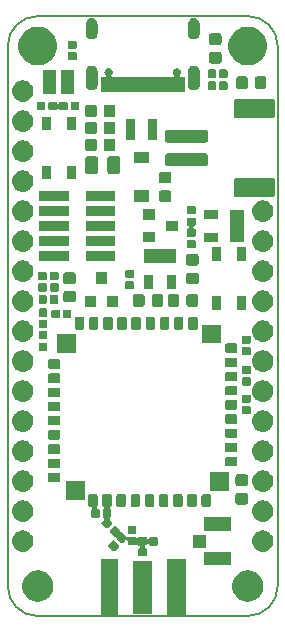
<source format=gts>
G04 #@! TF.GenerationSoftware,KiCad,Pcbnew,(5.1.4)-1*
G04 #@! TF.CreationDate,2019-11-09T19:33:29+01:00*
G04 #@! TF.ProjectId,TLM-4260-breakout-v1_0,544c4d2d-3432-4363-902d-627265616b6f,1.1*
G04 #@! TF.SameCoordinates,Original*
G04 #@! TF.FileFunction,Soldermask,Top*
G04 #@! TF.FilePolarity,Negative*
%FSLAX46Y46*%
G04 Gerber Fmt 4.6, Leading zero omitted, Abs format (unit mm)*
G04 Created by KiCad (PCBNEW (5.1.4)-1) date 2019-11-09 19:33:29*
%MOMM*%
%LPD*%
G04 APERTURE LIST*
%ADD10C,0.150000*%
%ADD11C,0.100000*%
G04 APERTURE END LIST*
D10*
X127000000Y-119380000D02*
G75*
G02X124460000Y-116840000I0J2540000D01*
G01*
X147320000Y-116840000D02*
G75*
G02X144780000Y-119380000I-2540000J0D01*
G01*
X144780000Y-68580000D02*
G75*
G02X147320000Y-71120000I0J-2540000D01*
G01*
X124460000Y-71120000D02*
G75*
G02X127000000Y-68580000I2540000J0D01*
G01*
X124460000Y-116840000D02*
X124460000Y-71120000D01*
X144780000Y-119380000D02*
X127000000Y-119380000D01*
X147320000Y-71120000D02*
X147320000Y-116840000D01*
X127000000Y-68580000D02*
X144780000Y-68580000D01*
D11*
G36*
X139516000Y-119391000D02*
G01*
X137914000Y-119391000D01*
X137914000Y-114589000D01*
X139516000Y-114589000D01*
X139516000Y-119391000D01*
X139516000Y-119391000D01*
G37*
G36*
X133791000Y-119391000D02*
G01*
X132339000Y-119391000D01*
X132339000Y-114589000D01*
X133791000Y-114589000D01*
X133791000Y-119391000D01*
X133791000Y-119391000D01*
G37*
G36*
X136691000Y-119218000D02*
G01*
X135089000Y-119218000D01*
X135089000Y-114716000D01*
X136691000Y-114716000D01*
X136691000Y-119218000D01*
X136691000Y-119218000D01*
G37*
G36*
X127257715Y-115544383D02*
G01*
X127385322Y-115569765D01*
X127526148Y-115628097D01*
X127625727Y-115669344D01*
X127625728Y-115669345D01*
X127842089Y-115813912D01*
X128026088Y-115997911D01*
X128122685Y-116142479D01*
X128170656Y-116214273D01*
X128211903Y-116313852D01*
X128270235Y-116454678D01*
X128321000Y-116709893D01*
X128321000Y-116970107D01*
X128270235Y-117225322D01*
X128211903Y-117366148D01*
X128170656Y-117465727D01*
X128170655Y-117465728D01*
X128026088Y-117682089D01*
X127842089Y-117866088D01*
X127697521Y-117962685D01*
X127625727Y-118010656D01*
X127526148Y-118051903D01*
X127385322Y-118110235D01*
X127257715Y-118135617D01*
X127130109Y-118161000D01*
X126869891Y-118161000D01*
X126742285Y-118135617D01*
X126614678Y-118110235D01*
X126473852Y-118051903D01*
X126374273Y-118010656D01*
X126302479Y-117962685D01*
X126157911Y-117866088D01*
X125973912Y-117682089D01*
X125829345Y-117465728D01*
X125829344Y-117465727D01*
X125788097Y-117366148D01*
X125729765Y-117225322D01*
X125679000Y-116970107D01*
X125679000Y-116709893D01*
X125729765Y-116454678D01*
X125788097Y-116313852D01*
X125829344Y-116214273D01*
X125877315Y-116142479D01*
X125973912Y-115997911D01*
X126157911Y-115813912D01*
X126374272Y-115669345D01*
X126374273Y-115669344D01*
X126473852Y-115628097D01*
X126614678Y-115569765D01*
X126742285Y-115544383D01*
X126869891Y-115519000D01*
X127130109Y-115519000D01*
X127257715Y-115544383D01*
X127257715Y-115544383D01*
G37*
G36*
X145037715Y-115544383D02*
G01*
X145165322Y-115569765D01*
X145306148Y-115628097D01*
X145405727Y-115669344D01*
X145405728Y-115669345D01*
X145622089Y-115813912D01*
X145806088Y-115997911D01*
X145902685Y-116142479D01*
X145950656Y-116214273D01*
X145991903Y-116313852D01*
X146050235Y-116454678D01*
X146101000Y-116709893D01*
X146101000Y-116970107D01*
X146050235Y-117225322D01*
X145991903Y-117366148D01*
X145950656Y-117465727D01*
X145950655Y-117465728D01*
X145806088Y-117682089D01*
X145622089Y-117866088D01*
X145477521Y-117962685D01*
X145405727Y-118010656D01*
X145306148Y-118051903D01*
X145165322Y-118110235D01*
X145037715Y-118135617D01*
X144910109Y-118161000D01*
X144649891Y-118161000D01*
X144522285Y-118135617D01*
X144394678Y-118110235D01*
X144253852Y-118051903D01*
X144154273Y-118010656D01*
X144082479Y-117962685D01*
X143937911Y-117866088D01*
X143753912Y-117682089D01*
X143609345Y-117465728D01*
X143609344Y-117465727D01*
X143568097Y-117366148D01*
X143509765Y-117225322D01*
X143459000Y-116970107D01*
X143459000Y-116709893D01*
X143509765Y-116454678D01*
X143568097Y-116313852D01*
X143609344Y-116214273D01*
X143657315Y-116142479D01*
X143753912Y-115997911D01*
X143937911Y-115813912D01*
X144154272Y-115669345D01*
X144154273Y-115669344D01*
X144253852Y-115628097D01*
X144394678Y-115569765D01*
X144522285Y-115544383D01*
X144649891Y-115519000D01*
X144910109Y-115519000D01*
X145037715Y-115544383D01*
X145037715Y-115544383D01*
G37*
G36*
X143386000Y-115091000D02*
G01*
X141084000Y-115091000D01*
X141084000Y-113939000D01*
X143386000Y-113939000D01*
X143386000Y-115091000D01*
X143386000Y-115091000D01*
G37*
G36*
X133582063Y-111729438D02*
G01*
X133602682Y-111735693D01*
X133621678Y-111745846D01*
X133643099Y-111763426D01*
X133967468Y-112087795D01*
X133985048Y-112109216D01*
X133995201Y-112128212D01*
X134001456Y-112148831D01*
X134004616Y-112180913D01*
X134009397Y-112204946D01*
X134018774Y-112227585D01*
X134032388Y-112247959D01*
X134049715Y-112265286D01*
X134070090Y-112278900D01*
X134092729Y-112288277D01*
X134116761Y-112293057D01*
X134121707Y-112293544D01*
X134142326Y-112299799D01*
X134161322Y-112309952D01*
X134182743Y-112327532D01*
X134534396Y-112679185D01*
X134553338Y-112694730D01*
X134574949Y-112706281D01*
X134598398Y-112713394D01*
X134622784Y-112715796D01*
X134647170Y-112713394D01*
X134670619Y-112706281D01*
X134681710Y-112701035D01*
X134687443Y-112697971D01*
X134708062Y-112691716D01*
X134735640Y-112689000D01*
X135244360Y-112689000D01*
X135271938Y-112691716D01*
X135292557Y-112697971D01*
X135311552Y-112708124D01*
X135336370Y-112728491D01*
X135356744Y-112742104D01*
X135379383Y-112751481D01*
X135403417Y-112756261D01*
X135427921Y-112756261D01*
X135451954Y-112751480D01*
X135474593Y-112742103D01*
X135494967Y-112728489D01*
X135512294Y-112711161D01*
X135520221Y-112701502D01*
X135541315Y-112684190D01*
X135560311Y-112674037D01*
X135580930Y-112667782D01*
X135608508Y-112665066D01*
X136117228Y-112665066D01*
X136144806Y-112667782D01*
X136165425Y-112674037D01*
X136184421Y-112684190D01*
X136201076Y-112697858D01*
X136214744Y-112714513D01*
X136224898Y-112733511D01*
X136225435Y-112735280D01*
X136234812Y-112757919D01*
X136248425Y-112778294D01*
X136265752Y-112795621D01*
X136286126Y-112809235D01*
X136308765Y-112818613D01*
X136332798Y-112823394D01*
X136357302Y-112823394D01*
X136381335Y-112818614D01*
X136403974Y-112809237D01*
X136424349Y-112795624D01*
X136441676Y-112778297D01*
X136455290Y-112757923D01*
X136459644Y-112747412D01*
X136472908Y-112722597D01*
X136486576Y-112705942D01*
X136503231Y-112692274D01*
X136522227Y-112682121D01*
X136542846Y-112675866D01*
X136570424Y-112673150D01*
X137029144Y-112673150D01*
X137056722Y-112675866D01*
X137077341Y-112682121D01*
X137096337Y-112692274D01*
X137112992Y-112705942D01*
X137126660Y-112722597D01*
X137136813Y-112741593D01*
X137143068Y-112762212D01*
X137145784Y-112789790D01*
X137145784Y-113298510D01*
X137143068Y-113326088D01*
X137136813Y-113346707D01*
X137126660Y-113365703D01*
X137112992Y-113382358D01*
X137096337Y-113396026D01*
X137077341Y-113406179D01*
X137056722Y-113412434D01*
X137029144Y-113415150D01*
X136570424Y-113415150D01*
X136542846Y-113412434D01*
X136522227Y-113406179D01*
X136503231Y-113396026D01*
X136486576Y-113382358D01*
X136472908Y-113365703D01*
X136462754Y-113346706D01*
X136452999Y-113314546D01*
X136443622Y-113291907D01*
X136430009Y-113271533D01*
X136412682Y-113254206D01*
X136392308Y-113240592D01*
X136369669Y-113231214D01*
X136345636Y-113226433D01*
X136321132Y-113226433D01*
X136297098Y-113231213D01*
X136274459Y-113240590D01*
X136254085Y-113254203D01*
X136236758Y-113271530D01*
X136223144Y-113291903D01*
X136214742Y-113307620D01*
X136201076Y-113324272D01*
X136178691Y-113342643D01*
X136161361Y-113359973D01*
X136142990Y-113382358D01*
X136126338Y-113396024D01*
X136110621Y-113404426D01*
X136090247Y-113418041D01*
X136072920Y-113435368D01*
X136059307Y-113455743D01*
X136049930Y-113478382D01*
X136045151Y-113502415D01*
X136045151Y-113526920D01*
X136049932Y-113550953D01*
X136059310Y-113573591D01*
X136072925Y-113593965D01*
X136090252Y-113611292D01*
X136110627Y-113624905D01*
X136133264Y-113634281D01*
X136165424Y-113644036D01*
X136184421Y-113654190D01*
X136201076Y-113667858D01*
X136214744Y-113684513D01*
X136224897Y-113703509D01*
X136231152Y-113724128D01*
X136233868Y-113751706D01*
X136233868Y-114210426D01*
X136231152Y-114238004D01*
X136224897Y-114258623D01*
X136214744Y-114277619D01*
X136201076Y-114294274D01*
X136184421Y-114307942D01*
X136165425Y-114318095D01*
X136144806Y-114324350D01*
X136117228Y-114327066D01*
X135608508Y-114327066D01*
X135580930Y-114324350D01*
X135560311Y-114318095D01*
X135541315Y-114307942D01*
X135524660Y-114294274D01*
X135510992Y-114277619D01*
X135500839Y-114258623D01*
X135494584Y-114238004D01*
X135491868Y-114210426D01*
X135491868Y-113751706D01*
X135494584Y-113724128D01*
X135500839Y-113703509D01*
X135510992Y-113684513D01*
X135524660Y-113667858D01*
X135541315Y-113654190D01*
X135566129Y-113640927D01*
X135576639Y-113636573D01*
X135597013Y-113622960D01*
X135614340Y-113605633D01*
X135627954Y-113585258D01*
X135637332Y-113562619D01*
X135642112Y-113538586D01*
X135642112Y-113514082D01*
X135637332Y-113490049D01*
X135627954Y-113467410D01*
X135614341Y-113447036D01*
X135597014Y-113429709D01*
X135576639Y-113416095D01*
X135553998Y-113406717D01*
X135552229Y-113406180D01*
X135533231Y-113396026D01*
X135516574Y-113382356D01*
X135503319Y-113366204D01*
X135485993Y-113348876D01*
X135465618Y-113335262D01*
X135442980Y-113325885D01*
X135418946Y-113321104D01*
X135394442Y-113321104D01*
X135370409Y-113325884D01*
X135347770Y-113335261D01*
X135327397Y-113348874D01*
X135311556Y-113361874D01*
X135292557Y-113372029D01*
X135271938Y-113378284D01*
X135244360Y-113381000D01*
X134735640Y-113381000D01*
X134708062Y-113378284D01*
X134687443Y-113372029D01*
X134668447Y-113361876D01*
X134651792Y-113348208D01*
X134638124Y-113331553D01*
X134627971Y-113312557D01*
X134621716Y-113291938D01*
X134619000Y-113264360D01*
X134619000Y-113077448D01*
X134616598Y-113053062D01*
X134609485Y-113029613D01*
X134597934Y-113008002D01*
X134582389Y-112989060D01*
X134563447Y-112973515D01*
X134541836Y-112961964D01*
X134518387Y-112954851D01*
X134494001Y-112952449D01*
X134469615Y-112954851D01*
X134446166Y-112961964D01*
X134424555Y-112973515D01*
X134405613Y-112989060D01*
X134218099Y-113176574D01*
X134196678Y-113194154D01*
X134177682Y-113204307D01*
X134157063Y-113210562D01*
X134135625Y-113212673D01*
X134114187Y-113210562D01*
X134093568Y-113204307D01*
X134074572Y-113194154D01*
X134053151Y-113176574D01*
X133693426Y-112816849D01*
X133675846Y-112795428D01*
X133665693Y-112776432D01*
X133657953Y-112750917D01*
X133655161Y-112736877D01*
X133645784Y-112714238D01*
X133632171Y-112693863D01*
X133614844Y-112676536D01*
X133594470Y-112662921D01*
X133571832Y-112653543D01*
X133547798Y-112648762D01*
X133527246Y-112648762D01*
X133503831Y-112646456D01*
X133483212Y-112640201D01*
X133464216Y-112630048D01*
X133442795Y-112612468D01*
X133118426Y-112288099D01*
X133100846Y-112266678D01*
X133090693Y-112247682D01*
X133084438Y-112227063D01*
X133082327Y-112205625D01*
X133084438Y-112184187D01*
X133090693Y-112163568D01*
X133100846Y-112144572D01*
X133118426Y-112123151D01*
X133478151Y-111763426D01*
X133499572Y-111745846D01*
X133518568Y-111735693D01*
X133539187Y-111729438D01*
X133560625Y-111727327D01*
X133582063Y-111729438D01*
X133582063Y-111729438D01*
G37*
G36*
X125840443Y-112135519D02*
G01*
X125906627Y-112142037D01*
X126076466Y-112193557D01*
X126076468Y-112193558D01*
X126139151Y-112227063D01*
X126232991Y-112277222D01*
X126260501Y-112299799D01*
X126370186Y-112389814D01*
X126451585Y-112489000D01*
X126482778Y-112527009D01*
X126482779Y-112527011D01*
X126562703Y-112676536D01*
X126566443Y-112683534D01*
X126617963Y-112853373D01*
X126635359Y-113030000D01*
X126617963Y-113206627D01*
X126566443Y-113376466D01*
X126482778Y-113532991D01*
X126468037Y-113550953D01*
X126370186Y-113670186D01*
X126282847Y-113741862D01*
X126232991Y-113782778D01*
X126076466Y-113866443D01*
X125906627Y-113917963D01*
X125840443Y-113924481D01*
X125774260Y-113931000D01*
X125685740Y-113931000D01*
X125619557Y-113924481D01*
X125553373Y-113917963D01*
X125383534Y-113866443D01*
X125227009Y-113782778D01*
X125177153Y-113741862D01*
X125089814Y-113670186D01*
X124991963Y-113550953D01*
X124977222Y-113532991D01*
X124893557Y-113376466D01*
X124842037Y-113206627D01*
X124824641Y-113030000D01*
X124842037Y-112853373D01*
X124893557Y-112683534D01*
X124897298Y-112676536D01*
X124977221Y-112527011D01*
X124977222Y-112527009D01*
X125008415Y-112489000D01*
X125089814Y-112389814D01*
X125199499Y-112299799D01*
X125227009Y-112277222D01*
X125320849Y-112227063D01*
X125383532Y-112193558D01*
X125383534Y-112193557D01*
X125553373Y-112142037D01*
X125619557Y-112135519D01*
X125685740Y-112129000D01*
X125774260Y-112129000D01*
X125840443Y-112135519D01*
X125840443Y-112135519D01*
G37*
G36*
X146160443Y-112135519D02*
G01*
X146226627Y-112142037D01*
X146396466Y-112193557D01*
X146396468Y-112193558D01*
X146459151Y-112227063D01*
X146552991Y-112277222D01*
X146580501Y-112299799D01*
X146690186Y-112389814D01*
X146771585Y-112489000D01*
X146802778Y-112527009D01*
X146802779Y-112527011D01*
X146882703Y-112676536D01*
X146886443Y-112683534D01*
X146937963Y-112853373D01*
X146955359Y-113030000D01*
X146937963Y-113206627D01*
X146886443Y-113376466D01*
X146802778Y-113532991D01*
X146788037Y-113550953D01*
X146690186Y-113670186D01*
X146602847Y-113741862D01*
X146552991Y-113782778D01*
X146396466Y-113866443D01*
X146226627Y-113917963D01*
X146160443Y-113924481D01*
X146094260Y-113931000D01*
X146005740Y-113931000D01*
X145939557Y-113924481D01*
X145873373Y-113917963D01*
X145703534Y-113866443D01*
X145547009Y-113782778D01*
X145497153Y-113741862D01*
X145409814Y-113670186D01*
X145311963Y-113550953D01*
X145297222Y-113532991D01*
X145213557Y-113376466D01*
X145162037Y-113206627D01*
X145144641Y-113030000D01*
X145162037Y-112853373D01*
X145213557Y-112683534D01*
X145217298Y-112676536D01*
X145297221Y-112527011D01*
X145297222Y-112527009D01*
X145328415Y-112489000D01*
X145409814Y-112389814D01*
X145519499Y-112299799D01*
X145547009Y-112277222D01*
X145640849Y-112227063D01*
X145703532Y-112193558D01*
X145703534Y-112193557D01*
X145873373Y-112142037D01*
X145939557Y-112135519D01*
X146005740Y-112129000D01*
X146094260Y-112129000D01*
X146160443Y-112135519D01*
X146160443Y-112135519D01*
G37*
G36*
X133435813Y-112979438D02*
G01*
X133456432Y-112985693D01*
X133475428Y-112995846D01*
X133496849Y-113013426D01*
X133856574Y-113373151D01*
X133874154Y-113394572D01*
X133884307Y-113413568D01*
X133890562Y-113434187D01*
X133892673Y-113455625D01*
X133890562Y-113477063D01*
X133884307Y-113497682D01*
X133874154Y-113516678D01*
X133856574Y-113538099D01*
X133532205Y-113862468D01*
X133510784Y-113880048D01*
X133491788Y-113890201D01*
X133471169Y-113896456D01*
X133449731Y-113898567D01*
X133428293Y-113896456D01*
X133407674Y-113890201D01*
X133388678Y-113880048D01*
X133367257Y-113862468D01*
X133007532Y-113502743D01*
X132989952Y-113481322D01*
X132979799Y-113462326D01*
X132973544Y-113441707D01*
X132971433Y-113420269D01*
X132973544Y-113398831D01*
X132979799Y-113378212D01*
X132989952Y-113359216D01*
X133007532Y-113337795D01*
X133331901Y-113013426D01*
X133353322Y-112995846D01*
X133372318Y-112985693D01*
X133392937Y-112979438D01*
X133414375Y-112977327D01*
X133435813Y-112979438D01*
X133435813Y-112979438D01*
G37*
G36*
X141286000Y-113591000D02*
G01*
X140134000Y-113591000D01*
X140134000Y-112489000D01*
X141286000Y-112489000D01*
X141286000Y-113591000D01*
X141286000Y-113591000D01*
G37*
G36*
X135271938Y-111721716D02*
G01*
X135292557Y-111727971D01*
X135311553Y-111738124D01*
X135328208Y-111751792D01*
X135341876Y-111768447D01*
X135352029Y-111787443D01*
X135358284Y-111808062D01*
X135361000Y-111835640D01*
X135361000Y-112294360D01*
X135358284Y-112321938D01*
X135352029Y-112342557D01*
X135341876Y-112361553D01*
X135328208Y-112378208D01*
X135311553Y-112391876D01*
X135292557Y-112402029D01*
X135271938Y-112408284D01*
X135244360Y-112411000D01*
X134735640Y-112411000D01*
X134708062Y-112408284D01*
X134687443Y-112402029D01*
X134668447Y-112391876D01*
X134651792Y-112378208D01*
X134638124Y-112361553D01*
X134627971Y-112342557D01*
X134621716Y-112321938D01*
X134619000Y-112294360D01*
X134619000Y-111835640D01*
X134621716Y-111808062D01*
X134627971Y-111787443D01*
X134638124Y-111768447D01*
X134651792Y-111751792D01*
X134668447Y-111738124D01*
X134687443Y-111727971D01*
X134708062Y-111721716D01*
X134735640Y-111719000D01*
X135244360Y-111719000D01*
X135271938Y-111721716D01*
X135271938Y-111721716D01*
G37*
G36*
X143386000Y-112141000D02*
G01*
X141084000Y-112141000D01*
X141084000Y-110989000D01*
X143386000Y-110989000D01*
X143386000Y-112141000D01*
X143386000Y-112141000D01*
G37*
G36*
X133159802Y-109078244D02*
G01*
X133185579Y-109086064D01*
X133209333Y-109098761D01*
X133230153Y-109115847D01*
X133247239Y-109136667D01*
X133259936Y-109160421D01*
X133267756Y-109186198D01*
X133271000Y-109219138D01*
X133271000Y-109982862D01*
X133267756Y-110015802D01*
X133259936Y-110041579D01*
X133247239Y-110065333D01*
X133230153Y-110086153D01*
X133209332Y-110103241D01*
X133180103Y-110118863D01*
X133159728Y-110132476D01*
X133142401Y-110149803D01*
X133128787Y-110170177D01*
X133119409Y-110192815D01*
X133114628Y-110216849D01*
X133114628Y-110241353D01*
X133119408Y-110265386D01*
X133128785Y-110288025D01*
X133142398Y-110308400D01*
X133159726Y-110325728D01*
X133173207Y-110336791D01*
X133186876Y-110353447D01*
X133197029Y-110372443D01*
X133203284Y-110393062D01*
X133206000Y-110420640D01*
X133206000Y-110929360D01*
X133203284Y-110956938D01*
X133197029Y-110977557D01*
X133186876Y-110996553D01*
X133173208Y-111013208D01*
X133156554Y-111026874D01*
X133142270Y-111034510D01*
X133121896Y-111048125D01*
X133104569Y-111065452D01*
X133090956Y-111085827D01*
X133081579Y-111108466D01*
X133076800Y-111132500D01*
X133076800Y-111157004D01*
X133081581Y-111181037D01*
X133090959Y-111203675D01*
X133112809Y-111233136D01*
X133281574Y-111401901D01*
X133299154Y-111423322D01*
X133309307Y-111442318D01*
X133315562Y-111462937D01*
X133317673Y-111484375D01*
X133315562Y-111505813D01*
X133309307Y-111526432D01*
X133299154Y-111545428D01*
X133281574Y-111566849D01*
X132921849Y-111926574D01*
X132900428Y-111944154D01*
X132881432Y-111954307D01*
X132860813Y-111960562D01*
X132839375Y-111962673D01*
X132817937Y-111960562D01*
X132797318Y-111954307D01*
X132778322Y-111944154D01*
X132756901Y-111926574D01*
X132432532Y-111602205D01*
X132414952Y-111580784D01*
X132404799Y-111561788D01*
X132398544Y-111541169D01*
X132396433Y-111519731D01*
X132398544Y-111498293D01*
X132404799Y-111477674D01*
X132414952Y-111458678D01*
X132432532Y-111437257D01*
X132627033Y-111242756D01*
X132642578Y-111223814D01*
X132654129Y-111202203D01*
X132661242Y-111178754D01*
X132663644Y-111154368D01*
X132661242Y-111129982D01*
X132654129Y-111106533D01*
X132642578Y-111084922D01*
X132627033Y-111065980D01*
X132608091Y-111050435D01*
X132593046Y-111043318D01*
X132593304Y-111042835D01*
X132563447Y-111026876D01*
X132546792Y-111013208D01*
X132533124Y-110996553D01*
X132522971Y-110977557D01*
X132516716Y-110956938D01*
X132514000Y-110929360D01*
X132514000Y-110420640D01*
X132516716Y-110393062D01*
X132522971Y-110372443D01*
X132533124Y-110353447D01*
X132546792Y-110336792D01*
X132568161Y-110319256D01*
X132585488Y-110301929D01*
X132599102Y-110281555D01*
X132608479Y-110258916D01*
X132613260Y-110234883D01*
X132613260Y-110210379D01*
X132608480Y-110186346D01*
X132599103Y-110163707D01*
X132585489Y-110143332D01*
X132568162Y-110126005D01*
X132547787Y-110112391D01*
X132530669Y-110103241D01*
X132509847Y-110086153D01*
X132492761Y-110065333D01*
X132480064Y-110041579D01*
X132472244Y-110015802D01*
X132469000Y-109982862D01*
X132469000Y-109219138D01*
X132472244Y-109186198D01*
X132480064Y-109160421D01*
X132492761Y-109136667D01*
X132509847Y-109115847D01*
X132530667Y-109098761D01*
X132554421Y-109086064D01*
X132580198Y-109078244D01*
X132613138Y-109075000D01*
X133126862Y-109075000D01*
X133159802Y-109078244D01*
X133159802Y-109078244D01*
G37*
G36*
X125840442Y-109595518D02*
G01*
X125906627Y-109602037D01*
X126076466Y-109653557D01*
X126232991Y-109737222D01*
X126237108Y-109740601D01*
X126370186Y-109849814D01*
X126438049Y-109932507D01*
X126482778Y-109987009D01*
X126482779Y-109987011D01*
X126557074Y-110126005D01*
X126566443Y-110143534D01*
X126617963Y-110313373D01*
X126635359Y-110490000D01*
X126617963Y-110666627D01*
X126566443Y-110836466D01*
X126482778Y-110992991D01*
X126466186Y-111013208D01*
X126370186Y-111130186D01*
X126280638Y-111203675D01*
X126232991Y-111242778D01*
X126076466Y-111326443D01*
X125906627Y-111377963D01*
X125840443Y-111384481D01*
X125774260Y-111391000D01*
X125685740Y-111391000D01*
X125619557Y-111384481D01*
X125553373Y-111377963D01*
X125383534Y-111326443D01*
X125227009Y-111242778D01*
X125179362Y-111203675D01*
X125089814Y-111130186D01*
X124993814Y-111013208D01*
X124977222Y-110992991D01*
X124893557Y-110836466D01*
X124842037Y-110666627D01*
X124824641Y-110490000D01*
X124842037Y-110313373D01*
X124893557Y-110143534D01*
X124902927Y-110126005D01*
X124977221Y-109987011D01*
X124977222Y-109987009D01*
X125021951Y-109932507D01*
X125089814Y-109849814D01*
X125222892Y-109740601D01*
X125227009Y-109737222D01*
X125383534Y-109653557D01*
X125553373Y-109602037D01*
X125619558Y-109595518D01*
X125685740Y-109589000D01*
X125774260Y-109589000D01*
X125840442Y-109595518D01*
X125840442Y-109595518D01*
G37*
G36*
X146160442Y-109595518D02*
G01*
X146226627Y-109602037D01*
X146396466Y-109653557D01*
X146552991Y-109737222D01*
X146557108Y-109740601D01*
X146690186Y-109849814D01*
X146758049Y-109932507D01*
X146802778Y-109987009D01*
X146802779Y-109987011D01*
X146877074Y-110126005D01*
X146886443Y-110143534D01*
X146937963Y-110313373D01*
X146955359Y-110490000D01*
X146937963Y-110666627D01*
X146886443Y-110836466D01*
X146802778Y-110992991D01*
X146786186Y-111013208D01*
X146690186Y-111130186D01*
X146600638Y-111203675D01*
X146552991Y-111242778D01*
X146396466Y-111326443D01*
X146226627Y-111377963D01*
X146160443Y-111384481D01*
X146094260Y-111391000D01*
X146005740Y-111391000D01*
X145939557Y-111384481D01*
X145873373Y-111377963D01*
X145703534Y-111326443D01*
X145547009Y-111242778D01*
X145499362Y-111203675D01*
X145409814Y-111130186D01*
X145313814Y-111013208D01*
X145297222Y-110992991D01*
X145213557Y-110836466D01*
X145162037Y-110666627D01*
X145144641Y-110490000D01*
X145162037Y-110313373D01*
X145213557Y-110143534D01*
X145222927Y-110126005D01*
X145297221Y-109987011D01*
X145297222Y-109987009D01*
X145341951Y-109932507D01*
X145409814Y-109849814D01*
X145542892Y-109740601D01*
X145547009Y-109737222D01*
X145703534Y-109653557D01*
X145873373Y-109602037D01*
X145939558Y-109595518D01*
X146005740Y-109589000D01*
X146094260Y-109589000D01*
X146160442Y-109595518D01*
X146160442Y-109595518D01*
G37*
G36*
X131959802Y-109078244D02*
G01*
X131985579Y-109086064D01*
X132009333Y-109098761D01*
X132030153Y-109115847D01*
X132047239Y-109136667D01*
X132059936Y-109160421D01*
X132067756Y-109186198D01*
X132071000Y-109219138D01*
X132071000Y-109982862D01*
X132067756Y-110015802D01*
X132059936Y-110041579D01*
X132047239Y-110065333D01*
X132026376Y-110090755D01*
X132017427Y-110099705D01*
X132003813Y-110120079D01*
X131994437Y-110142718D01*
X131989657Y-110166752D01*
X131989657Y-110191256D01*
X131994438Y-110215289D01*
X132003816Y-110237928D01*
X132017430Y-110258302D01*
X132034758Y-110275628D01*
X132055132Y-110289242D01*
X132077771Y-110298618D01*
X132114054Y-110304000D01*
X132119360Y-110304000D01*
X132146938Y-110306716D01*
X132167557Y-110312971D01*
X132186553Y-110323124D01*
X132203208Y-110336792D01*
X132216876Y-110353447D01*
X132227029Y-110372443D01*
X132233284Y-110393062D01*
X132236000Y-110420640D01*
X132236000Y-110929360D01*
X132233284Y-110956938D01*
X132227029Y-110977557D01*
X132216876Y-110996553D01*
X132203208Y-111013208D01*
X132186553Y-111026876D01*
X132167557Y-111037029D01*
X132146938Y-111043284D01*
X132119360Y-111046000D01*
X131660640Y-111046000D01*
X131633062Y-111043284D01*
X131612443Y-111037029D01*
X131593447Y-111026876D01*
X131576792Y-111013208D01*
X131563124Y-110996553D01*
X131552971Y-110977557D01*
X131546716Y-110956938D01*
X131544000Y-110929360D01*
X131544000Y-110420640D01*
X131546716Y-110393062D01*
X131552971Y-110372443D01*
X131563124Y-110353447D01*
X131581303Y-110331296D01*
X131594916Y-110310921D01*
X131604293Y-110288283D01*
X131609073Y-110264249D01*
X131609073Y-110239745D01*
X131604292Y-110215712D01*
X131594914Y-110193073D01*
X131581300Y-110172699D01*
X131563973Y-110155372D01*
X131543598Y-110141759D01*
X131520960Y-110132382D01*
X131484676Y-110127000D01*
X131413138Y-110127000D01*
X131380198Y-110123756D01*
X131354421Y-110115936D01*
X131330667Y-110103239D01*
X131309847Y-110086153D01*
X131292761Y-110065333D01*
X131280064Y-110041579D01*
X131272244Y-110015802D01*
X131269000Y-109982862D01*
X131269000Y-109219138D01*
X131272244Y-109186198D01*
X131280064Y-109160421D01*
X131292761Y-109136667D01*
X131309847Y-109115847D01*
X131330667Y-109098761D01*
X131354421Y-109086064D01*
X131380198Y-109078244D01*
X131413138Y-109075000D01*
X131926862Y-109075000D01*
X131959802Y-109078244D01*
X131959802Y-109078244D01*
G37*
G36*
X141559802Y-109078244D02*
G01*
X141585579Y-109086064D01*
X141609333Y-109098761D01*
X141630153Y-109115847D01*
X141647239Y-109136667D01*
X141659936Y-109160421D01*
X141667756Y-109186198D01*
X141671000Y-109219138D01*
X141671000Y-109982862D01*
X141667756Y-110015802D01*
X141659936Y-110041579D01*
X141647239Y-110065333D01*
X141630153Y-110086153D01*
X141609333Y-110103239D01*
X141585579Y-110115936D01*
X141559802Y-110123756D01*
X141526862Y-110127000D01*
X141013138Y-110127000D01*
X140980198Y-110123756D01*
X140954421Y-110115936D01*
X140930667Y-110103239D01*
X140909847Y-110086153D01*
X140892761Y-110065333D01*
X140880064Y-110041579D01*
X140872244Y-110015802D01*
X140869000Y-109982862D01*
X140869000Y-109219138D01*
X140872244Y-109186198D01*
X140880064Y-109160421D01*
X140892761Y-109136667D01*
X140909847Y-109115847D01*
X140930667Y-109098761D01*
X140954421Y-109086064D01*
X140980198Y-109078244D01*
X141013138Y-109075000D01*
X141526862Y-109075000D01*
X141559802Y-109078244D01*
X141559802Y-109078244D01*
G37*
G36*
X140359802Y-109078244D02*
G01*
X140385579Y-109086064D01*
X140409333Y-109098761D01*
X140430153Y-109115847D01*
X140447239Y-109136667D01*
X140459936Y-109160421D01*
X140467756Y-109186198D01*
X140471000Y-109219138D01*
X140471000Y-109982862D01*
X140467756Y-110015802D01*
X140459936Y-110041579D01*
X140447239Y-110065333D01*
X140430153Y-110086153D01*
X140409333Y-110103239D01*
X140385579Y-110115936D01*
X140359802Y-110123756D01*
X140326862Y-110127000D01*
X139813138Y-110127000D01*
X139780198Y-110123756D01*
X139754421Y-110115936D01*
X139730667Y-110103239D01*
X139709847Y-110086153D01*
X139692761Y-110065333D01*
X139680064Y-110041579D01*
X139672244Y-110015802D01*
X139669000Y-109982862D01*
X139669000Y-109219138D01*
X139672244Y-109186198D01*
X139680064Y-109160421D01*
X139692761Y-109136667D01*
X139709847Y-109115847D01*
X139730667Y-109098761D01*
X139754421Y-109086064D01*
X139780198Y-109078244D01*
X139813138Y-109075000D01*
X140326862Y-109075000D01*
X140359802Y-109078244D01*
X140359802Y-109078244D01*
G37*
G36*
X139159802Y-109078244D02*
G01*
X139185579Y-109086064D01*
X139209333Y-109098761D01*
X139230153Y-109115847D01*
X139247239Y-109136667D01*
X139259936Y-109160421D01*
X139267756Y-109186198D01*
X139271000Y-109219138D01*
X139271000Y-109982862D01*
X139267756Y-110015802D01*
X139259936Y-110041579D01*
X139247239Y-110065333D01*
X139230153Y-110086153D01*
X139209333Y-110103239D01*
X139185579Y-110115936D01*
X139159802Y-110123756D01*
X139126862Y-110127000D01*
X138613138Y-110127000D01*
X138580198Y-110123756D01*
X138554421Y-110115936D01*
X138530667Y-110103239D01*
X138509847Y-110086153D01*
X138492761Y-110065333D01*
X138480064Y-110041579D01*
X138472244Y-110015802D01*
X138469000Y-109982862D01*
X138469000Y-109219138D01*
X138472244Y-109186198D01*
X138480064Y-109160421D01*
X138492761Y-109136667D01*
X138509847Y-109115847D01*
X138530667Y-109098761D01*
X138554421Y-109086064D01*
X138580198Y-109078244D01*
X138613138Y-109075000D01*
X139126862Y-109075000D01*
X139159802Y-109078244D01*
X139159802Y-109078244D01*
G37*
G36*
X136759802Y-109078244D02*
G01*
X136785579Y-109086064D01*
X136809333Y-109098761D01*
X136830153Y-109115847D01*
X136847239Y-109136667D01*
X136859936Y-109160421D01*
X136867756Y-109186198D01*
X136871000Y-109219138D01*
X136871000Y-109982862D01*
X136867756Y-110015802D01*
X136859936Y-110041579D01*
X136847239Y-110065333D01*
X136830153Y-110086153D01*
X136809333Y-110103239D01*
X136785579Y-110115936D01*
X136759802Y-110123756D01*
X136726862Y-110127000D01*
X136213138Y-110127000D01*
X136180198Y-110123756D01*
X136154421Y-110115936D01*
X136130667Y-110103239D01*
X136109847Y-110086153D01*
X136092761Y-110065333D01*
X136080064Y-110041579D01*
X136072244Y-110015802D01*
X136069000Y-109982862D01*
X136069000Y-109219138D01*
X136072244Y-109186198D01*
X136080064Y-109160421D01*
X136092761Y-109136667D01*
X136109847Y-109115847D01*
X136130667Y-109098761D01*
X136154421Y-109086064D01*
X136180198Y-109078244D01*
X136213138Y-109075000D01*
X136726862Y-109075000D01*
X136759802Y-109078244D01*
X136759802Y-109078244D01*
G37*
G36*
X135559802Y-109078244D02*
G01*
X135585579Y-109086064D01*
X135609333Y-109098761D01*
X135630153Y-109115847D01*
X135647239Y-109136667D01*
X135659936Y-109160421D01*
X135667756Y-109186198D01*
X135671000Y-109219138D01*
X135671000Y-109982862D01*
X135667756Y-110015802D01*
X135659936Y-110041579D01*
X135647239Y-110065333D01*
X135630153Y-110086153D01*
X135609333Y-110103239D01*
X135585579Y-110115936D01*
X135559802Y-110123756D01*
X135526862Y-110127000D01*
X135013138Y-110127000D01*
X134980198Y-110123756D01*
X134954421Y-110115936D01*
X134930667Y-110103239D01*
X134909847Y-110086153D01*
X134892761Y-110065333D01*
X134880064Y-110041579D01*
X134872244Y-110015802D01*
X134869000Y-109982862D01*
X134869000Y-109219138D01*
X134872244Y-109186198D01*
X134880064Y-109160421D01*
X134892761Y-109136667D01*
X134909847Y-109115847D01*
X134930667Y-109098761D01*
X134954421Y-109086064D01*
X134980198Y-109078244D01*
X135013138Y-109075000D01*
X135526862Y-109075000D01*
X135559802Y-109078244D01*
X135559802Y-109078244D01*
G37*
G36*
X134359802Y-109078244D02*
G01*
X134385579Y-109086064D01*
X134409333Y-109098761D01*
X134430153Y-109115847D01*
X134447239Y-109136667D01*
X134459936Y-109160421D01*
X134467756Y-109186198D01*
X134471000Y-109219138D01*
X134471000Y-109982862D01*
X134467756Y-110015802D01*
X134459936Y-110041579D01*
X134447239Y-110065333D01*
X134430153Y-110086153D01*
X134409333Y-110103239D01*
X134385579Y-110115936D01*
X134359802Y-110123756D01*
X134326862Y-110127000D01*
X133813138Y-110127000D01*
X133780198Y-110123756D01*
X133754421Y-110115936D01*
X133730667Y-110103239D01*
X133709847Y-110086153D01*
X133692761Y-110065333D01*
X133680064Y-110041579D01*
X133672244Y-110015802D01*
X133669000Y-109982862D01*
X133669000Y-109219138D01*
X133672244Y-109186198D01*
X133680064Y-109160421D01*
X133692761Y-109136667D01*
X133709847Y-109115847D01*
X133730667Y-109098761D01*
X133754421Y-109086064D01*
X133780198Y-109078244D01*
X133813138Y-109075000D01*
X134326862Y-109075000D01*
X134359802Y-109078244D01*
X134359802Y-109078244D01*
G37*
G36*
X137959802Y-109078244D02*
G01*
X137985579Y-109086064D01*
X138009333Y-109098761D01*
X138030153Y-109115847D01*
X138047239Y-109136667D01*
X138059936Y-109160421D01*
X138067756Y-109186198D01*
X138071000Y-109219138D01*
X138071000Y-109982862D01*
X138067756Y-110015802D01*
X138059936Y-110041579D01*
X138047239Y-110065333D01*
X138030153Y-110086153D01*
X138009333Y-110103239D01*
X137985579Y-110115936D01*
X137959802Y-110123756D01*
X137926862Y-110127000D01*
X137413138Y-110127000D01*
X137380198Y-110123756D01*
X137354421Y-110115936D01*
X137330667Y-110103239D01*
X137309847Y-110086153D01*
X137292761Y-110065333D01*
X137280064Y-110041579D01*
X137272244Y-110015802D01*
X137269000Y-109982862D01*
X137269000Y-109219138D01*
X137272244Y-109186198D01*
X137280064Y-109160421D01*
X137292761Y-109136667D01*
X137309847Y-109115847D01*
X137330667Y-109098761D01*
X137354421Y-109086064D01*
X137380198Y-109078244D01*
X137413138Y-109075000D01*
X137926862Y-109075000D01*
X137959802Y-109078244D01*
X137959802Y-109078244D01*
G37*
G36*
X144651591Y-108964285D02*
G01*
X144685569Y-108974593D01*
X144716890Y-108991334D01*
X144744339Y-109013861D01*
X144766866Y-109041310D01*
X144783607Y-109072631D01*
X144793915Y-109106609D01*
X144798000Y-109148090D01*
X144798000Y-109749310D01*
X144793915Y-109790791D01*
X144783607Y-109824769D01*
X144766866Y-109856090D01*
X144744339Y-109883539D01*
X144716890Y-109906066D01*
X144685569Y-109922807D01*
X144651591Y-109933115D01*
X144610110Y-109937200D01*
X143933890Y-109937200D01*
X143892409Y-109933115D01*
X143858431Y-109922807D01*
X143827110Y-109906066D01*
X143799661Y-109883539D01*
X143777134Y-109856090D01*
X143760393Y-109824769D01*
X143750085Y-109790791D01*
X143746000Y-109749310D01*
X143746000Y-109148090D01*
X143750085Y-109106609D01*
X143760393Y-109072631D01*
X143777134Y-109041310D01*
X143799661Y-109013861D01*
X143827110Y-108991334D01*
X143858431Y-108974593D01*
X143892409Y-108964285D01*
X143933890Y-108960200D01*
X144610110Y-108960200D01*
X144651591Y-108964285D01*
X144651591Y-108964285D01*
G37*
G36*
X130981000Y-109512000D02*
G01*
X129379000Y-109512000D01*
X129379000Y-107910000D01*
X130981000Y-107910000D01*
X130981000Y-109512000D01*
X130981000Y-109512000D01*
G37*
G36*
X146160442Y-107055518D02*
G01*
X146226627Y-107062037D01*
X146396466Y-107113557D01*
X146552991Y-107197222D01*
X146588729Y-107226552D01*
X146690186Y-107309814D01*
X146773448Y-107411271D01*
X146802778Y-107447009D01*
X146886443Y-107603534D01*
X146937963Y-107773373D01*
X146955359Y-107950000D01*
X146937963Y-108126627D01*
X146886443Y-108296466D01*
X146802778Y-108452991D01*
X146773448Y-108488729D01*
X146690186Y-108590186D01*
X146588729Y-108673448D01*
X146552991Y-108702778D01*
X146396466Y-108786443D01*
X146226627Y-108837963D01*
X146160442Y-108844482D01*
X146094260Y-108851000D01*
X146005740Y-108851000D01*
X145939558Y-108844482D01*
X145873373Y-108837963D01*
X145703534Y-108786443D01*
X145547009Y-108702778D01*
X145511271Y-108673448D01*
X145409814Y-108590186D01*
X145326552Y-108488729D01*
X145297222Y-108452991D01*
X145213557Y-108296466D01*
X145162037Y-108126627D01*
X145144641Y-107950000D01*
X145162037Y-107773373D01*
X145213557Y-107603534D01*
X145297222Y-107447009D01*
X145326552Y-107411271D01*
X145409814Y-107309814D01*
X145511271Y-107226552D01*
X145547009Y-107197222D01*
X145703534Y-107113557D01*
X145873373Y-107062037D01*
X145939558Y-107055518D01*
X146005740Y-107049000D01*
X146094260Y-107049000D01*
X146160442Y-107055518D01*
X146160442Y-107055518D01*
G37*
G36*
X125840442Y-107055518D02*
G01*
X125906627Y-107062037D01*
X126076466Y-107113557D01*
X126232991Y-107197222D01*
X126268729Y-107226552D01*
X126370186Y-107309814D01*
X126453448Y-107411271D01*
X126482778Y-107447009D01*
X126566443Y-107603534D01*
X126617963Y-107773373D01*
X126635359Y-107950000D01*
X126617963Y-108126627D01*
X126566443Y-108296466D01*
X126482778Y-108452991D01*
X126453448Y-108488729D01*
X126370186Y-108590186D01*
X126268729Y-108673448D01*
X126232991Y-108702778D01*
X126076466Y-108786443D01*
X125906627Y-108837963D01*
X125840442Y-108844482D01*
X125774260Y-108851000D01*
X125685740Y-108851000D01*
X125619558Y-108844482D01*
X125553373Y-108837963D01*
X125383534Y-108786443D01*
X125227009Y-108702778D01*
X125191271Y-108673448D01*
X125089814Y-108590186D01*
X125006552Y-108488729D01*
X124977222Y-108452991D01*
X124893557Y-108296466D01*
X124842037Y-108126627D01*
X124824641Y-107950000D01*
X124842037Y-107773373D01*
X124893557Y-107603534D01*
X124977222Y-107447009D01*
X125006552Y-107411271D01*
X125089814Y-107309814D01*
X125191271Y-107226552D01*
X125227009Y-107197222D01*
X125383534Y-107113557D01*
X125553373Y-107062037D01*
X125619558Y-107055518D01*
X125685740Y-107049000D01*
X125774260Y-107049000D01*
X125840442Y-107055518D01*
X125840442Y-107055518D01*
G37*
G36*
X143171000Y-108752000D02*
G01*
X141569000Y-108752000D01*
X141569000Y-107150000D01*
X143171000Y-107150000D01*
X143171000Y-108752000D01*
X143171000Y-108752000D01*
G37*
G36*
X144651591Y-107389285D02*
G01*
X144685569Y-107399593D01*
X144716890Y-107416334D01*
X144744339Y-107438861D01*
X144766866Y-107466310D01*
X144783607Y-107497631D01*
X144793915Y-107531609D01*
X144798000Y-107573090D01*
X144798000Y-108174310D01*
X144793915Y-108215791D01*
X144783607Y-108249769D01*
X144766866Y-108281090D01*
X144744339Y-108308539D01*
X144716890Y-108331066D01*
X144685569Y-108347807D01*
X144651591Y-108358115D01*
X144610110Y-108362200D01*
X143933890Y-108362200D01*
X143892409Y-108358115D01*
X143858431Y-108347807D01*
X143827110Y-108331066D01*
X143799661Y-108308539D01*
X143777134Y-108281090D01*
X143760393Y-108249769D01*
X143750085Y-108215791D01*
X143746000Y-108174310D01*
X143746000Y-107573090D01*
X143750085Y-107531609D01*
X143760393Y-107497631D01*
X143777134Y-107466310D01*
X143799661Y-107438861D01*
X143827110Y-107416334D01*
X143858431Y-107399593D01*
X143892409Y-107389285D01*
X143933890Y-107385200D01*
X144610110Y-107385200D01*
X144651591Y-107389285D01*
X144651591Y-107389285D01*
G37*
G36*
X128804802Y-107243244D02*
G01*
X128830579Y-107251064D01*
X128854333Y-107263761D01*
X128875153Y-107280847D01*
X128892239Y-107301667D01*
X128904936Y-107325421D01*
X128912756Y-107351198D01*
X128916000Y-107384138D01*
X128916000Y-107897862D01*
X128912756Y-107930802D01*
X128904936Y-107956579D01*
X128892239Y-107980333D01*
X128875153Y-108001153D01*
X128854333Y-108018239D01*
X128830579Y-108030936D01*
X128804802Y-108038756D01*
X128771862Y-108042000D01*
X128008138Y-108042000D01*
X127975198Y-108038756D01*
X127949421Y-108030936D01*
X127925667Y-108018239D01*
X127904847Y-108001153D01*
X127887761Y-107980333D01*
X127875064Y-107956579D01*
X127867244Y-107930802D01*
X127864000Y-107897862D01*
X127864000Y-107384138D01*
X127867244Y-107351198D01*
X127875064Y-107325421D01*
X127887761Y-107301667D01*
X127904847Y-107280847D01*
X127925667Y-107263761D01*
X127949421Y-107251064D01*
X127975198Y-107243244D01*
X128008138Y-107240000D01*
X128771862Y-107240000D01*
X128804802Y-107243244D01*
X128804802Y-107243244D01*
G37*
G36*
X128804802Y-106043244D02*
G01*
X128830579Y-106051064D01*
X128854333Y-106063761D01*
X128875153Y-106080847D01*
X128892239Y-106101667D01*
X128904936Y-106125421D01*
X128912756Y-106151198D01*
X128916000Y-106184138D01*
X128916000Y-106697862D01*
X128912756Y-106730802D01*
X128904936Y-106756579D01*
X128892239Y-106780333D01*
X128875153Y-106801153D01*
X128854333Y-106818239D01*
X128830579Y-106830936D01*
X128804802Y-106838756D01*
X128771862Y-106842000D01*
X128008138Y-106842000D01*
X127975198Y-106838756D01*
X127949421Y-106830936D01*
X127925667Y-106818239D01*
X127904847Y-106801153D01*
X127887761Y-106780333D01*
X127875064Y-106756579D01*
X127867244Y-106730802D01*
X127864000Y-106697862D01*
X127864000Y-106184138D01*
X127867244Y-106151198D01*
X127875064Y-106125421D01*
X127887761Y-106101667D01*
X127904847Y-106080847D01*
X127925667Y-106063761D01*
X127949421Y-106051064D01*
X127975198Y-106043244D01*
X128008138Y-106040000D01*
X128771862Y-106040000D01*
X128804802Y-106043244D01*
X128804802Y-106043244D01*
G37*
G36*
X143804802Y-105903244D02*
G01*
X143830579Y-105911064D01*
X143854333Y-105923761D01*
X143875153Y-105940847D01*
X143892239Y-105961667D01*
X143904936Y-105985421D01*
X143912756Y-106011198D01*
X143916000Y-106044138D01*
X143916000Y-106557862D01*
X143912756Y-106590802D01*
X143904936Y-106616579D01*
X143892239Y-106640333D01*
X143875153Y-106661153D01*
X143854333Y-106678239D01*
X143830579Y-106690936D01*
X143804802Y-106698756D01*
X143771862Y-106702000D01*
X143008138Y-106702000D01*
X142975198Y-106698756D01*
X142949421Y-106690936D01*
X142925667Y-106678239D01*
X142904847Y-106661153D01*
X142887761Y-106640333D01*
X142875064Y-106616579D01*
X142867244Y-106590802D01*
X142864000Y-106557862D01*
X142864000Y-106044138D01*
X142867244Y-106011198D01*
X142875064Y-105985421D01*
X142887761Y-105961667D01*
X142904847Y-105940847D01*
X142925667Y-105923761D01*
X142949421Y-105911064D01*
X142975198Y-105903244D01*
X143008138Y-105900000D01*
X143771862Y-105900000D01*
X143804802Y-105903244D01*
X143804802Y-105903244D01*
G37*
G36*
X146160443Y-104515519D02*
G01*
X146226627Y-104522037D01*
X146396466Y-104573557D01*
X146552991Y-104657222D01*
X146588729Y-104686552D01*
X146690186Y-104769814D01*
X146750947Y-104843853D01*
X146802778Y-104907009D01*
X146886443Y-105063534D01*
X146937963Y-105233373D01*
X146955359Y-105410000D01*
X146937963Y-105586627D01*
X146886443Y-105756466D01*
X146802778Y-105912991D01*
X146779917Y-105940847D01*
X146690186Y-106050186D01*
X146594018Y-106129108D01*
X146552991Y-106162778D01*
X146480765Y-106201384D01*
X146407585Y-106240500D01*
X146396466Y-106246443D01*
X146226627Y-106297963D01*
X146160442Y-106304482D01*
X146094260Y-106311000D01*
X146005740Y-106311000D01*
X145939558Y-106304482D01*
X145873373Y-106297963D01*
X145703534Y-106246443D01*
X145692416Y-106240500D01*
X145619235Y-106201384D01*
X145547009Y-106162778D01*
X145505982Y-106129108D01*
X145409814Y-106050186D01*
X145320083Y-105940847D01*
X145297222Y-105912991D01*
X145213557Y-105756466D01*
X145162037Y-105586627D01*
X145144641Y-105410000D01*
X145162037Y-105233373D01*
X145213557Y-105063534D01*
X145297222Y-104907009D01*
X145349053Y-104843853D01*
X145409814Y-104769814D01*
X145511271Y-104686552D01*
X145547009Y-104657222D01*
X145703534Y-104573557D01*
X145873373Y-104522037D01*
X145939557Y-104515519D01*
X146005740Y-104509000D01*
X146094260Y-104509000D01*
X146160443Y-104515519D01*
X146160443Y-104515519D01*
G37*
G36*
X125840443Y-104515519D02*
G01*
X125906627Y-104522037D01*
X126076466Y-104573557D01*
X126232991Y-104657222D01*
X126268729Y-104686552D01*
X126370186Y-104769814D01*
X126430947Y-104843853D01*
X126482778Y-104907009D01*
X126566443Y-105063534D01*
X126617963Y-105233373D01*
X126635359Y-105410000D01*
X126617963Y-105586627D01*
X126566443Y-105756466D01*
X126482778Y-105912991D01*
X126459917Y-105940847D01*
X126370186Y-106050186D01*
X126274018Y-106129108D01*
X126232991Y-106162778D01*
X126160765Y-106201384D01*
X126087585Y-106240500D01*
X126076466Y-106246443D01*
X125906627Y-106297963D01*
X125840442Y-106304482D01*
X125774260Y-106311000D01*
X125685740Y-106311000D01*
X125619558Y-106304482D01*
X125553373Y-106297963D01*
X125383534Y-106246443D01*
X125372416Y-106240500D01*
X125299235Y-106201384D01*
X125227009Y-106162778D01*
X125185982Y-106129108D01*
X125089814Y-106050186D01*
X125000083Y-105940847D01*
X124977222Y-105912991D01*
X124893557Y-105756466D01*
X124842037Y-105586627D01*
X124824641Y-105410000D01*
X124842037Y-105233373D01*
X124893557Y-105063534D01*
X124977222Y-104907009D01*
X125029053Y-104843853D01*
X125089814Y-104769814D01*
X125191271Y-104686552D01*
X125227009Y-104657222D01*
X125383534Y-104573557D01*
X125553373Y-104522037D01*
X125619557Y-104515519D01*
X125685740Y-104509000D01*
X125774260Y-104509000D01*
X125840443Y-104515519D01*
X125840443Y-104515519D01*
G37*
G36*
X128804802Y-104843244D02*
G01*
X128830579Y-104851064D01*
X128854333Y-104863761D01*
X128875153Y-104880847D01*
X128892239Y-104901667D01*
X128904936Y-104925421D01*
X128912756Y-104951198D01*
X128916000Y-104984138D01*
X128916000Y-105497862D01*
X128912756Y-105530802D01*
X128904936Y-105556579D01*
X128892239Y-105580333D01*
X128875153Y-105601153D01*
X128854333Y-105618239D01*
X128830579Y-105630936D01*
X128804802Y-105638756D01*
X128771862Y-105642000D01*
X128008138Y-105642000D01*
X127975198Y-105638756D01*
X127949421Y-105630936D01*
X127925667Y-105618239D01*
X127904847Y-105601153D01*
X127887761Y-105580333D01*
X127875064Y-105556579D01*
X127867244Y-105530802D01*
X127864000Y-105497862D01*
X127864000Y-104984138D01*
X127867244Y-104951198D01*
X127875064Y-104925421D01*
X127887761Y-104901667D01*
X127904847Y-104880847D01*
X127925667Y-104863761D01*
X127949421Y-104851064D01*
X127975198Y-104843244D01*
X128008138Y-104840000D01*
X128771862Y-104840000D01*
X128804802Y-104843244D01*
X128804802Y-104843244D01*
G37*
G36*
X143804802Y-104703244D02*
G01*
X143830579Y-104711064D01*
X143854333Y-104723761D01*
X143875153Y-104740847D01*
X143892239Y-104761667D01*
X143904936Y-104785421D01*
X143912756Y-104811198D01*
X143916000Y-104844138D01*
X143916000Y-105357862D01*
X143912756Y-105390802D01*
X143904936Y-105416579D01*
X143892239Y-105440333D01*
X143875153Y-105461153D01*
X143854333Y-105478239D01*
X143830579Y-105490936D01*
X143804802Y-105498756D01*
X143771862Y-105502000D01*
X143008138Y-105502000D01*
X142975198Y-105498756D01*
X142949421Y-105490936D01*
X142925667Y-105478239D01*
X142904847Y-105461153D01*
X142887761Y-105440333D01*
X142875064Y-105416579D01*
X142867244Y-105390802D01*
X142864000Y-105357862D01*
X142864000Y-104844138D01*
X142867244Y-104811198D01*
X142875064Y-104785421D01*
X142887761Y-104761667D01*
X142904847Y-104740847D01*
X142925667Y-104723761D01*
X142949421Y-104711064D01*
X142975198Y-104703244D01*
X143008138Y-104700000D01*
X143771862Y-104700000D01*
X143804802Y-104703244D01*
X143804802Y-104703244D01*
G37*
G36*
X128804802Y-103643244D02*
G01*
X128830579Y-103651064D01*
X128854333Y-103663761D01*
X128875153Y-103680847D01*
X128892239Y-103701667D01*
X128904936Y-103725421D01*
X128912756Y-103751198D01*
X128916000Y-103784138D01*
X128916000Y-104297862D01*
X128912756Y-104330802D01*
X128904936Y-104356579D01*
X128892239Y-104380333D01*
X128875153Y-104401153D01*
X128854333Y-104418239D01*
X128830579Y-104430936D01*
X128804802Y-104438756D01*
X128771862Y-104442000D01*
X128008138Y-104442000D01*
X127975198Y-104438756D01*
X127949421Y-104430936D01*
X127925667Y-104418239D01*
X127904847Y-104401153D01*
X127887761Y-104380333D01*
X127875064Y-104356579D01*
X127867244Y-104330802D01*
X127864000Y-104297862D01*
X127864000Y-103784138D01*
X127867244Y-103751198D01*
X127875064Y-103725421D01*
X127887761Y-103701667D01*
X127904847Y-103680847D01*
X127925667Y-103663761D01*
X127949421Y-103651064D01*
X127975198Y-103643244D01*
X128008138Y-103640000D01*
X128771862Y-103640000D01*
X128804802Y-103643244D01*
X128804802Y-103643244D01*
G37*
G36*
X143804802Y-103503244D02*
G01*
X143830579Y-103511064D01*
X143854333Y-103523761D01*
X143875153Y-103540847D01*
X143892239Y-103561667D01*
X143904936Y-103585421D01*
X143912756Y-103611198D01*
X143916000Y-103644138D01*
X143916000Y-104157862D01*
X143912756Y-104190802D01*
X143904936Y-104216579D01*
X143892239Y-104240333D01*
X143875153Y-104261153D01*
X143854333Y-104278239D01*
X143830579Y-104290936D01*
X143804802Y-104298756D01*
X143771862Y-104302000D01*
X143008138Y-104302000D01*
X142975198Y-104298756D01*
X142949421Y-104290936D01*
X142925667Y-104278239D01*
X142904847Y-104261153D01*
X142887761Y-104240333D01*
X142875064Y-104216579D01*
X142867244Y-104190802D01*
X142864000Y-104157862D01*
X142864000Y-103644138D01*
X142867244Y-103611198D01*
X142875064Y-103585421D01*
X142887761Y-103561667D01*
X142904847Y-103540847D01*
X142925667Y-103523761D01*
X142949421Y-103511064D01*
X142975198Y-103503244D01*
X143008138Y-103500000D01*
X143771862Y-103500000D01*
X143804802Y-103503244D01*
X143804802Y-103503244D01*
G37*
G36*
X146160442Y-101975518D02*
G01*
X146226627Y-101982037D01*
X146396466Y-102033557D01*
X146552991Y-102117222D01*
X146572216Y-102133000D01*
X146690186Y-102229814D01*
X146750480Y-102303284D01*
X146802778Y-102367009D01*
X146886443Y-102523534D01*
X146937963Y-102693373D01*
X146955359Y-102870000D01*
X146937963Y-103046627D01*
X146896511Y-103183275D01*
X146886442Y-103216468D01*
X146878709Y-103230936D01*
X146802778Y-103372991D01*
X146773448Y-103408729D01*
X146690186Y-103510186D01*
X146594018Y-103589108D01*
X146552991Y-103622778D01*
X146500072Y-103651064D01*
X146407585Y-103700500D01*
X146396466Y-103706443D01*
X146226627Y-103757963D01*
X146167646Y-103763772D01*
X146094260Y-103771000D01*
X146005740Y-103771000D01*
X145932354Y-103763772D01*
X145873373Y-103757963D01*
X145703534Y-103706443D01*
X145692416Y-103700500D01*
X145599928Y-103651064D01*
X145547009Y-103622778D01*
X145505982Y-103589108D01*
X145409814Y-103510186D01*
X145326552Y-103408729D01*
X145297222Y-103372991D01*
X145221291Y-103230936D01*
X145213558Y-103216468D01*
X145203489Y-103183275D01*
X145162037Y-103046627D01*
X145144641Y-102870000D01*
X145162037Y-102693373D01*
X145213557Y-102523534D01*
X145297222Y-102367009D01*
X145349520Y-102303284D01*
X145409814Y-102229814D01*
X145527784Y-102133000D01*
X145547009Y-102117222D01*
X145703534Y-102033557D01*
X145873373Y-101982037D01*
X145939558Y-101975518D01*
X146005740Y-101969000D01*
X146094260Y-101969000D01*
X146160442Y-101975518D01*
X146160442Y-101975518D01*
G37*
G36*
X125840442Y-101975518D02*
G01*
X125906627Y-101982037D01*
X126076466Y-102033557D01*
X126232991Y-102117222D01*
X126252216Y-102133000D01*
X126370186Y-102229814D01*
X126430480Y-102303284D01*
X126482778Y-102367009D01*
X126566443Y-102523534D01*
X126617963Y-102693373D01*
X126635359Y-102870000D01*
X126617963Y-103046627D01*
X126576511Y-103183275D01*
X126566442Y-103216468D01*
X126558709Y-103230936D01*
X126482778Y-103372991D01*
X126453448Y-103408729D01*
X126370186Y-103510186D01*
X126274018Y-103589108D01*
X126232991Y-103622778D01*
X126180072Y-103651064D01*
X126087585Y-103700500D01*
X126076466Y-103706443D01*
X125906627Y-103757963D01*
X125847646Y-103763772D01*
X125774260Y-103771000D01*
X125685740Y-103771000D01*
X125612354Y-103763772D01*
X125553373Y-103757963D01*
X125383534Y-103706443D01*
X125372416Y-103700500D01*
X125279928Y-103651064D01*
X125227009Y-103622778D01*
X125185982Y-103589108D01*
X125089814Y-103510186D01*
X125006552Y-103408729D01*
X124977222Y-103372991D01*
X124901291Y-103230936D01*
X124893558Y-103216468D01*
X124883489Y-103183275D01*
X124842037Y-103046627D01*
X124824641Y-102870000D01*
X124842037Y-102693373D01*
X124893557Y-102523534D01*
X124977222Y-102367009D01*
X125029520Y-102303284D01*
X125089814Y-102229814D01*
X125207784Y-102133000D01*
X125227009Y-102117222D01*
X125383534Y-102033557D01*
X125553373Y-101982037D01*
X125619558Y-101975518D01*
X125685740Y-101969000D01*
X125774260Y-101969000D01*
X125840442Y-101975518D01*
X125840442Y-101975518D01*
G37*
G36*
X128804802Y-102443244D02*
G01*
X128830579Y-102451064D01*
X128854333Y-102463761D01*
X128875153Y-102480847D01*
X128892239Y-102501667D01*
X128904936Y-102525421D01*
X128912756Y-102551198D01*
X128916000Y-102584138D01*
X128916000Y-103097862D01*
X128912756Y-103130802D01*
X128904936Y-103156579D01*
X128892239Y-103180333D01*
X128875153Y-103201153D01*
X128854333Y-103218239D01*
X128830579Y-103230936D01*
X128804802Y-103238756D01*
X128771862Y-103242000D01*
X128008138Y-103242000D01*
X127975198Y-103238756D01*
X127949421Y-103230936D01*
X127925667Y-103218239D01*
X127904847Y-103201153D01*
X127887761Y-103180333D01*
X127875064Y-103156579D01*
X127867244Y-103130802D01*
X127864000Y-103097862D01*
X127864000Y-102584138D01*
X127867244Y-102551198D01*
X127875064Y-102525421D01*
X127887761Y-102501667D01*
X127904847Y-102480847D01*
X127925667Y-102463761D01*
X127949421Y-102451064D01*
X127975198Y-102443244D01*
X128008138Y-102440000D01*
X128771862Y-102440000D01*
X128804802Y-102443244D01*
X128804802Y-102443244D01*
G37*
G36*
X143804802Y-102303244D02*
G01*
X143830579Y-102311064D01*
X143854333Y-102323761D01*
X143875153Y-102340847D01*
X143892239Y-102361667D01*
X143904936Y-102385421D01*
X143912756Y-102411198D01*
X143916000Y-102444138D01*
X143916000Y-102957862D01*
X143912756Y-102990802D01*
X143904936Y-103016579D01*
X143892239Y-103040333D01*
X143875153Y-103061153D01*
X143854333Y-103078239D01*
X143830579Y-103090936D01*
X143804802Y-103098756D01*
X143771862Y-103102000D01*
X143008138Y-103102000D01*
X142975198Y-103098756D01*
X142949421Y-103090936D01*
X142925667Y-103078239D01*
X142904847Y-103061153D01*
X142887761Y-103040333D01*
X142875064Y-103016579D01*
X142867244Y-102990802D01*
X142864000Y-102957862D01*
X142864000Y-102444138D01*
X142867244Y-102411198D01*
X142875064Y-102385421D01*
X142887761Y-102361667D01*
X142904847Y-102340847D01*
X142925667Y-102323761D01*
X142949421Y-102311064D01*
X142975198Y-102303244D01*
X143008138Y-102300000D01*
X143771862Y-102300000D01*
X143804802Y-102303244D01*
X143804802Y-102303244D01*
G37*
G36*
X144931938Y-101616716D02*
G01*
X144952557Y-101622971D01*
X144971553Y-101633124D01*
X144988208Y-101646792D01*
X145001876Y-101663447D01*
X145012029Y-101682443D01*
X145018284Y-101703062D01*
X145021000Y-101730640D01*
X145021000Y-102189360D01*
X145018284Y-102216938D01*
X145012029Y-102237557D01*
X145001876Y-102256553D01*
X144988208Y-102273208D01*
X144971553Y-102286876D01*
X144952557Y-102297029D01*
X144931938Y-102303284D01*
X144904360Y-102306000D01*
X144395640Y-102306000D01*
X144368062Y-102303284D01*
X144347443Y-102297029D01*
X144328447Y-102286876D01*
X144311792Y-102273208D01*
X144298124Y-102256553D01*
X144287971Y-102237557D01*
X144281716Y-102216938D01*
X144279000Y-102189360D01*
X144279000Y-101730640D01*
X144281716Y-101703062D01*
X144287971Y-101682443D01*
X144298124Y-101663447D01*
X144311792Y-101646792D01*
X144328447Y-101633124D01*
X144347443Y-101622971D01*
X144368062Y-101616716D01*
X144395640Y-101614000D01*
X144904360Y-101614000D01*
X144931938Y-101616716D01*
X144931938Y-101616716D01*
G37*
G36*
X128804802Y-101243244D02*
G01*
X128830579Y-101251064D01*
X128854333Y-101263761D01*
X128875153Y-101280847D01*
X128892239Y-101301667D01*
X128904936Y-101325421D01*
X128912756Y-101351198D01*
X128916000Y-101384138D01*
X128916000Y-101897862D01*
X128912756Y-101930802D01*
X128904936Y-101956579D01*
X128892239Y-101980333D01*
X128875153Y-102001153D01*
X128854333Y-102018239D01*
X128830579Y-102030936D01*
X128804802Y-102038756D01*
X128771862Y-102042000D01*
X128008138Y-102042000D01*
X127975198Y-102038756D01*
X127949421Y-102030936D01*
X127925667Y-102018239D01*
X127904847Y-102001153D01*
X127887761Y-101980333D01*
X127875064Y-101956579D01*
X127867244Y-101930802D01*
X127864000Y-101897862D01*
X127864000Y-101384138D01*
X127867244Y-101351198D01*
X127875064Y-101325421D01*
X127887761Y-101301667D01*
X127904847Y-101280847D01*
X127925667Y-101263761D01*
X127949421Y-101251064D01*
X127975198Y-101243244D01*
X128008138Y-101240000D01*
X128771862Y-101240000D01*
X128804802Y-101243244D01*
X128804802Y-101243244D01*
G37*
G36*
X143804802Y-101103244D02*
G01*
X143830579Y-101111064D01*
X143854333Y-101123761D01*
X143875153Y-101140847D01*
X143892239Y-101161667D01*
X143904936Y-101185421D01*
X143912756Y-101211198D01*
X143916000Y-101244138D01*
X143916000Y-101757862D01*
X143912756Y-101790802D01*
X143904936Y-101816579D01*
X143892239Y-101840333D01*
X143875153Y-101861153D01*
X143854333Y-101878239D01*
X143830579Y-101890936D01*
X143804802Y-101898756D01*
X143771862Y-101902000D01*
X143008138Y-101902000D01*
X142975198Y-101898756D01*
X142949421Y-101890936D01*
X142925667Y-101878239D01*
X142904847Y-101861153D01*
X142887761Y-101840333D01*
X142875064Y-101816579D01*
X142867244Y-101790802D01*
X142864000Y-101757862D01*
X142864000Y-101244138D01*
X142867244Y-101211198D01*
X142875064Y-101185421D01*
X142887761Y-101161667D01*
X142904847Y-101140847D01*
X142925667Y-101123761D01*
X142949421Y-101111064D01*
X142975198Y-101103244D01*
X143008138Y-101100000D01*
X143771862Y-101100000D01*
X143804802Y-101103244D01*
X143804802Y-101103244D01*
G37*
G36*
X146160443Y-99435519D02*
G01*
X146226627Y-99442037D01*
X146396466Y-99493557D01*
X146552991Y-99577222D01*
X146582151Y-99601153D01*
X146690186Y-99689814D01*
X146757582Y-99771938D01*
X146802778Y-99827009D01*
X146886443Y-99983534D01*
X146937963Y-100153373D01*
X146955359Y-100330000D01*
X146937963Y-100506627D01*
X146886783Y-100675345D01*
X146886442Y-100676468D01*
X146879475Y-100689502D01*
X146802778Y-100832991D01*
X146795384Y-100842000D01*
X146690186Y-100970186D01*
X146588729Y-101053448D01*
X146552991Y-101082778D01*
X146396466Y-101166443D01*
X146226627Y-101217963D01*
X146167646Y-101223772D01*
X146094260Y-101231000D01*
X146005740Y-101231000D01*
X145932354Y-101223772D01*
X145873373Y-101217963D01*
X145703534Y-101166443D01*
X145547009Y-101082778D01*
X145511271Y-101053448D01*
X145409814Y-100970186D01*
X145304616Y-100842000D01*
X145297222Y-100832991D01*
X145256238Y-100756316D01*
X145242624Y-100735941D01*
X145225297Y-100718614D01*
X145204923Y-100705001D01*
X145182284Y-100695623D01*
X145158251Y-100690843D01*
X145133747Y-100690843D01*
X145109714Y-100695623D01*
X145087075Y-100705001D01*
X145066700Y-100718615D01*
X145049373Y-100735942D01*
X145035760Y-100756316D01*
X145026382Y-100778955D01*
X145021000Y-100815240D01*
X145021000Y-101219360D01*
X145018284Y-101246938D01*
X145012029Y-101267557D01*
X145001876Y-101286553D01*
X144988208Y-101303208D01*
X144971553Y-101316876D01*
X144952557Y-101327029D01*
X144931938Y-101333284D01*
X144904360Y-101336000D01*
X144395640Y-101336000D01*
X144368062Y-101333284D01*
X144347443Y-101327029D01*
X144328447Y-101316876D01*
X144311792Y-101303208D01*
X144298124Y-101286553D01*
X144287971Y-101267557D01*
X144281716Y-101246938D01*
X144279000Y-101219360D01*
X144279000Y-100760640D01*
X144281716Y-100733062D01*
X144287971Y-100712443D01*
X144298124Y-100693447D01*
X144311792Y-100676792D01*
X144328447Y-100663124D01*
X144347443Y-100652971D01*
X144368062Y-100646716D01*
X144395640Y-100644000D01*
X144904360Y-100644000D01*
X144931938Y-100646716D01*
X144952557Y-100652971D01*
X144973490Y-100664160D01*
X144990231Y-100675345D01*
X145012870Y-100684722D01*
X145036903Y-100689502D01*
X145061407Y-100689502D01*
X145085441Y-100684721D01*
X145108079Y-100675343D01*
X145128453Y-100661729D01*
X145145780Y-100644402D01*
X145159393Y-100624027D01*
X145168770Y-100601388D01*
X145173550Y-100577355D01*
X145173550Y-100552851D01*
X145168769Y-100528819D01*
X145162037Y-100506628D01*
X145144641Y-100330000D01*
X145153456Y-100240500D01*
X145162037Y-100153373D01*
X145213557Y-99983534D01*
X145297222Y-99827009D01*
X145342418Y-99771938D01*
X145409814Y-99689814D01*
X145517849Y-99601153D01*
X145547009Y-99577222D01*
X145703534Y-99493557D01*
X145873373Y-99442037D01*
X145939558Y-99435518D01*
X146005740Y-99429000D01*
X146094260Y-99429000D01*
X146160443Y-99435519D01*
X146160443Y-99435519D01*
G37*
G36*
X125840443Y-99435519D02*
G01*
X125906627Y-99442037D01*
X126076466Y-99493557D01*
X126232991Y-99577222D01*
X126262151Y-99601153D01*
X126370186Y-99689814D01*
X126437582Y-99771938D01*
X126482778Y-99827009D01*
X126566443Y-99983534D01*
X126617963Y-100153373D01*
X126635359Y-100330000D01*
X126617963Y-100506627D01*
X126566783Y-100675345D01*
X126566442Y-100676468D01*
X126559475Y-100689502D01*
X126482778Y-100832991D01*
X126475384Y-100842000D01*
X126370186Y-100970186D01*
X126268729Y-101053448D01*
X126232991Y-101082778D01*
X126076466Y-101166443D01*
X125906627Y-101217963D01*
X125847646Y-101223772D01*
X125774260Y-101231000D01*
X125685740Y-101231000D01*
X125612354Y-101223772D01*
X125553373Y-101217963D01*
X125383534Y-101166443D01*
X125227009Y-101082778D01*
X125191271Y-101053448D01*
X125089814Y-100970186D01*
X124984616Y-100842000D01*
X124977222Y-100832991D01*
X124900525Y-100689502D01*
X124893558Y-100676468D01*
X124893217Y-100675345D01*
X124842037Y-100506627D01*
X124824641Y-100330000D01*
X124842037Y-100153373D01*
X124893557Y-99983534D01*
X124977222Y-99827009D01*
X125022418Y-99771938D01*
X125089814Y-99689814D01*
X125197849Y-99601153D01*
X125227009Y-99577222D01*
X125383534Y-99493557D01*
X125553373Y-99442037D01*
X125619558Y-99435518D01*
X125685740Y-99429000D01*
X125774260Y-99429000D01*
X125840443Y-99435519D01*
X125840443Y-99435519D01*
G37*
G36*
X128804802Y-100043244D02*
G01*
X128830579Y-100051064D01*
X128854333Y-100063761D01*
X128875153Y-100080847D01*
X128892239Y-100101667D01*
X128904936Y-100125421D01*
X128912756Y-100151198D01*
X128916000Y-100184138D01*
X128916000Y-100697862D01*
X128912756Y-100730802D01*
X128904936Y-100756579D01*
X128892239Y-100780333D01*
X128875153Y-100801153D01*
X128854333Y-100818239D01*
X128830579Y-100830936D01*
X128804802Y-100838756D01*
X128771862Y-100842000D01*
X128008138Y-100842000D01*
X127975198Y-100838756D01*
X127949421Y-100830936D01*
X127925667Y-100818239D01*
X127904847Y-100801153D01*
X127887761Y-100780333D01*
X127875064Y-100756579D01*
X127867244Y-100730802D01*
X127864000Y-100697862D01*
X127864000Y-100184138D01*
X127867244Y-100151198D01*
X127875064Y-100125421D01*
X127887761Y-100101667D01*
X127904847Y-100080847D01*
X127925667Y-100063761D01*
X127949421Y-100051064D01*
X127975198Y-100043244D01*
X128008138Y-100040000D01*
X128771862Y-100040000D01*
X128804802Y-100043244D01*
X128804802Y-100043244D01*
G37*
G36*
X143804802Y-99903244D02*
G01*
X143830579Y-99911064D01*
X143854333Y-99923761D01*
X143875153Y-99940847D01*
X143892239Y-99961667D01*
X143904936Y-99985421D01*
X143912756Y-100011198D01*
X143916000Y-100044138D01*
X143916000Y-100557862D01*
X143912756Y-100590802D01*
X143904936Y-100616579D01*
X143892239Y-100640333D01*
X143875153Y-100661153D01*
X143854333Y-100678239D01*
X143830579Y-100690936D01*
X143804802Y-100698756D01*
X143771862Y-100702000D01*
X143008138Y-100702000D01*
X142975198Y-100698756D01*
X142949421Y-100690936D01*
X142925667Y-100678239D01*
X142904847Y-100661153D01*
X142887761Y-100640333D01*
X142875064Y-100616579D01*
X142867244Y-100590802D01*
X142864000Y-100557862D01*
X142864000Y-100044138D01*
X142867244Y-100011198D01*
X142875064Y-99985421D01*
X142887761Y-99961667D01*
X142904847Y-99940847D01*
X142925667Y-99923761D01*
X142949421Y-99911064D01*
X142975198Y-99903244D01*
X143008138Y-99900000D01*
X143771862Y-99900000D01*
X143804802Y-99903244D01*
X143804802Y-99903244D01*
G37*
G36*
X144951938Y-99171716D02*
G01*
X144972557Y-99177971D01*
X144991553Y-99188124D01*
X145008208Y-99201792D01*
X145021876Y-99218447D01*
X145032029Y-99237443D01*
X145038284Y-99258062D01*
X145041000Y-99285640D01*
X145041000Y-99744360D01*
X145038284Y-99771938D01*
X145032029Y-99792557D01*
X145021876Y-99811553D01*
X145008208Y-99828208D01*
X144991553Y-99841876D01*
X144972557Y-99852029D01*
X144951938Y-99858284D01*
X144924360Y-99861000D01*
X144415640Y-99861000D01*
X144388062Y-99858284D01*
X144367443Y-99852029D01*
X144348447Y-99841876D01*
X144331792Y-99828208D01*
X144318124Y-99811553D01*
X144307971Y-99792557D01*
X144301716Y-99771938D01*
X144299000Y-99744360D01*
X144299000Y-99285640D01*
X144301716Y-99258062D01*
X144307971Y-99237443D01*
X144318124Y-99218447D01*
X144331792Y-99201792D01*
X144348447Y-99188124D01*
X144367443Y-99177971D01*
X144388062Y-99171716D01*
X144415640Y-99169000D01*
X144924360Y-99169000D01*
X144951938Y-99171716D01*
X144951938Y-99171716D01*
G37*
G36*
X128804802Y-98843244D02*
G01*
X128830579Y-98851064D01*
X128854333Y-98863761D01*
X128875153Y-98880847D01*
X128892239Y-98901667D01*
X128904936Y-98925421D01*
X128912756Y-98951198D01*
X128916000Y-98984138D01*
X128916000Y-99497862D01*
X128912756Y-99530802D01*
X128904936Y-99556579D01*
X128892239Y-99580333D01*
X128875153Y-99601153D01*
X128854333Y-99618239D01*
X128830579Y-99630936D01*
X128804802Y-99638756D01*
X128771862Y-99642000D01*
X128008138Y-99642000D01*
X127975198Y-99638756D01*
X127949421Y-99630936D01*
X127925667Y-99618239D01*
X127904847Y-99601153D01*
X127887761Y-99580333D01*
X127875064Y-99556579D01*
X127867244Y-99530802D01*
X127864000Y-99497862D01*
X127864000Y-98984138D01*
X127867244Y-98951198D01*
X127875064Y-98925421D01*
X127887761Y-98901667D01*
X127904847Y-98880847D01*
X127925667Y-98863761D01*
X127949421Y-98851064D01*
X127975198Y-98843244D01*
X128008138Y-98840000D01*
X128771862Y-98840000D01*
X128804802Y-98843244D01*
X128804802Y-98843244D01*
G37*
G36*
X143804802Y-98703244D02*
G01*
X143830579Y-98711064D01*
X143854333Y-98723761D01*
X143875153Y-98740847D01*
X143892239Y-98761667D01*
X143904936Y-98785421D01*
X143912756Y-98811198D01*
X143916000Y-98844138D01*
X143916000Y-99357862D01*
X143912756Y-99390802D01*
X143904936Y-99416579D01*
X143892239Y-99440333D01*
X143875153Y-99461153D01*
X143854333Y-99478239D01*
X143830579Y-99490936D01*
X143804802Y-99498756D01*
X143771862Y-99502000D01*
X143008138Y-99502000D01*
X142975198Y-99498756D01*
X142949421Y-99490936D01*
X142925667Y-99478239D01*
X142904847Y-99461153D01*
X142887761Y-99440333D01*
X142875064Y-99416579D01*
X142867244Y-99390802D01*
X142864000Y-99357862D01*
X142864000Y-98844138D01*
X142867244Y-98811198D01*
X142875064Y-98785421D01*
X142887761Y-98761667D01*
X142904847Y-98740847D01*
X142925667Y-98723761D01*
X142949421Y-98711064D01*
X142975198Y-98703244D01*
X143008138Y-98700000D01*
X143771862Y-98700000D01*
X143804802Y-98703244D01*
X143804802Y-98703244D01*
G37*
G36*
X144951938Y-98201716D02*
G01*
X144972557Y-98207971D01*
X144991552Y-98218124D01*
X145001595Y-98226366D01*
X145021969Y-98239979D01*
X145044608Y-98249357D01*
X145057033Y-98251828D01*
X145055760Y-98253733D01*
X145046382Y-98276372D01*
X145041602Y-98300405D01*
X145041000Y-98312657D01*
X145041000Y-98774360D01*
X145038284Y-98801938D01*
X145032029Y-98822557D01*
X145021876Y-98841553D01*
X145008208Y-98858208D01*
X144991553Y-98871876D01*
X144972557Y-98882029D01*
X144951938Y-98888284D01*
X144924360Y-98891000D01*
X144415640Y-98891000D01*
X144388062Y-98888284D01*
X144367443Y-98882029D01*
X144348447Y-98871876D01*
X144331792Y-98858208D01*
X144318124Y-98841553D01*
X144307971Y-98822557D01*
X144301716Y-98801938D01*
X144299000Y-98774360D01*
X144299000Y-98315640D01*
X144301716Y-98288062D01*
X144307971Y-98267443D01*
X144318124Y-98248447D01*
X144331792Y-98231792D01*
X144348447Y-98218124D01*
X144367443Y-98207971D01*
X144388062Y-98201716D01*
X144415640Y-98199000D01*
X144924360Y-98199000D01*
X144951938Y-98201716D01*
X144951938Y-98201716D01*
G37*
G36*
X125840442Y-96895518D02*
G01*
X125906627Y-96902037D01*
X126076466Y-96953557D01*
X126232991Y-97037222D01*
X126262151Y-97061153D01*
X126370186Y-97149814D01*
X126439368Y-97234114D01*
X126482778Y-97287009D01*
X126566443Y-97443534D01*
X126617963Y-97613373D01*
X126635359Y-97790000D01*
X126617963Y-97966627D01*
X126566443Y-98136466D01*
X126482778Y-98292991D01*
X126476693Y-98300405D01*
X126370186Y-98430186D01*
X126268729Y-98513448D01*
X126232991Y-98542778D01*
X126076466Y-98626443D01*
X125906627Y-98677963D01*
X125840442Y-98684482D01*
X125774260Y-98691000D01*
X125685740Y-98691000D01*
X125619558Y-98684482D01*
X125553373Y-98677963D01*
X125383534Y-98626443D01*
X125227009Y-98542778D01*
X125191271Y-98513448D01*
X125089814Y-98430186D01*
X124983307Y-98300405D01*
X124977222Y-98292991D01*
X124893557Y-98136466D01*
X124842037Y-97966627D01*
X124824641Y-97790000D01*
X124842037Y-97613373D01*
X124893557Y-97443534D01*
X124977222Y-97287009D01*
X125020632Y-97234114D01*
X125089814Y-97149814D01*
X125197849Y-97061153D01*
X125227009Y-97037222D01*
X125383534Y-96953557D01*
X125553373Y-96902037D01*
X125619558Y-96895518D01*
X125685740Y-96889000D01*
X125774260Y-96889000D01*
X125840442Y-96895518D01*
X125840442Y-96895518D01*
G37*
G36*
X146160442Y-96895518D02*
G01*
X146226627Y-96902037D01*
X146396466Y-96953557D01*
X146552991Y-97037222D01*
X146582151Y-97061153D01*
X146690186Y-97149814D01*
X146759368Y-97234114D01*
X146802778Y-97287009D01*
X146886443Y-97443534D01*
X146937963Y-97613373D01*
X146955359Y-97790000D01*
X146937963Y-97966627D01*
X146886443Y-98136466D01*
X146802778Y-98292991D01*
X146796693Y-98300405D01*
X146690186Y-98430186D01*
X146588729Y-98513448D01*
X146552991Y-98542778D01*
X146396466Y-98626443D01*
X146226627Y-98677963D01*
X146160442Y-98684482D01*
X146094260Y-98691000D01*
X146005740Y-98691000D01*
X145939558Y-98684482D01*
X145873373Y-98677963D01*
X145703534Y-98626443D01*
X145547009Y-98542778D01*
X145511271Y-98513448D01*
X145409814Y-98430186D01*
X145303307Y-98300405D01*
X145297222Y-98292991D01*
X145276238Y-98253733D01*
X145262625Y-98233359D01*
X145245298Y-98216031D01*
X145224923Y-98202418D01*
X145202284Y-98193040D01*
X145189859Y-98190569D01*
X145191132Y-98188664D01*
X145200510Y-98166025D01*
X145205290Y-98141992D01*
X145205290Y-98117488D01*
X145200510Y-98093455D01*
X145162037Y-97966627D01*
X145144641Y-97790000D01*
X145162037Y-97613373D01*
X145213557Y-97443534D01*
X145297222Y-97287009D01*
X145340632Y-97234114D01*
X145409814Y-97149814D01*
X145517849Y-97061153D01*
X145547009Y-97037222D01*
X145703534Y-96953557D01*
X145873373Y-96902037D01*
X145939558Y-96895518D01*
X146005740Y-96889000D01*
X146094260Y-96889000D01*
X146160442Y-96895518D01*
X146160442Y-96895518D01*
G37*
G36*
X128804802Y-97643244D02*
G01*
X128830579Y-97651064D01*
X128854333Y-97663761D01*
X128875153Y-97680847D01*
X128892239Y-97701667D01*
X128904936Y-97725421D01*
X128912756Y-97751198D01*
X128916000Y-97784138D01*
X128916000Y-98297862D01*
X128912756Y-98330802D01*
X128904936Y-98356579D01*
X128892239Y-98380333D01*
X128875153Y-98401153D01*
X128854333Y-98418239D01*
X128830579Y-98430936D01*
X128804802Y-98438756D01*
X128771862Y-98442000D01*
X128008138Y-98442000D01*
X127975198Y-98438756D01*
X127949421Y-98430936D01*
X127925667Y-98418239D01*
X127904847Y-98401153D01*
X127887761Y-98380333D01*
X127875064Y-98356579D01*
X127867244Y-98330802D01*
X127864000Y-98297862D01*
X127864000Y-97784138D01*
X127867244Y-97751198D01*
X127875064Y-97725421D01*
X127887761Y-97701667D01*
X127904847Y-97680847D01*
X127925667Y-97663761D01*
X127949421Y-97651064D01*
X127975198Y-97643244D01*
X128008138Y-97640000D01*
X128771862Y-97640000D01*
X128804802Y-97643244D01*
X128804802Y-97643244D01*
G37*
G36*
X143804802Y-97503244D02*
G01*
X143830579Y-97511064D01*
X143854333Y-97523761D01*
X143875153Y-97540847D01*
X143892239Y-97561667D01*
X143904936Y-97585421D01*
X143912756Y-97611198D01*
X143916000Y-97644138D01*
X143916000Y-98157862D01*
X143912756Y-98190802D01*
X143904936Y-98216579D01*
X143892239Y-98240333D01*
X143875153Y-98261153D01*
X143854333Y-98278239D01*
X143830579Y-98290936D01*
X143804802Y-98298756D01*
X143771862Y-98302000D01*
X143008138Y-98302000D01*
X142975198Y-98298756D01*
X142949421Y-98290936D01*
X142925667Y-98278239D01*
X142904847Y-98261153D01*
X142887761Y-98240333D01*
X142875064Y-98216579D01*
X142867244Y-98190802D01*
X142864000Y-98157862D01*
X142864000Y-97644138D01*
X142867244Y-97611198D01*
X142875064Y-97585421D01*
X142887761Y-97561667D01*
X142904847Y-97540847D01*
X142925667Y-97523761D01*
X142949421Y-97511064D01*
X142975198Y-97503244D01*
X143008138Y-97500000D01*
X143771862Y-97500000D01*
X143804802Y-97503244D01*
X143804802Y-97503244D01*
G37*
G36*
X144941938Y-96621716D02*
G01*
X144962557Y-96627971D01*
X144981553Y-96638124D01*
X144998208Y-96651792D01*
X145011876Y-96668447D01*
X145022029Y-96687443D01*
X145028284Y-96708062D01*
X145031000Y-96735640D01*
X145031000Y-97194360D01*
X145028284Y-97221938D01*
X145022029Y-97242557D01*
X145011876Y-97261553D01*
X144998208Y-97278208D01*
X144981553Y-97291876D01*
X144962557Y-97302029D01*
X144941938Y-97308284D01*
X144914360Y-97311000D01*
X144405640Y-97311000D01*
X144378062Y-97308284D01*
X144357443Y-97302029D01*
X144338447Y-97291876D01*
X144321792Y-97278208D01*
X144308124Y-97261553D01*
X144297971Y-97242557D01*
X144291716Y-97221938D01*
X144289000Y-97194360D01*
X144289000Y-96735640D01*
X144291716Y-96708062D01*
X144297971Y-96687443D01*
X144308124Y-96668447D01*
X144321792Y-96651792D01*
X144338447Y-96638124D01*
X144357443Y-96627971D01*
X144378062Y-96621716D01*
X144405640Y-96619000D01*
X144914360Y-96619000D01*
X144941938Y-96621716D01*
X144941938Y-96621716D01*
G37*
G36*
X143804802Y-96303244D02*
G01*
X143830579Y-96311064D01*
X143854333Y-96323761D01*
X143875153Y-96340847D01*
X143892239Y-96361667D01*
X143904936Y-96385421D01*
X143912756Y-96411198D01*
X143916000Y-96444138D01*
X143916000Y-96957862D01*
X143912756Y-96990802D01*
X143904936Y-97016579D01*
X143892239Y-97040333D01*
X143875153Y-97061153D01*
X143854333Y-97078239D01*
X143830579Y-97090936D01*
X143804802Y-97098756D01*
X143771862Y-97102000D01*
X143008138Y-97102000D01*
X142975198Y-97098756D01*
X142949421Y-97090936D01*
X142925667Y-97078239D01*
X142904847Y-97061153D01*
X142887761Y-97040333D01*
X142875064Y-97016579D01*
X142867244Y-96990802D01*
X142864000Y-96957862D01*
X142864000Y-96444138D01*
X142867244Y-96411198D01*
X142875064Y-96385421D01*
X142887761Y-96361667D01*
X142904847Y-96340847D01*
X142925667Y-96323761D01*
X142949421Y-96311064D01*
X142975198Y-96303244D01*
X143008138Y-96300000D01*
X143771862Y-96300000D01*
X143804802Y-96303244D01*
X143804802Y-96303244D01*
G37*
G36*
X130221000Y-97072000D02*
G01*
X128619000Y-97072000D01*
X128619000Y-95470000D01*
X130221000Y-95470000D01*
X130221000Y-97072000D01*
X130221000Y-97072000D01*
G37*
G36*
X127731938Y-96241716D02*
G01*
X127752557Y-96247971D01*
X127771553Y-96258124D01*
X127788208Y-96271792D01*
X127801876Y-96288447D01*
X127812029Y-96307443D01*
X127818284Y-96328062D01*
X127821000Y-96355640D01*
X127821000Y-96814360D01*
X127818284Y-96841938D01*
X127812029Y-96862557D01*
X127801876Y-96881553D01*
X127788208Y-96898208D01*
X127771553Y-96911876D01*
X127752557Y-96922029D01*
X127731938Y-96928284D01*
X127704360Y-96931000D01*
X127195640Y-96931000D01*
X127168062Y-96928284D01*
X127147443Y-96922029D01*
X127128447Y-96911876D01*
X127111792Y-96898208D01*
X127098124Y-96881553D01*
X127087971Y-96862557D01*
X127081716Y-96841938D01*
X127079000Y-96814360D01*
X127079000Y-96355640D01*
X127081716Y-96328062D01*
X127087971Y-96307443D01*
X127098124Y-96288447D01*
X127111792Y-96271792D01*
X127128447Y-96258124D01*
X127147443Y-96247971D01*
X127168062Y-96241716D01*
X127195640Y-96239000D01*
X127704360Y-96239000D01*
X127731938Y-96241716D01*
X127731938Y-96241716D01*
G37*
G36*
X144941938Y-95651716D02*
G01*
X144962557Y-95657971D01*
X144981552Y-95668124D01*
X145000872Y-95683979D01*
X145021246Y-95697592D01*
X145040247Y-95705462D01*
X145035712Y-95716410D01*
X145030932Y-95740443D01*
X145030931Y-95764943D01*
X145031000Y-95765644D01*
X145031000Y-96224360D01*
X145028284Y-96251938D01*
X145022029Y-96272557D01*
X145011876Y-96291553D01*
X144998208Y-96308208D01*
X144981553Y-96321876D01*
X144962557Y-96332029D01*
X144941938Y-96338284D01*
X144914360Y-96341000D01*
X144405640Y-96341000D01*
X144378062Y-96338284D01*
X144357443Y-96332029D01*
X144338447Y-96321876D01*
X144321792Y-96308208D01*
X144308124Y-96291553D01*
X144297971Y-96272557D01*
X144291716Y-96251938D01*
X144289000Y-96224360D01*
X144289000Y-95765640D01*
X144291716Y-95738062D01*
X144297971Y-95717443D01*
X144308124Y-95698447D01*
X144321792Y-95681792D01*
X144338447Y-95668124D01*
X144357443Y-95657971D01*
X144378062Y-95651716D01*
X144405640Y-95649000D01*
X144914360Y-95649000D01*
X144941938Y-95651716D01*
X144941938Y-95651716D01*
G37*
G36*
X142541000Y-96302000D02*
G01*
X140939000Y-96302000D01*
X140939000Y-94700000D01*
X142541000Y-94700000D01*
X142541000Y-96302000D01*
X142541000Y-96302000D01*
G37*
G36*
X125831838Y-94354671D02*
G01*
X125906627Y-94362037D01*
X126076466Y-94413557D01*
X126232991Y-94497222D01*
X126268729Y-94526552D01*
X126370186Y-94609814D01*
X126453448Y-94711271D01*
X126482778Y-94747009D01*
X126566443Y-94903534D01*
X126617963Y-95073373D01*
X126635359Y-95250000D01*
X126617963Y-95426627D01*
X126566443Y-95596466D01*
X126482778Y-95752991D01*
X126454047Y-95788000D01*
X126370186Y-95890186D01*
X126268729Y-95973448D01*
X126232991Y-96002778D01*
X126076466Y-96086443D01*
X125906627Y-96137963D01*
X125840443Y-96144481D01*
X125774260Y-96151000D01*
X125685740Y-96151000D01*
X125619558Y-96144482D01*
X125553373Y-96137963D01*
X125383534Y-96086443D01*
X125227009Y-96002778D01*
X125191271Y-95973448D01*
X125089814Y-95890186D01*
X125005953Y-95788000D01*
X124977222Y-95752991D01*
X124893557Y-95596466D01*
X124842037Y-95426627D01*
X124824641Y-95250000D01*
X124842037Y-95073373D01*
X124893557Y-94903534D01*
X124977222Y-94747009D01*
X125006552Y-94711271D01*
X125089814Y-94609814D01*
X125191271Y-94526552D01*
X125227009Y-94497222D01*
X125383534Y-94413557D01*
X125553373Y-94362037D01*
X125628162Y-94354671D01*
X125685740Y-94349000D01*
X125774260Y-94349000D01*
X125831838Y-94354671D01*
X125831838Y-94354671D01*
G37*
G36*
X146151838Y-94354671D02*
G01*
X146226627Y-94362037D01*
X146396466Y-94413557D01*
X146552991Y-94497222D01*
X146588729Y-94526552D01*
X146690186Y-94609814D01*
X146773448Y-94711271D01*
X146802778Y-94747009D01*
X146886443Y-94903534D01*
X146937963Y-95073373D01*
X146955359Y-95250000D01*
X146937963Y-95426627D01*
X146886443Y-95596466D01*
X146802778Y-95752991D01*
X146774047Y-95788000D01*
X146690186Y-95890186D01*
X146588729Y-95973448D01*
X146552991Y-96002778D01*
X146396466Y-96086443D01*
X146226627Y-96137963D01*
X146160443Y-96144481D01*
X146094260Y-96151000D01*
X146005740Y-96151000D01*
X145939558Y-96144482D01*
X145873373Y-96137963D01*
X145703534Y-96086443D01*
X145547009Y-96002778D01*
X145511271Y-95973448D01*
X145409814Y-95890186D01*
X145325953Y-95788000D01*
X145297222Y-95752991D01*
X145265568Y-95693771D01*
X145251954Y-95673396D01*
X145234627Y-95656069D01*
X145214253Y-95642456D01*
X145195251Y-95634585D01*
X145199786Y-95623636D01*
X145204566Y-95599602D01*
X145204566Y-95575098D01*
X145199787Y-95551073D01*
X145162037Y-95426627D01*
X145144641Y-95250000D01*
X145162037Y-95073373D01*
X145213557Y-94903534D01*
X145297222Y-94747009D01*
X145326552Y-94711271D01*
X145409814Y-94609814D01*
X145511271Y-94526552D01*
X145547009Y-94497222D01*
X145703534Y-94413557D01*
X145873373Y-94362037D01*
X145948162Y-94354671D01*
X146005740Y-94349000D01*
X146094260Y-94349000D01*
X146151838Y-94354671D01*
X146151838Y-94354671D01*
G37*
G36*
X127731938Y-95271716D02*
G01*
X127752557Y-95277971D01*
X127771553Y-95288124D01*
X127788208Y-95301792D01*
X127801876Y-95318447D01*
X127812029Y-95337443D01*
X127818284Y-95358062D01*
X127821000Y-95385640D01*
X127821000Y-95844360D01*
X127818284Y-95871938D01*
X127812029Y-95892557D01*
X127801876Y-95911553D01*
X127788208Y-95928208D01*
X127771553Y-95941876D01*
X127752557Y-95952029D01*
X127731938Y-95958284D01*
X127704360Y-95961000D01*
X127195640Y-95961000D01*
X127168062Y-95958284D01*
X127147443Y-95952029D01*
X127128447Y-95941876D01*
X127111792Y-95928208D01*
X127098124Y-95911553D01*
X127087971Y-95892557D01*
X127081716Y-95871938D01*
X127079000Y-95844360D01*
X127079000Y-95385640D01*
X127081716Y-95358062D01*
X127087971Y-95337443D01*
X127098124Y-95318447D01*
X127111792Y-95301792D01*
X127128447Y-95288124D01*
X127147443Y-95277971D01*
X127168062Y-95271716D01*
X127195640Y-95269000D01*
X127704360Y-95269000D01*
X127731938Y-95271716D01*
X127731938Y-95271716D01*
G37*
G36*
X139229802Y-94078244D02*
G01*
X139255579Y-94086064D01*
X139279333Y-94098761D01*
X139300153Y-94115847D01*
X139317239Y-94136667D01*
X139329936Y-94160421D01*
X139337756Y-94186198D01*
X139341000Y-94219138D01*
X139341000Y-94982862D01*
X139337756Y-95015802D01*
X139329936Y-95041579D01*
X139317239Y-95065333D01*
X139300153Y-95086153D01*
X139279333Y-95103239D01*
X139255579Y-95115936D01*
X139229802Y-95123756D01*
X139196862Y-95127000D01*
X138683138Y-95127000D01*
X138650198Y-95123756D01*
X138624421Y-95115936D01*
X138600667Y-95103239D01*
X138579847Y-95086153D01*
X138562761Y-95065333D01*
X138550064Y-95041579D01*
X138542244Y-95015802D01*
X138539000Y-94982862D01*
X138539000Y-94219138D01*
X138542244Y-94186198D01*
X138550064Y-94160421D01*
X138562761Y-94136667D01*
X138579847Y-94115847D01*
X138600667Y-94098761D01*
X138624421Y-94086064D01*
X138650198Y-94078244D01*
X138683138Y-94075000D01*
X139196862Y-94075000D01*
X139229802Y-94078244D01*
X139229802Y-94078244D01*
G37*
G36*
X140429802Y-94078244D02*
G01*
X140455579Y-94086064D01*
X140479333Y-94098761D01*
X140500153Y-94115847D01*
X140517239Y-94136667D01*
X140529936Y-94160421D01*
X140537756Y-94186198D01*
X140541000Y-94219138D01*
X140541000Y-94982862D01*
X140537756Y-95015802D01*
X140529936Y-95041579D01*
X140517239Y-95065333D01*
X140500153Y-95086153D01*
X140479333Y-95103239D01*
X140455579Y-95115936D01*
X140429802Y-95123756D01*
X140396862Y-95127000D01*
X139883138Y-95127000D01*
X139850198Y-95123756D01*
X139824421Y-95115936D01*
X139800667Y-95103239D01*
X139779847Y-95086153D01*
X139762761Y-95065333D01*
X139750064Y-95041579D01*
X139742244Y-95015802D01*
X139739000Y-94982862D01*
X139739000Y-94219138D01*
X139742244Y-94186198D01*
X139750064Y-94160421D01*
X139762761Y-94136667D01*
X139779847Y-94115847D01*
X139800667Y-94098761D01*
X139824421Y-94086064D01*
X139850198Y-94078244D01*
X139883138Y-94075000D01*
X140396862Y-94075000D01*
X140429802Y-94078244D01*
X140429802Y-94078244D01*
G37*
G36*
X138029802Y-94078244D02*
G01*
X138055579Y-94086064D01*
X138079333Y-94098761D01*
X138100153Y-94115847D01*
X138117239Y-94136667D01*
X138129936Y-94160421D01*
X138137756Y-94186198D01*
X138141000Y-94219138D01*
X138141000Y-94982862D01*
X138137756Y-95015802D01*
X138129936Y-95041579D01*
X138117239Y-95065333D01*
X138100153Y-95086153D01*
X138079333Y-95103239D01*
X138055579Y-95115936D01*
X138029802Y-95123756D01*
X137996862Y-95127000D01*
X137483138Y-95127000D01*
X137450198Y-95123756D01*
X137424421Y-95115936D01*
X137400667Y-95103239D01*
X137379847Y-95086153D01*
X137362761Y-95065333D01*
X137350064Y-95041579D01*
X137342244Y-95015802D01*
X137339000Y-94982862D01*
X137339000Y-94219138D01*
X137342244Y-94186198D01*
X137350064Y-94160421D01*
X137362761Y-94136667D01*
X137379847Y-94115847D01*
X137400667Y-94098761D01*
X137424421Y-94086064D01*
X137450198Y-94078244D01*
X137483138Y-94075000D01*
X137996862Y-94075000D01*
X138029802Y-94078244D01*
X138029802Y-94078244D01*
G37*
G36*
X136829802Y-94078244D02*
G01*
X136855579Y-94086064D01*
X136879333Y-94098761D01*
X136900153Y-94115847D01*
X136917239Y-94136667D01*
X136929936Y-94160421D01*
X136937756Y-94186198D01*
X136941000Y-94219138D01*
X136941000Y-94982862D01*
X136937756Y-95015802D01*
X136929936Y-95041579D01*
X136917239Y-95065333D01*
X136900153Y-95086153D01*
X136879333Y-95103239D01*
X136855579Y-95115936D01*
X136829802Y-95123756D01*
X136796862Y-95127000D01*
X136283138Y-95127000D01*
X136250198Y-95123756D01*
X136224421Y-95115936D01*
X136200667Y-95103239D01*
X136179847Y-95086153D01*
X136162761Y-95065333D01*
X136150064Y-95041579D01*
X136142244Y-95015802D01*
X136139000Y-94982862D01*
X136139000Y-94219138D01*
X136142244Y-94186198D01*
X136150064Y-94160421D01*
X136162761Y-94136667D01*
X136179847Y-94115847D01*
X136200667Y-94098761D01*
X136224421Y-94086064D01*
X136250198Y-94078244D01*
X136283138Y-94075000D01*
X136796862Y-94075000D01*
X136829802Y-94078244D01*
X136829802Y-94078244D01*
G37*
G36*
X135629802Y-94078244D02*
G01*
X135655579Y-94086064D01*
X135679333Y-94098761D01*
X135700153Y-94115847D01*
X135717239Y-94136667D01*
X135729936Y-94160421D01*
X135737756Y-94186198D01*
X135741000Y-94219138D01*
X135741000Y-94982862D01*
X135737756Y-95015802D01*
X135729936Y-95041579D01*
X135717239Y-95065333D01*
X135700153Y-95086153D01*
X135679333Y-95103239D01*
X135655579Y-95115936D01*
X135629802Y-95123756D01*
X135596862Y-95127000D01*
X135083138Y-95127000D01*
X135050198Y-95123756D01*
X135024421Y-95115936D01*
X135000667Y-95103239D01*
X134979847Y-95086153D01*
X134962761Y-95065333D01*
X134950064Y-95041579D01*
X134942244Y-95015802D01*
X134939000Y-94982862D01*
X134939000Y-94219138D01*
X134942244Y-94186198D01*
X134950064Y-94160421D01*
X134962761Y-94136667D01*
X134979847Y-94115847D01*
X135000667Y-94098761D01*
X135024421Y-94086064D01*
X135050198Y-94078244D01*
X135083138Y-94075000D01*
X135596862Y-94075000D01*
X135629802Y-94078244D01*
X135629802Y-94078244D01*
G37*
G36*
X134429802Y-94078244D02*
G01*
X134455579Y-94086064D01*
X134479333Y-94098761D01*
X134500153Y-94115847D01*
X134517239Y-94136667D01*
X134529936Y-94160421D01*
X134537756Y-94186198D01*
X134541000Y-94219138D01*
X134541000Y-94982862D01*
X134537756Y-95015802D01*
X134529936Y-95041579D01*
X134517239Y-95065333D01*
X134500153Y-95086153D01*
X134479333Y-95103239D01*
X134455579Y-95115936D01*
X134429802Y-95123756D01*
X134396862Y-95127000D01*
X133883138Y-95127000D01*
X133850198Y-95123756D01*
X133824421Y-95115936D01*
X133800667Y-95103239D01*
X133779847Y-95086153D01*
X133762761Y-95065333D01*
X133750064Y-95041579D01*
X133742244Y-95015802D01*
X133739000Y-94982862D01*
X133739000Y-94219138D01*
X133742244Y-94186198D01*
X133750064Y-94160421D01*
X133762761Y-94136667D01*
X133779847Y-94115847D01*
X133800667Y-94098761D01*
X133824421Y-94086064D01*
X133850198Y-94078244D01*
X133883138Y-94075000D01*
X134396862Y-94075000D01*
X134429802Y-94078244D01*
X134429802Y-94078244D01*
G37*
G36*
X133229802Y-94078244D02*
G01*
X133255579Y-94086064D01*
X133279333Y-94098761D01*
X133300153Y-94115847D01*
X133317239Y-94136667D01*
X133329936Y-94160421D01*
X133337756Y-94186198D01*
X133341000Y-94219138D01*
X133341000Y-94982862D01*
X133337756Y-95015802D01*
X133329936Y-95041579D01*
X133317239Y-95065333D01*
X133300153Y-95086153D01*
X133279333Y-95103239D01*
X133255579Y-95115936D01*
X133229802Y-95123756D01*
X133196862Y-95127000D01*
X132683138Y-95127000D01*
X132650198Y-95123756D01*
X132624421Y-95115936D01*
X132600667Y-95103239D01*
X132579847Y-95086153D01*
X132562761Y-95065333D01*
X132550064Y-95041579D01*
X132542244Y-95015802D01*
X132539000Y-94982862D01*
X132539000Y-94219138D01*
X132542244Y-94186198D01*
X132550064Y-94160421D01*
X132562761Y-94136667D01*
X132579847Y-94115847D01*
X132600667Y-94098761D01*
X132624421Y-94086064D01*
X132650198Y-94078244D01*
X132683138Y-94075000D01*
X133196862Y-94075000D01*
X133229802Y-94078244D01*
X133229802Y-94078244D01*
G37*
G36*
X132029802Y-94078244D02*
G01*
X132055579Y-94086064D01*
X132079333Y-94098761D01*
X132100153Y-94115847D01*
X132117239Y-94136667D01*
X132129936Y-94160421D01*
X132137756Y-94186198D01*
X132141000Y-94219138D01*
X132141000Y-94982862D01*
X132137756Y-95015802D01*
X132129936Y-95041579D01*
X132117239Y-95065333D01*
X132100153Y-95086153D01*
X132079333Y-95103239D01*
X132055579Y-95115936D01*
X132029802Y-95123756D01*
X131996862Y-95127000D01*
X131483138Y-95127000D01*
X131450198Y-95123756D01*
X131424421Y-95115936D01*
X131400667Y-95103239D01*
X131379847Y-95086153D01*
X131362761Y-95065333D01*
X131350064Y-95041579D01*
X131342244Y-95015802D01*
X131339000Y-94982862D01*
X131339000Y-94219138D01*
X131342244Y-94186198D01*
X131350064Y-94160421D01*
X131362761Y-94136667D01*
X131379847Y-94115847D01*
X131400667Y-94098761D01*
X131424421Y-94086064D01*
X131450198Y-94078244D01*
X131483138Y-94075000D01*
X131996862Y-94075000D01*
X132029802Y-94078244D01*
X132029802Y-94078244D01*
G37*
G36*
X130829802Y-94078244D02*
G01*
X130855579Y-94086064D01*
X130879333Y-94098761D01*
X130900153Y-94115847D01*
X130917239Y-94136667D01*
X130929936Y-94160421D01*
X130937756Y-94186198D01*
X130941000Y-94219138D01*
X130941000Y-94982862D01*
X130937756Y-95015802D01*
X130929936Y-95041579D01*
X130917239Y-95065333D01*
X130900153Y-95086153D01*
X130879333Y-95103239D01*
X130855579Y-95115936D01*
X130829802Y-95123756D01*
X130796862Y-95127000D01*
X130283138Y-95127000D01*
X130250198Y-95123756D01*
X130224421Y-95115936D01*
X130200667Y-95103239D01*
X130179847Y-95086153D01*
X130162761Y-95065333D01*
X130150064Y-95041579D01*
X130142244Y-95015802D01*
X130139000Y-94982862D01*
X130139000Y-94219138D01*
X130142244Y-94186198D01*
X130150064Y-94160421D01*
X130162761Y-94136667D01*
X130179847Y-94115847D01*
X130200667Y-94098761D01*
X130224421Y-94086064D01*
X130250198Y-94078244D01*
X130283138Y-94075000D01*
X130796862Y-94075000D01*
X130829802Y-94078244D01*
X130829802Y-94078244D01*
G37*
G36*
X127731938Y-94306716D02*
G01*
X127752557Y-94312971D01*
X127771553Y-94323124D01*
X127788208Y-94336792D01*
X127801876Y-94353447D01*
X127812029Y-94372443D01*
X127818284Y-94393062D01*
X127821000Y-94420640D01*
X127821000Y-94879360D01*
X127818284Y-94906938D01*
X127812029Y-94927557D01*
X127801876Y-94946553D01*
X127788208Y-94963208D01*
X127771553Y-94976876D01*
X127752557Y-94987029D01*
X127731938Y-94993284D01*
X127704360Y-94996000D01*
X127195640Y-94996000D01*
X127168062Y-94993284D01*
X127147443Y-94987029D01*
X127128447Y-94976876D01*
X127111792Y-94963208D01*
X127098124Y-94946553D01*
X127087971Y-94927557D01*
X127081716Y-94906938D01*
X127079000Y-94879360D01*
X127079000Y-94420640D01*
X127081716Y-94393062D01*
X127087971Y-94372443D01*
X127098124Y-94353447D01*
X127111792Y-94336792D01*
X127128447Y-94323124D01*
X127147443Y-94312971D01*
X127168062Y-94306716D01*
X127195640Y-94304000D01*
X127704360Y-94304000D01*
X127731938Y-94306716D01*
X127731938Y-94306716D01*
G37*
G36*
X129741938Y-93431716D02*
G01*
X129762557Y-93437971D01*
X129781553Y-93448124D01*
X129798208Y-93461792D01*
X129811876Y-93478447D01*
X129822029Y-93497443D01*
X129828284Y-93518062D01*
X129831000Y-93545640D01*
X129831000Y-94054360D01*
X129828284Y-94081938D01*
X129822029Y-94102557D01*
X129811876Y-94121553D01*
X129798208Y-94138208D01*
X129781553Y-94151876D01*
X129762557Y-94162029D01*
X129741938Y-94168284D01*
X129714360Y-94171000D01*
X129255640Y-94171000D01*
X129228062Y-94168284D01*
X129207443Y-94162029D01*
X129188447Y-94151876D01*
X129171792Y-94138208D01*
X129158124Y-94121553D01*
X129147971Y-94102557D01*
X129141716Y-94081938D01*
X129139000Y-94054360D01*
X129139000Y-93545640D01*
X129141716Y-93518062D01*
X129147971Y-93497443D01*
X129158124Y-93478447D01*
X129171792Y-93461792D01*
X129188447Y-93448124D01*
X129207443Y-93437971D01*
X129228062Y-93431716D01*
X129255640Y-93429000D01*
X129714360Y-93429000D01*
X129741938Y-93431716D01*
X129741938Y-93431716D01*
G37*
G36*
X128771938Y-93431716D02*
G01*
X128792557Y-93437971D01*
X128811553Y-93448124D01*
X128828208Y-93461792D01*
X128841876Y-93478447D01*
X128852029Y-93497443D01*
X128858284Y-93518062D01*
X128861000Y-93545640D01*
X128861000Y-94054360D01*
X128858284Y-94081938D01*
X128852029Y-94102557D01*
X128841876Y-94121553D01*
X128828208Y-94138208D01*
X128811553Y-94151876D01*
X128792557Y-94162029D01*
X128771938Y-94168284D01*
X128744360Y-94171000D01*
X128285640Y-94171000D01*
X128258062Y-94168284D01*
X128237443Y-94162029D01*
X128218447Y-94151876D01*
X128201792Y-94138208D01*
X128188124Y-94121553D01*
X128177971Y-94102557D01*
X128171716Y-94081938D01*
X128169000Y-94054360D01*
X128169000Y-93545640D01*
X128171716Y-93518062D01*
X128177971Y-93497443D01*
X128188124Y-93478447D01*
X128201792Y-93461792D01*
X128218447Y-93448124D01*
X128237443Y-93437971D01*
X128258062Y-93431716D01*
X128285640Y-93429000D01*
X128744360Y-93429000D01*
X128771938Y-93431716D01*
X128771938Y-93431716D01*
G37*
G36*
X127731938Y-93336716D02*
G01*
X127752557Y-93342971D01*
X127771553Y-93353124D01*
X127788208Y-93366792D01*
X127801876Y-93383447D01*
X127812029Y-93402443D01*
X127818284Y-93423062D01*
X127821000Y-93450640D01*
X127821000Y-93909360D01*
X127818284Y-93936938D01*
X127812029Y-93957557D01*
X127801876Y-93976553D01*
X127788208Y-93993208D01*
X127771553Y-94006876D01*
X127752557Y-94017029D01*
X127731938Y-94023284D01*
X127704360Y-94026000D01*
X127195640Y-94026000D01*
X127168062Y-94023284D01*
X127147443Y-94017029D01*
X127128447Y-94006876D01*
X127111792Y-93993208D01*
X127098124Y-93976553D01*
X127087971Y-93957557D01*
X127081716Y-93936938D01*
X127079000Y-93909360D01*
X127079000Y-93450640D01*
X127081716Y-93423062D01*
X127087971Y-93402443D01*
X127098124Y-93383447D01*
X127111792Y-93366792D01*
X127128447Y-93353124D01*
X127147443Y-93342971D01*
X127168062Y-93336716D01*
X127195640Y-93334000D01*
X127704360Y-93334000D01*
X127731938Y-93336716D01*
X127731938Y-93336716D01*
G37*
G36*
X146160442Y-91815518D02*
G01*
X146226627Y-91822037D01*
X146396466Y-91873557D01*
X146396468Y-91873558D01*
X146408771Y-91880134D01*
X146552991Y-91957222D01*
X146588729Y-91986552D01*
X146690186Y-92069814D01*
X146773448Y-92171271D01*
X146802778Y-92207009D01*
X146818697Y-92236792D01*
X146858839Y-92311890D01*
X146886443Y-92363534D01*
X146937963Y-92533373D01*
X146955359Y-92710000D01*
X146937963Y-92886627D01*
X146886443Y-93056466D01*
X146802778Y-93212991D01*
X146773448Y-93248729D01*
X146690186Y-93350186D01*
X146601385Y-93423062D01*
X146552991Y-93462778D01*
X146396466Y-93546443D01*
X146226627Y-93597963D01*
X146160442Y-93604482D01*
X146094260Y-93611000D01*
X146005740Y-93611000D01*
X145939557Y-93604481D01*
X145873373Y-93597963D01*
X145703534Y-93546443D01*
X145547009Y-93462778D01*
X145498615Y-93423062D01*
X145409814Y-93350186D01*
X145326552Y-93248729D01*
X145297222Y-93212991D01*
X145213557Y-93056466D01*
X145162037Y-92886627D01*
X145144641Y-92710000D01*
X145162037Y-92533373D01*
X145213557Y-92363534D01*
X145241162Y-92311890D01*
X145281303Y-92236792D01*
X145297222Y-92207009D01*
X145326552Y-92171271D01*
X145409814Y-92069814D01*
X145511271Y-91986552D01*
X145547009Y-91957222D01*
X145691229Y-91880134D01*
X145703532Y-91873558D01*
X145703534Y-91873557D01*
X145873373Y-91822037D01*
X145939558Y-91815518D01*
X146005740Y-91809000D01*
X146094260Y-91809000D01*
X146160442Y-91815518D01*
X146160442Y-91815518D01*
G37*
G36*
X125840442Y-91815518D02*
G01*
X125906627Y-91822037D01*
X126076466Y-91873557D01*
X126076468Y-91873558D01*
X126088771Y-91880134D01*
X126232991Y-91957222D01*
X126268729Y-91986552D01*
X126370186Y-92069814D01*
X126453448Y-92171271D01*
X126482778Y-92207009D01*
X126498697Y-92236792D01*
X126538839Y-92311890D01*
X126566443Y-92363534D01*
X126617963Y-92533373D01*
X126635359Y-92710000D01*
X126617963Y-92886627D01*
X126566443Y-93056466D01*
X126482778Y-93212991D01*
X126453448Y-93248729D01*
X126370186Y-93350186D01*
X126281385Y-93423062D01*
X126232991Y-93462778D01*
X126076466Y-93546443D01*
X125906627Y-93597963D01*
X125840442Y-93604482D01*
X125774260Y-93611000D01*
X125685740Y-93611000D01*
X125619557Y-93604481D01*
X125553373Y-93597963D01*
X125383534Y-93546443D01*
X125227009Y-93462778D01*
X125178615Y-93423062D01*
X125089814Y-93350186D01*
X125006552Y-93248729D01*
X124977222Y-93212991D01*
X124893557Y-93056466D01*
X124842037Y-92886627D01*
X124824641Y-92710000D01*
X124842037Y-92533373D01*
X124893557Y-92363534D01*
X124921162Y-92311890D01*
X124961303Y-92236792D01*
X124977222Y-92207009D01*
X125006552Y-92171271D01*
X125089814Y-92069814D01*
X125191271Y-91986552D01*
X125227009Y-91957222D01*
X125371229Y-91880134D01*
X125383532Y-91873558D01*
X125383534Y-91873557D01*
X125553373Y-91822037D01*
X125619558Y-91815518D01*
X125685740Y-91809000D01*
X125774260Y-91809000D01*
X125840442Y-91815518D01*
X125840442Y-91815518D01*
G37*
G36*
X144651000Y-93471000D02*
G01*
X143889000Y-93471000D01*
X143889000Y-92319000D01*
X144651000Y-92319000D01*
X144651000Y-93471000D01*
X144651000Y-93471000D01*
G37*
G36*
X142511000Y-93471000D02*
G01*
X141749000Y-93471000D01*
X141749000Y-92319000D01*
X142511000Y-92319000D01*
X142511000Y-93471000D01*
X142511000Y-93471000D01*
G37*
G36*
X133801000Y-93251000D02*
G01*
X132899000Y-93251000D01*
X132899000Y-92249000D01*
X133801000Y-92249000D01*
X133801000Y-93251000D01*
X133801000Y-93251000D01*
G37*
G36*
X131901000Y-93251000D02*
G01*
X130999000Y-93251000D01*
X130999000Y-92249000D01*
X131901000Y-92249000D01*
X131901000Y-93251000D01*
X131901000Y-93251000D01*
G37*
G36*
X137479591Y-92128085D02*
G01*
X137513569Y-92138393D01*
X137544890Y-92155134D01*
X137572339Y-92177661D01*
X137594866Y-92205110D01*
X137611607Y-92236431D01*
X137621915Y-92270409D01*
X137626000Y-92311890D01*
X137626000Y-92988110D01*
X137621915Y-93029591D01*
X137611607Y-93063569D01*
X137594866Y-93094890D01*
X137572339Y-93122339D01*
X137544890Y-93144866D01*
X137513569Y-93161607D01*
X137479591Y-93171915D01*
X137438110Y-93176000D01*
X136836890Y-93176000D01*
X136795409Y-93171915D01*
X136761431Y-93161607D01*
X136730110Y-93144866D01*
X136702661Y-93122339D01*
X136680134Y-93094890D01*
X136663393Y-93063569D01*
X136653085Y-93029591D01*
X136649000Y-92988110D01*
X136649000Y-92311890D01*
X136653085Y-92270409D01*
X136663393Y-92236431D01*
X136680134Y-92205110D01*
X136702661Y-92177661D01*
X136730110Y-92155134D01*
X136761431Y-92138393D01*
X136795409Y-92128085D01*
X136836890Y-92124000D01*
X137438110Y-92124000D01*
X137479591Y-92128085D01*
X137479591Y-92128085D01*
G37*
G36*
X135904591Y-92128085D02*
G01*
X135938569Y-92138393D01*
X135969890Y-92155134D01*
X135997339Y-92177661D01*
X136019866Y-92205110D01*
X136036607Y-92236431D01*
X136046915Y-92270409D01*
X136051000Y-92311890D01*
X136051000Y-92988110D01*
X136046915Y-93029591D01*
X136036607Y-93063569D01*
X136019866Y-93094890D01*
X135997339Y-93122339D01*
X135969890Y-93144866D01*
X135938569Y-93161607D01*
X135904591Y-93171915D01*
X135863110Y-93176000D01*
X135261890Y-93176000D01*
X135220409Y-93171915D01*
X135186431Y-93161607D01*
X135155110Y-93144866D01*
X135127661Y-93122339D01*
X135105134Y-93094890D01*
X135088393Y-93063569D01*
X135078085Y-93029591D01*
X135074000Y-92988110D01*
X135074000Y-92311890D01*
X135078085Y-92270409D01*
X135088393Y-92236431D01*
X135105134Y-92205110D01*
X135127661Y-92177661D01*
X135155110Y-92155134D01*
X135186431Y-92138393D01*
X135220409Y-92128085D01*
X135261890Y-92124000D01*
X135863110Y-92124000D01*
X135904591Y-92128085D01*
X135904591Y-92128085D01*
G37*
G36*
X140429591Y-92128085D02*
G01*
X140463569Y-92138393D01*
X140494890Y-92155134D01*
X140522339Y-92177661D01*
X140544866Y-92205110D01*
X140561607Y-92236431D01*
X140571915Y-92270409D01*
X140576000Y-92311890D01*
X140576000Y-92988110D01*
X140571915Y-93029591D01*
X140561607Y-93063569D01*
X140544866Y-93094890D01*
X140522339Y-93122339D01*
X140494890Y-93144866D01*
X140463569Y-93161607D01*
X140429591Y-93171915D01*
X140388110Y-93176000D01*
X139786890Y-93176000D01*
X139745409Y-93171915D01*
X139711431Y-93161607D01*
X139680110Y-93144866D01*
X139652661Y-93122339D01*
X139630134Y-93094890D01*
X139613393Y-93063569D01*
X139603085Y-93029591D01*
X139599000Y-92988110D01*
X139599000Y-92311890D01*
X139603085Y-92270409D01*
X139613393Y-92236431D01*
X139630134Y-92205110D01*
X139652661Y-92177661D01*
X139680110Y-92155134D01*
X139711431Y-92138393D01*
X139745409Y-92128085D01*
X139786890Y-92124000D01*
X140388110Y-92124000D01*
X140429591Y-92128085D01*
X140429591Y-92128085D01*
G37*
G36*
X138854591Y-92128085D02*
G01*
X138888569Y-92138393D01*
X138919890Y-92155134D01*
X138947339Y-92177661D01*
X138969866Y-92205110D01*
X138986607Y-92236431D01*
X138996915Y-92270409D01*
X139001000Y-92311890D01*
X139001000Y-92988110D01*
X138996915Y-93029591D01*
X138986607Y-93063569D01*
X138969866Y-93094890D01*
X138947339Y-93122339D01*
X138919890Y-93144866D01*
X138888569Y-93161607D01*
X138854591Y-93171915D01*
X138813110Y-93176000D01*
X138211890Y-93176000D01*
X138170409Y-93171915D01*
X138136431Y-93161607D01*
X138105110Y-93144866D01*
X138077661Y-93122339D01*
X138055134Y-93094890D01*
X138038393Y-93063569D01*
X138028085Y-93029591D01*
X138024000Y-92988110D01*
X138024000Y-92311890D01*
X138028085Y-92270409D01*
X138038393Y-92236431D01*
X138055134Y-92205110D01*
X138077661Y-92177661D01*
X138105110Y-92155134D01*
X138136431Y-92138393D01*
X138170409Y-92128085D01*
X138211890Y-92124000D01*
X138813110Y-92124000D01*
X138854591Y-92128085D01*
X138854591Y-92128085D01*
G37*
G36*
X128641938Y-92206716D02*
G01*
X128662557Y-92212971D01*
X128681553Y-92223124D01*
X128698208Y-92236792D01*
X128711876Y-92253447D01*
X128722029Y-92272443D01*
X128728284Y-92293062D01*
X128731000Y-92320640D01*
X128731000Y-92829360D01*
X128728284Y-92856938D01*
X128722029Y-92877557D01*
X128711876Y-92896553D01*
X128698208Y-92913208D01*
X128681553Y-92926876D01*
X128662557Y-92937029D01*
X128641938Y-92943284D01*
X128614360Y-92946000D01*
X128155640Y-92946000D01*
X128128062Y-92943284D01*
X128107443Y-92937029D01*
X128088447Y-92926876D01*
X128071792Y-92913208D01*
X128058124Y-92896553D01*
X128047971Y-92877557D01*
X128041716Y-92856938D01*
X128039000Y-92829360D01*
X128039000Y-92320640D01*
X128041716Y-92293062D01*
X128047971Y-92272443D01*
X128058124Y-92253447D01*
X128071792Y-92236792D01*
X128088447Y-92223124D01*
X128107443Y-92212971D01*
X128128062Y-92206716D01*
X128155640Y-92204000D01*
X128614360Y-92204000D01*
X128641938Y-92206716D01*
X128641938Y-92206716D01*
G37*
G36*
X127671938Y-92206716D02*
G01*
X127692557Y-92212971D01*
X127711553Y-92223124D01*
X127728208Y-92236792D01*
X127741876Y-92253447D01*
X127752029Y-92272443D01*
X127758284Y-92293062D01*
X127761000Y-92320640D01*
X127761000Y-92829360D01*
X127758284Y-92856938D01*
X127752029Y-92877557D01*
X127741876Y-92896553D01*
X127728208Y-92913208D01*
X127711553Y-92926876D01*
X127692557Y-92937029D01*
X127671938Y-92943284D01*
X127644360Y-92946000D01*
X127185640Y-92946000D01*
X127158062Y-92943284D01*
X127137443Y-92937029D01*
X127118447Y-92926876D01*
X127101792Y-92913208D01*
X127088124Y-92896553D01*
X127077971Y-92877557D01*
X127071716Y-92856938D01*
X127069000Y-92829360D01*
X127069000Y-92320640D01*
X127071716Y-92293062D01*
X127077971Y-92272443D01*
X127088124Y-92253447D01*
X127101792Y-92236792D01*
X127118447Y-92223124D01*
X127137443Y-92212971D01*
X127158062Y-92206716D01*
X127185640Y-92204000D01*
X127644360Y-92204000D01*
X127671938Y-92206716D01*
X127671938Y-92206716D01*
G37*
G36*
X130079591Y-91853085D02*
G01*
X130113569Y-91863393D01*
X130144890Y-91880134D01*
X130172339Y-91902661D01*
X130194866Y-91930110D01*
X130211607Y-91961431D01*
X130221915Y-91995409D01*
X130226000Y-92036890D01*
X130226000Y-92638110D01*
X130221915Y-92679591D01*
X130211607Y-92713569D01*
X130194866Y-92744890D01*
X130172339Y-92772339D01*
X130144890Y-92794866D01*
X130113569Y-92811607D01*
X130079591Y-92821915D01*
X130038110Y-92826000D01*
X129361890Y-92826000D01*
X129320409Y-92821915D01*
X129286431Y-92811607D01*
X129255110Y-92794866D01*
X129227661Y-92772339D01*
X129205134Y-92744890D01*
X129188393Y-92713569D01*
X129178085Y-92679591D01*
X129174000Y-92638110D01*
X129174000Y-92036890D01*
X129178085Y-91995409D01*
X129188393Y-91961431D01*
X129205134Y-91930110D01*
X129227661Y-91902661D01*
X129255110Y-91880134D01*
X129286431Y-91863393D01*
X129320409Y-91853085D01*
X129361890Y-91849000D01*
X130038110Y-91849000D01*
X130079591Y-91853085D01*
X130079591Y-91853085D01*
G37*
G36*
X128681938Y-91216716D02*
G01*
X128702557Y-91222971D01*
X128721553Y-91233124D01*
X128738208Y-91246792D01*
X128751876Y-91263447D01*
X128762029Y-91282443D01*
X128768284Y-91303062D01*
X128771000Y-91330640D01*
X128771000Y-91789360D01*
X128768284Y-91816938D01*
X128762029Y-91837557D01*
X128751876Y-91856553D01*
X128738208Y-91873208D01*
X128721553Y-91886876D01*
X128702557Y-91897029D01*
X128681938Y-91903284D01*
X128654360Y-91906000D01*
X128145640Y-91906000D01*
X128118062Y-91903284D01*
X128097443Y-91897029D01*
X128078447Y-91886876D01*
X128061792Y-91873208D01*
X128048124Y-91856553D01*
X128037971Y-91837557D01*
X128031716Y-91816938D01*
X128029000Y-91789360D01*
X128029000Y-91330640D01*
X128031716Y-91303062D01*
X128037971Y-91282443D01*
X128048124Y-91263447D01*
X128061792Y-91246792D01*
X128078447Y-91233124D01*
X128097443Y-91222971D01*
X128118062Y-91216716D01*
X128145640Y-91214000D01*
X128654360Y-91214000D01*
X128681938Y-91216716D01*
X128681938Y-91216716D01*
G37*
G36*
X127681938Y-91216716D02*
G01*
X127702557Y-91222971D01*
X127721553Y-91233124D01*
X127738208Y-91246792D01*
X127751876Y-91263447D01*
X127762029Y-91282443D01*
X127768284Y-91303062D01*
X127771000Y-91330640D01*
X127771000Y-91789360D01*
X127768284Y-91816938D01*
X127762029Y-91837557D01*
X127751876Y-91856553D01*
X127738208Y-91873208D01*
X127721553Y-91886876D01*
X127702557Y-91897029D01*
X127681938Y-91903284D01*
X127654360Y-91906000D01*
X127145640Y-91906000D01*
X127118062Y-91903284D01*
X127097443Y-91897029D01*
X127078447Y-91886876D01*
X127061792Y-91873208D01*
X127048124Y-91856553D01*
X127037971Y-91837557D01*
X127031716Y-91816938D01*
X127029000Y-91789360D01*
X127029000Y-91330640D01*
X127031716Y-91303062D01*
X127037971Y-91282443D01*
X127048124Y-91263447D01*
X127061792Y-91246792D01*
X127078447Y-91233124D01*
X127097443Y-91222971D01*
X127118062Y-91216716D01*
X127145640Y-91214000D01*
X127654360Y-91214000D01*
X127681938Y-91216716D01*
X127681938Y-91216716D01*
G37*
G36*
X135081938Y-91041716D02*
G01*
X135102557Y-91047971D01*
X135121553Y-91058124D01*
X135138208Y-91071792D01*
X135151876Y-91088447D01*
X135162029Y-91107443D01*
X135168284Y-91128062D01*
X135171000Y-91155640D01*
X135171000Y-91614360D01*
X135168284Y-91641938D01*
X135162029Y-91662557D01*
X135151876Y-91681553D01*
X135138208Y-91698208D01*
X135121553Y-91711876D01*
X135102557Y-91722029D01*
X135081938Y-91728284D01*
X135054360Y-91731000D01*
X134545640Y-91731000D01*
X134518062Y-91728284D01*
X134497443Y-91722029D01*
X134478447Y-91711876D01*
X134461792Y-91698208D01*
X134448124Y-91681553D01*
X134437971Y-91662557D01*
X134431716Y-91641938D01*
X134429000Y-91614360D01*
X134429000Y-91155640D01*
X134431716Y-91128062D01*
X134437971Y-91107443D01*
X134448124Y-91088447D01*
X134461792Y-91071792D01*
X134478447Y-91058124D01*
X134497443Y-91047971D01*
X134518062Y-91041716D01*
X134545640Y-91039000D01*
X135054360Y-91039000D01*
X135081938Y-91041716D01*
X135081938Y-91041716D01*
G37*
G36*
X138676000Y-91681000D02*
G01*
X137924000Y-91681000D01*
X137924000Y-90519000D01*
X138676000Y-90519000D01*
X138676000Y-91681000D01*
X138676000Y-91681000D01*
G37*
G36*
X136776000Y-91681000D02*
G01*
X136024000Y-91681000D01*
X136024000Y-90519000D01*
X136776000Y-90519000D01*
X136776000Y-91681000D01*
X136776000Y-91681000D01*
G37*
G36*
X140479591Y-90303085D02*
G01*
X140513569Y-90313393D01*
X140544890Y-90330134D01*
X140572339Y-90352661D01*
X140594866Y-90380110D01*
X140611607Y-90411431D01*
X140621915Y-90445409D01*
X140626000Y-90486890D01*
X140626000Y-91088110D01*
X140621915Y-91129591D01*
X140611607Y-91163569D01*
X140594866Y-91194890D01*
X140572339Y-91222339D01*
X140544890Y-91244866D01*
X140513569Y-91261607D01*
X140479591Y-91271915D01*
X140438110Y-91276000D01*
X139761890Y-91276000D01*
X139720409Y-91271915D01*
X139686431Y-91261607D01*
X139655110Y-91244866D01*
X139627661Y-91222339D01*
X139605134Y-91194890D01*
X139588393Y-91163569D01*
X139578085Y-91129591D01*
X139574000Y-91088110D01*
X139574000Y-90486890D01*
X139578085Y-90445409D01*
X139588393Y-90411431D01*
X139605134Y-90380110D01*
X139627661Y-90352661D01*
X139655110Y-90330134D01*
X139686431Y-90313393D01*
X139720409Y-90303085D01*
X139761890Y-90299000D01*
X140438110Y-90299000D01*
X140479591Y-90303085D01*
X140479591Y-90303085D01*
G37*
G36*
X130079591Y-90278085D02*
G01*
X130113569Y-90288393D01*
X130144890Y-90305134D01*
X130172339Y-90327661D01*
X130194866Y-90355110D01*
X130211607Y-90386431D01*
X130221915Y-90420409D01*
X130226000Y-90461890D01*
X130226000Y-91063110D01*
X130221915Y-91104591D01*
X130211607Y-91138569D01*
X130194866Y-91169890D01*
X130172339Y-91197339D01*
X130144890Y-91219866D01*
X130113569Y-91236607D01*
X130079591Y-91246915D01*
X130038110Y-91251000D01*
X129361890Y-91251000D01*
X129320409Y-91246915D01*
X129286431Y-91236607D01*
X129255110Y-91219866D01*
X129227661Y-91197339D01*
X129205134Y-91169890D01*
X129188393Y-91138569D01*
X129178085Y-91104591D01*
X129174000Y-91063110D01*
X129174000Y-90461890D01*
X129178085Y-90420409D01*
X129188393Y-90386431D01*
X129205134Y-90355110D01*
X129227661Y-90327661D01*
X129255110Y-90305134D01*
X129286431Y-90288393D01*
X129320409Y-90278085D01*
X129361890Y-90274000D01*
X130038110Y-90274000D01*
X130079591Y-90278085D01*
X130079591Y-90278085D01*
G37*
G36*
X132851000Y-91251000D02*
G01*
X131949000Y-91251000D01*
X131949000Y-90249000D01*
X132851000Y-90249000D01*
X132851000Y-91251000D01*
X132851000Y-91251000D01*
G37*
G36*
X146160443Y-89275519D02*
G01*
X146226627Y-89282037D01*
X146396466Y-89333557D01*
X146552991Y-89417222D01*
X146588729Y-89446552D01*
X146690186Y-89529814D01*
X146764108Y-89619890D01*
X146802778Y-89667009D01*
X146886443Y-89823534D01*
X146937963Y-89993373D01*
X146955359Y-90170000D01*
X146937963Y-90346627D01*
X146886443Y-90516466D01*
X146802778Y-90672991D01*
X146786720Y-90692557D01*
X146690186Y-90810186D01*
X146597131Y-90886553D01*
X146552991Y-90922778D01*
X146396466Y-91006443D01*
X146226627Y-91057963D01*
X146160442Y-91064482D01*
X146094260Y-91071000D01*
X146005740Y-91071000D01*
X145939558Y-91064482D01*
X145873373Y-91057963D01*
X145703534Y-91006443D01*
X145547009Y-90922778D01*
X145502869Y-90886553D01*
X145409814Y-90810186D01*
X145313280Y-90692557D01*
X145297222Y-90672991D01*
X145213557Y-90516466D01*
X145162037Y-90346627D01*
X145144641Y-90170000D01*
X145162037Y-89993373D01*
X145213557Y-89823534D01*
X145297222Y-89667009D01*
X145335892Y-89619890D01*
X145409814Y-89529814D01*
X145511271Y-89446552D01*
X145547009Y-89417222D01*
X145703534Y-89333557D01*
X145873373Y-89282037D01*
X145939557Y-89275519D01*
X146005740Y-89269000D01*
X146094260Y-89269000D01*
X146160443Y-89275519D01*
X146160443Y-89275519D01*
G37*
G36*
X125840443Y-89275519D02*
G01*
X125906627Y-89282037D01*
X126076466Y-89333557D01*
X126232991Y-89417222D01*
X126268729Y-89446552D01*
X126370186Y-89529814D01*
X126444108Y-89619890D01*
X126482778Y-89667009D01*
X126566443Y-89823534D01*
X126617963Y-89993373D01*
X126635359Y-90170000D01*
X126617963Y-90346627D01*
X126566443Y-90516466D01*
X126482778Y-90672991D01*
X126466720Y-90692557D01*
X126370186Y-90810186D01*
X126277131Y-90886553D01*
X126232991Y-90922778D01*
X126076466Y-91006443D01*
X125906627Y-91057963D01*
X125840442Y-91064482D01*
X125774260Y-91071000D01*
X125685740Y-91071000D01*
X125619558Y-91064482D01*
X125553373Y-91057963D01*
X125383534Y-91006443D01*
X125227009Y-90922778D01*
X125182869Y-90886553D01*
X125089814Y-90810186D01*
X124993280Y-90692557D01*
X124977222Y-90672991D01*
X124893557Y-90516466D01*
X124842037Y-90346627D01*
X124824641Y-90170000D01*
X124842037Y-89993373D01*
X124893557Y-89823534D01*
X124977222Y-89667009D01*
X125015892Y-89619890D01*
X125089814Y-89529814D01*
X125191271Y-89446552D01*
X125227009Y-89417222D01*
X125383534Y-89333557D01*
X125553373Y-89282037D01*
X125619557Y-89275519D01*
X125685740Y-89269000D01*
X125774260Y-89269000D01*
X125840443Y-89275519D01*
X125840443Y-89275519D01*
G37*
G36*
X128681938Y-90246716D02*
G01*
X128702557Y-90252971D01*
X128721553Y-90263124D01*
X128738208Y-90276792D01*
X128751876Y-90293447D01*
X128762029Y-90312443D01*
X128768284Y-90333062D01*
X128771000Y-90360640D01*
X128771000Y-90819360D01*
X128768284Y-90846938D01*
X128762029Y-90867557D01*
X128751876Y-90886553D01*
X128738208Y-90903208D01*
X128721553Y-90916876D01*
X128702557Y-90927029D01*
X128681938Y-90933284D01*
X128654360Y-90936000D01*
X128145640Y-90936000D01*
X128118062Y-90933284D01*
X128097443Y-90927029D01*
X128078447Y-90916876D01*
X128061792Y-90903208D01*
X128048124Y-90886553D01*
X128037971Y-90867557D01*
X128031716Y-90846938D01*
X128029000Y-90819360D01*
X128029000Y-90360640D01*
X128031716Y-90333062D01*
X128037971Y-90312443D01*
X128048124Y-90293447D01*
X128061792Y-90276792D01*
X128078447Y-90263124D01*
X128097443Y-90252971D01*
X128118062Y-90246716D01*
X128145640Y-90244000D01*
X128654360Y-90244000D01*
X128681938Y-90246716D01*
X128681938Y-90246716D01*
G37*
G36*
X127681938Y-90246716D02*
G01*
X127702557Y-90252971D01*
X127721553Y-90263124D01*
X127738208Y-90276792D01*
X127751876Y-90293447D01*
X127762029Y-90312443D01*
X127768284Y-90333062D01*
X127771000Y-90360640D01*
X127771000Y-90819360D01*
X127768284Y-90846938D01*
X127762029Y-90867557D01*
X127751876Y-90886553D01*
X127738208Y-90903208D01*
X127721553Y-90916876D01*
X127702557Y-90927029D01*
X127681938Y-90933284D01*
X127654360Y-90936000D01*
X127145640Y-90936000D01*
X127118062Y-90933284D01*
X127097443Y-90927029D01*
X127078447Y-90916876D01*
X127061792Y-90903208D01*
X127048124Y-90886553D01*
X127037971Y-90867557D01*
X127031716Y-90846938D01*
X127029000Y-90819360D01*
X127029000Y-90360640D01*
X127031716Y-90333062D01*
X127037971Y-90312443D01*
X127048124Y-90293447D01*
X127061792Y-90276792D01*
X127078447Y-90263124D01*
X127097443Y-90252971D01*
X127118062Y-90246716D01*
X127145640Y-90244000D01*
X127654360Y-90244000D01*
X127681938Y-90246716D01*
X127681938Y-90246716D01*
G37*
G36*
X135081938Y-90071716D02*
G01*
X135102557Y-90077971D01*
X135121553Y-90088124D01*
X135138208Y-90101792D01*
X135151876Y-90118447D01*
X135162029Y-90137443D01*
X135168284Y-90158062D01*
X135171000Y-90185640D01*
X135171000Y-90644360D01*
X135168284Y-90671938D01*
X135162029Y-90692557D01*
X135151876Y-90711553D01*
X135138208Y-90728208D01*
X135121553Y-90741876D01*
X135102557Y-90752029D01*
X135081938Y-90758284D01*
X135054360Y-90761000D01*
X134545640Y-90761000D01*
X134518062Y-90758284D01*
X134497443Y-90752029D01*
X134478447Y-90741876D01*
X134461792Y-90728208D01*
X134448124Y-90711553D01*
X134437971Y-90692557D01*
X134431716Y-90671938D01*
X134429000Y-90644360D01*
X134429000Y-90185640D01*
X134431716Y-90158062D01*
X134437971Y-90137443D01*
X134448124Y-90118447D01*
X134461792Y-90101792D01*
X134478447Y-90088124D01*
X134497443Y-90077971D01*
X134518062Y-90071716D01*
X134545640Y-90069000D01*
X135054360Y-90069000D01*
X135081938Y-90071716D01*
X135081938Y-90071716D01*
G37*
G36*
X140479591Y-88728085D02*
G01*
X140513569Y-88738393D01*
X140544890Y-88755134D01*
X140572339Y-88777661D01*
X140594866Y-88805110D01*
X140611607Y-88836431D01*
X140621915Y-88870409D01*
X140626000Y-88911890D01*
X140626000Y-89513110D01*
X140621915Y-89554591D01*
X140611607Y-89588569D01*
X140594866Y-89619890D01*
X140572339Y-89647339D01*
X140544890Y-89669866D01*
X140513569Y-89686607D01*
X140479591Y-89696915D01*
X140438110Y-89701000D01*
X139761890Y-89701000D01*
X139720409Y-89696915D01*
X139686431Y-89686607D01*
X139655110Y-89669866D01*
X139627661Y-89647339D01*
X139605134Y-89619890D01*
X139588393Y-89588569D01*
X139578085Y-89554591D01*
X139574000Y-89513110D01*
X139574000Y-88911890D01*
X139578085Y-88870409D01*
X139588393Y-88836431D01*
X139605134Y-88805110D01*
X139627661Y-88777661D01*
X139655110Y-88755134D01*
X139686431Y-88738393D01*
X139720409Y-88728085D01*
X139761890Y-88724000D01*
X140438110Y-88724000D01*
X140479591Y-88728085D01*
X140479591Y-88728085D01*
G37*
G36*
X138676000Y-89481000D02*
G01*
X136024000Y-89481000D01*
X136024000Y-88319000D01*
X138676000Y-88319000D01*
X138676000Y-89481000D01*
X138676000Y-89481000D01*
G37*
G36*
X144651000Y-89321000D02*
G01*
X143889000Y-89321000D01*
X143889000Y-88169000D01*
X144651000Y-88169000D01*
X144651000Y-89321000D01*
X144651000Y-89321000D01*
G37*
G36*
X142511000Y-89321000D02*
G01*
X141749000Y-89321000D01*
X141749000Y-88169000D01*
X142511000Y-88169000D01*
X142511000Y-89321000D01*
X142511000Y-89321000D01*
G37*
G36*
X133551000Y-89311000D02*
G01*
X131049000Y-89311000D01*
X131049000Y-88469000D01*
X133551000Y-88469000D01*
X133551000Y-89311000D01*
X133551000Y-89311000D01*
G37*
G36*
X129651000Y-89311000D02*
G01*
X127149000Y-89311000D01*
X127149000Y-88469000D01*
X129651000Y-88469000D01*
X129651000Y-89311000D01*
X129651000Y-89311000D01*
G37*
G36*
X146160442Y-86735518D02*
G01*
X146226627Y-86742037D01*
X146396466Y-86793557D01*
X146552991Y-86877222D01*
X146588729Y-86906552D01*
X146690186Y-86989814D01*
X146770764Y-87088000D01*
X146802778Y-87127009D01*
X146802779Y-87127011D01*
X146872947Y-87258284D01*
X146886443Y-87283534D01*
X146937963Y-87453373D01*
X146955359Y-87630000D01*
X146937963Y-87806627D01*
X146886443Y-87976466D01*
X146802778Y-88132991D01*
X146778514Y-88162557D01*
X146690186Y-88270186D01*
X146588729Y-88353448D01*
X146552991Y-88382778D01*
X146396466Y-88466443D01*
X146226627Y-88517963D01*
X146160442Y-88524482D01*
X146094260Y-88531000D01*
X146005740Y-88531000D01*
X145939558Y-88524482D01*
X145873373Y-88517963D01*
X145703534Y-88466443D01*
X145547009Y-88382778D01*
X145511271Y-88353448D01*
X145409814Y-88270186D01*
X145321486Y-88162557D01*
X145297222Y-88132991D01*
X145213557Y-87976466D01*
X145162037Y-87806627D01*
X145144641Y-87630000D01*
X145162037Y-87453373D01*
X145213557Y-87283534D01*
X145227054Y-87258284D01*
X145297221Y-87127011D01*
X145297222Y-87127009D01*
X145329236Y-87088000D01*
X145409814Y-86989814D01*
X145511271Y-86906552D01*
X145547009Y-86877222D01*
X145703534Y-86793557D01*
X145873373Y-86742037D01*
X145939558Y-86735518D01*
X146005740Y-86729000D01*
X146094260Y-86729000D01*
X146160442Y-86735518D01*
X146160442Y-86735518D01*
G37*
G36*
X125840442Y-86735518D02*
G01*
X125906627Y-86742037D01*
X126076466Y-86793557D01*
X126232991Y-86877222D01*
X126268729Y-86906552D01*
X126370186Y-86989814D01*
X126450764Y-87088000D01*
X126482778Y-87127009D01*
X126482779Y-87127011D01*
X126552947Y-87258284D01*
X126566443Y-87283534D01*
X126617963Y-87453373D01*
X126635359Y-87630000D01*
X126617963Y-87806627D01*
X126566443Y-87976466D01*
X126482778Y-88132991D01*
X126458514Y-88162557D01*
X126370186Y-88270186D01*
X126268729Y-88353448D01*
X126232991Y-88382778D01*
X126076466Y-88466443D01*
X125906627Y-88517963D01*
X125840442Y-88524482D01*
X125774260Y-88531000D01*
X125685740Y-88531000D01*
X125619558Y-88524482D01*
X125553373Y-88517963D01*
X125383534Y-88466443D01*
X125227009Y-88382778D01*
X125191271Y-88353448D01*
X125089814Y-88270186D01*
X125001486Y-88162557D01*
X124977222Y-88132991D01*
X124893557Y-87976466D01*
X124842037Y-87806627D01*
X124824641Y-87630000D01*
X124842037Y-87453373D01*
X124893557Y-87283534D01*
X124907054Y-87258284D01*
X124977221Y-87127011D01*
X124977222Y-87127009D01*
X125009236Y-87088000D01*
X125089814Y-86989814D01*
X125191271Y-86906552D01*
X125227009Y-86877222D01*
X125383534Y-86793557D01*
X125553373Y-86742037D01*
X125619558Y-86735518D01*
X125685740Y-86729000D01*
X125774260Y-86729000D01*
X125840442Y-86735518D01*
X125840442Y-86735518D01*
G37*
G36*
X140281938Y-87541716D02*
G01*
X140302557Y-87547971D01*
X140321553Y-87558124D01*
X140338208Y-87571792D01*
X140351876Y-87588447D01*
X140362029Y-87607443D01*
X140368284Y-87628062D01*
X140371000Y-87655640D01*
X140371000Y-88114360D01*
X140368284Y-88141938D01*
X140362029Y-88162557D01*
X140351876Y-88181553D01*
X140338208Y-88198208D01*
X140321553Y-88211876D01*
X140302557Y-88222029D01*
X140281938Y-88228284D01*
X140254360Y-88231000D01*
X139745640Y-88231000D01*
X139718062Y-88228284D01*
X139697443Y-88222029D01*
X139678447Y-88211876D01*
X139661792Y-88198208D01*
X139648124Y-88181553D01*
X139637971Y-88162557D01*
X139631716Y-88141938D01*
X139629000Y-88114360D01*
X139629000Y-87655640D01*
X139631716Y-87628062D01*
X139637971Y-87607443D01*
X139648124Y-87588447D01*
X139661792Y-87571792D01*
X139678447Y-87558124D01*
X139697443Y-87547971D01*
X139718062Y-87541716D01*
X139745640Y-87539000D01*
X140254360Y-87539000D01*
X140281938Y-87541716D01*
X140281938Y-87541716D01*
G37*
G36*
X129651000Y-88041000D02*
G01*
X127149000Y-88041000D01*
X127149000Y-87199000D01*
X129651000Y-87199000D01*
X129651000Y-88041000D01*
X129651000Y-88041000D01*
G37*
G36*
X133551000Y-88041000D02*
G01*
X131049000Y-88041000D01*
X131049000Y-87199000D01*
X133551000Y-87199000D01*
X133551000Y-88041000D01*
X133551000Y-88041000D01*
G37*
G36*
X136901000Y-87751000D02*
G01*
X135899000Y-87751000D01*
X135899000Y-86849000D01*
X136901000Y-86849000D01*
X136901000Y-87751000D01*
X136901000Y-87751000D01*
G37*
G36*
X144431000Y-87676000D02*
G01*
X143269000Y-87676000D01*
X143269000Y-85024000D01*
X144431000Y-85024000D01*
X144431000Y-87676000D01*
X144431000Y-87676000D01*
G37*
G36*
X142231000Y-87676000D02*
G01*
X141069000Y-87676000D01*
X141069000Y-86924000D01*
X142231000Y-86924000D01*
X142231000Y-87676000D01*
X142231000Y-87676000D01*
G37*
G36*
X140281938Y-85641716D02*
G01*
X140302557Y-85647971D01*
X140321553Y-85658124D01*
X140338208Y-85671792D01*
X140351876Y-85688447D01*
X140362029Y-85707443D01*
X140368284Y-85728062D01*
X140371000Y-85755640D01*
X140371000Y-86214360D01*
X140368284Y-86241938D01*
X140362029Y-86262557D01*
X140351876Y-86281553D01*
X140338208Y-86298208D01*
X140321553Y-86311876D01*
X140302556Y-86322030D01*
X140275019Y-86330383D01*
X140252380Y-86339760D01*
X140232005Y-86353374D01*
X140214678Y-86370701D01*
X140201064Y-86391075D01*
X140191687Y-86413714D01*
X140186906Y-86437747D01*
X140186906Y-86462251D01*
X140191686Y-86486284D01*
X140201063Y-86508923D01*
X140214677Y-86529298D01*
X140232004Y-86546625D01*
X140252378Y-86560239D01*
X140275019Y-86569617D01*
X140302556Y-86577970D01*
X140321553Y-86588124D01*
X140338208Y-86601792D01*
X140351876Y-86618447D01*
X140362029Y-86637443D01*
X140368284Y-86658062D01*
X140371000Y-86685640D01*
X140371000Y-87144360D01*
X140368284Y-87171938D01*
X140362029Y-87192557D01*
X140351876Y-87211553D01*
X140338208Y-87228208D01*
X140321553Y-87241876D01*
X140302557Y-87252029D01*
X140281938Y-87258284D01*
X140254360Y-87261000D01*
X139745640Y-87261000D01*
X139718062Y-87258284D01*
X139697443Y-87252029D01*
X139678447Y-87241876D01*
X139661792Y-87228208D01*
X139648124Y-87211553D01*
X139637971Y-87192557D01*
X139631716Y-87171938D01*
X139629000Y-87144360D01*
X139629000Y-86685640D01*
X139631716Y-86658062D01*
X139637971Y-86637443D01*
X139648124Y-86618447D01*
X139661792Y-86601792D01*
X139678447Y-86588124D01*
X139697444Y-86577970D01*
X139724981Y-86569617D01*
X139747620Y-86560240D01*
X139767995Y-86546626D01*
X139785322Y-86529299D01*
X139798936Y-86508925D01*
X139808313Y-86486286D01*
X139813094Y-86462253D01*
X139813094Y-86437749D01*
X139808314Y-86413716D01*
X139798937Y-86391077D01*
X139785323Y-86370702D01*
X139767996Y-86353375D01*
X139747622Y-86339761D01*
X139724981Y-86330383D01*
X139697444Y-86322030D01*
X139678447Y-86311876D01*
X139661792Y-86298208D01*
X139648124Y-86281553D01*
X139637971Y-86262557D01*
X139631716Y-86241938D01*
X139629000Y-86214360D01*
X139629000Y-85755640D01*
X139631716Y-85728062D01*
X139637971Y-85707443D01*
X139648124Y-85688447D01*
X139661792Y-85671792D01*
X139678447Y-85658124D01*
X139697443Y-85647971D01*
X139718062Y-85641716D01*
X139745640Y-85639000D01*
X140254360Y-85639000D01*
X140281938Y-85641716D01*
X140281938Y-85641716D01*
G37*
G36*
X138901000Y-86801000D02*
G01*
X137899000Y-86801000D01*
X137899000Y-85899000D01*
X138901000Y-85899000D01*
X138901000Y-86801000D01*
X138901000Y-86801000D01*
G37*
G36*
X129651000Y-86771000D02*
G01*
X127149000Y-86771000D01*
X127149000Y-85929000D01*
X129651000Y-85929000D01*
X129651000Y-86771000D01*
X129651000Y-86771000D01*
G37*
G36*
X133551000Y-86771000D02*
G01*
X131049000Y-86771000D01*
X131049000Y-85929000D01*
X133551000Y-85929000D01*
X133551000Y-86771000D01*
X133551000Y-86771000D01*
G37*
G36*
X146160442Y-84195518D02*
G01*
X146226627Y-84202037D01*
X146396466Y-84253557D01*
X146552991Y-84337222D01*
X146569779Y-84351000D01*
X146690186Y-84449814D01*
X146773448Y-84551271D01*
X146802778Y-84587009D01*
X146886443Y-84743534D01*
X146937963Y-84913373D01*
X146955359Y-85090000D01*
X146937963Y-85266627D01*
X146886443Y-85436466D01*
X146802778Y-85592991D01*
X146773448Y-85628729D01*
X146690186Y-85730186D01*
X146590494Y-85812000D01*
X146552991Y-85842778D01*
X146396466Y-85926443D01*
X146226627Y-85977963D01*
X146160442Y-85984482D01*
X146094260Y-85991000D01*
X146005740Y-85991000D01*
X145939558Y-85984482D01*
X145873373Y-85977963D01*
X145703534Y-85926443D01*
X145547009Y-85842778D01*
X145509506Y-85812000D01*
X145409814Y-85730186D01*
X145326552Y-85628729D01*
X145297222Y-85592991D01*
X145213557Y-85436466D01*
X145162037Y-85266627D01*
X145144641Y-85090000D01*
X145162037Y-84913373D01*
X145213557Y-84743534D01*
X145297222Y-84587009D01*
X145326552Y-84551271D01*
X145409814Y-84449814D01*
X145530221Y-84351000D01*
X145547009Y-84337222D01*
X145703534Y-84253557D01*
X145873373Y-84202037D01*
X145939558Y-84195518D01*
X146005740Y-84189000D01*
X146094260Y-84189000D01*
X146160442Y-84195518D01*
X146160442Y-84195518D01*
G37*
G36*
X125840442Y-84195518D02*
G01*
X125906627Y-84202037D01*
X126076466Y-84253557D01*
X126232991Y-84337222D01*
X126249779Y-84351000D01*
X126370186Y-84449814D01*
X126453448Y-84551271D01*
X126482778Y-84587009D01*
X126566443Y-84743534D01*
X126617963Y-84913373D01*
X126635359Y-85090000D01*
X126617963Y-85266627D01*
X126566443Y-85436466D01*
X126482778Y-85592991D01*
X126453448Y-85628729D01*
X126370186Y-85730186D01*
X126270494Y-85812000D01*
X126232991Y-85842778D01*
X126076466Y-85926443D01*
X125906627Y-85977963D01*
X125840442Y-85984482D01*
X125774260Y-85991000D01*
X125685740Y-85991000D01*
X125619558Y-85984482D01*
X125553373Y-85977963D01*
X125383534Y-85926443D01*
X125227009Y-85842778D01*
X125189506Y-85812000D01*
X125089814Y-85730186D01*
X125006552Y-85628729D01*
X124977222Y-85592991D01*
X124893557Y-85436466D01*
X124842037Y-85266627D01*
X124824641Y-85090000D01*
X124842037Y-84913373D01*
X124893557Y-84743534D01*
X124977222Y-84587009D01*
X125006552Y-84551271D01*
X125089814Y-84449814D01*
X125210221Y-84351000D01*
X125227009Y-84337222D01*
X125383534Y-84253557D01*
X125553373Y-84202037D01*
X125619558Y-84195518D01*
X125685740Y-84189000D01*
X125774260Y-84189000D01*
X125840442Y-84195518D01*
X125840442Y-84195518D01*
G37*
G36*
X136901000Y-85851000D02*
G01*
X135899000Y-85851000D01*
X135899000Y-84949000D01*
X136901000Y-84949000D01*
X136901000Y-85851000D01*
X136901000Y-85851000D01*
G37*
G36*
X142231000Y-85776000D02*
G01*
X141069000Y-85776000D01*
X141069000Y-85024000D01*
X142231000Y-85024000D01*
X142231000Y-85776000D01*
X142231000Y-85776000D01*
G37*
G36*
X133551000Y-85501000D02*
G01*
X131049000Y-85501000D01*
X131049000Y-84659000D01*
X133551000Y-84659000D01*
X133551000Y-85501000D01*
X133551000Y-85501000D01*
G37*
G36*
X129651000Y-85501000D02*
G01*
X127149000Y-85501000D01*
X127149000Y-84659000D01*
X129651000Y-84659000D01*
X129651000Y-85501000D01*
X129651000Y-85501000D01*
G37*
G36*
X140281938Y-84671716D02*
G01*
X140302557Y-84677971D01*
X140321553Y-84688124D01*
X140338208Y-84701792D01*
X140351876Y-84718447D01*
X140362029Y-84737443D01*
X140368284Y-84758062D01*
X140371000Y-84785640D01*
X140371000Y-85244360D01*
X140368284Y-85271938D01*
X140362029Y-85292557D01*
X140351876Y-85311553D01*
X140338208Y-85328208D01*
X140321553Y-85341876D01*
X140302557Y-85352029D01*
X140281938Y-85358284D01*
X140254360Y-85361000D01*
X139745640Y-85361000D01*
X139718062Y-85358284D01*
X139697443Y-85352029D01*
X139678447Y-85341876D01*
X139661792Y-85328208D01*
X139648124Y-85311553D01*
X139637971Y-85292557D01*
X139631716Y-85271938D01*
X139629000Y-85244360D01*
X139629000Y-84785640D01*
X139631716Y-84758062D01*
X139637971Y-84737443D01*
X139648124Y-84718447D01*
X139661792Y-84701792D01*
X139678447Y-84688124D01*
X139697443Y-84677971D01*
X139718062Y-84671716D01*
X139745640Y-84669000D01*
X140254360Y-84669000D01*
X140281938Y-84671716D01*
X140281938Y-84671716D01*
G37*
G36*
X136451000Y-84351000D02*
G01*
X135149000Y-84351000D01*
X135149000Y-83349000D01*
X136451000Y-83349000D01*
X136451000Y-84351000D01*
X136451000Y-84351000D01*
G37*
G36*
X138179591Y-83353085D02*
G01*
X138213569Y-83363393D01*
X138244890Y-83380134D01*
X138272339Y-83402661D01*
X138294866Y-83430110D01*
X138311607Y-83461431D01*
X138321915Y-83495409D01*
X138326000Y-83536890D01*
X138326000Y-84138110D01*
X138321915Y-84179591D01*
X138311607Y-84213569D01*
X138294866Y-84244890D01*
X138272339Y-84272339D01*
X138244890Y-84294866D01*
X138213569Y-84311607D01*
X138179591Y-84321915D01*
X138138110Y-84326000D01*
X137461890Y-84326000D01*
X137420409Y-84321915D01*
X137386431Y-84311607D01*
X137355110Y-84294866D01*
X137327661Y-84272339D01*
X137305134Y-84244890D01*
X137288393Y-84213569D01*
X137278085Y-84179591D01*
X137274000Y-84138110D01*
X137274000Y-83536890D01*
X137278085Y-83495409D01*
X137288393Y-83461431D01*
X137305134Y-83430110D01*
X137327661Y-83402661D01*
X137355110Y-83380134D01*
X137386431Y-83363393D01*
X137420409Y-83353085D01*
X137461890Y-83349000D01*
X138138110Y-83349000D01*
X138179591Y-83353085D01*
X138179591Y-83353085D01*
G37*
G36*
X133551000Y-84231000D02*
G01*
X131049000Y-84231000D01*
X131049000Y-83389000D01*
X133551000Y-83389000D01*
X133551000Y-84231000D01*
X133551000Y-84231000D01*
G37*
G36*
X129651000Y-84231000D02*
G01*
X127149000Y-84231000D01*
X127149000Y-83389000D01*
X129651000Y-83389000D01*
X129651000Y-84231000D01*
X129651000Y-84231000D01*
G37*
G36*
X146953048Y-82303122D02*
G01*
X146987387Y-82313539D01*
X147019036Y-82330456D01*
X147046778Y-82353222D01*
X147069544Y-82380964D01*
X147086461Y-82412613D01*
X147096878Y-82446952D01*
X147101000Y-82488807D01*
X147101000Y-83711193D01*
X147096878Y-83753048D01*
X147086461Y-83787387D01*
X147069544Y-83819036D01*
X147046778Y-83846778D01*
X147019036Y-83869544D01*
X146987387Y-83886461D01*
X146953048Y-83896878D01*
X146911193Y-83901000D01*
X143788807Y-83901000D01*
X143746952Y-83896878D01*
X143712613Y-83886461D01*
X143680964Y-83869544D01*
X143653222Y-83846778D01*
X143630456Y-83819036D01*
X143613539Y-83787387D01*
X143603122Y-83753048D01*
X143599000Y-83711193D01*
X143599000Y-82488807D01*
X143603122Y-82446952D01*
X143613539Y-82412613D01*
X143630456Y-82380964D01*
X143653222Y-82353222D01*
X143680964Y-82330456D01*
X143712613Y-82313539D01*
X143746952Y-82303122D01*
X143788807Y-82299000D01*
X146911193Y-82299000D01*
X146953048Y-82303122D01*
X146953048Y-82303122D01*
G37*
G36*
X125840443Y-81655519D02*
G01*
X125906627Y-81662037D01*
X126076466Y-81713557D01*
X126232991Y-81797222D01*
X126268729Y-81826552D01*
X126370186Y-81909814D01*
X126453448Y-82011271D01*
X126482778Y-82047009D01*
X126566443Y-82203534D01*
X126617963Y-82373373D01*
X126635359Y-82550000D01*
X126617963Y-82726627D01*
X126566443Y-82896466D01*
X126482778Y-83052991D01*
X126453448Y-83088729D01*
X126370186Y-83190186D01*
X126268729Y-83273448D01*
X126232991Y-83302778D01*
X126232989Y-83302779D01*
X126111734Y-83367592D01*
X126076466Y-83386443D01*
X125906627Y-83437963D01*
X125840443Y-83444481D01*
X125774260Y-83451000D01*
X125685740Y-83451000D01*
X125619557Y-83444481D01*
X125553373Y-83437963D01*
X125383534Y-83386443D01*
X125348267Y-83367592D01*
X125227011Y-83302779D01*
X125227009Y-83302778D01*
X125191271Y-83273448D01*
X125089814Y-83190186D01*
X125006552Y-83088729D01*
X124977222Y-83052991D01*
X124893557Y-82896466D01*
X124842037Y-82726627D01*
X124824641Y-82550000D01*
X124842037Y-82373373D01*
X124893557Y-82203534D01*
X124977222Y-82047009D01*
X125006552Y-82011271D01*
X125089814Y-81909814D01*
X125191271Y-81826552D01*
X125227009Y-81797222D01*
X125383534Y-81713557D01*
X125553373Y-81662037D01*
X125619557Y-81655519D01*
X125685740Y-81649000D01*
X125774260Y-81649000D01*
X125840443Y-81655519D01*
X125840443Y-81655519D01*
G37*
G36*
X138179591Y-81778085D02*
G01*
X138213569Y-81788393D01*
X138244890Y-81805134D01*
X138272339Y-81827661D01*
X138294866Y-81855110D01*
X138311607Y-81886431D01*
X138321915Y-81920409D01*
X138326000Y-81961890D01*
X138326000Y-82563110D01*
X138321915Y-82604591D01*
X138311607Y-82638569D01*
X138294866Y-82669890D01*
X138272339Y-82697339D01*
X138244890Y-82719866D01*
X138213569Y-82736607D01*
X138179591Y-82746915D01*
X138138110Y-82751000D01*
X137461890Y-82751000D01*
X137420409Y-82746915D01*
X137386431Y-82736607D01*
X137355110Y-82719866D01*
X137327661Y-82697339D01*
X137305134Y-82669890D01*
X137288393Y-82638569D01*
X137278085Y-82604591D01*
X137274000Y-82563110D01*
X137274000Y-81961890D01*
X137278085Y-81920409D01*
X137288393Y-81886431D01*
X137305134Y-81855110D01*
X137327661Y-81827661D01*
X137355110Y-81805134D01*
X137386431Y-81788393D01*
X137420409Y-81778085D01*
X137461890Y-81774000D01*
X138138110Y-81774000D01*
X138179591Y-81778085D01*
X138179591Y-81778085D01*
G37*
G36*
X130229000Y-82407000D02*
G01*
X129467000Y-82407000D01*
X129467000Y-81255000D01*
X130229000Y-81255000D01*
X130229000Y-82407000D01*
X130229000Y-82407000D01*
G37*
G36*
X128089000Y-82407000D02*
G01*
X127327000Y-82407000D01*
X127327000Y-81255000D01*
X128089000Y-81255000D01*
X128089000Y-82407000D01*
X128089000Y-82407000D01*
G37*
G36*
X131934468Y-80453565D02*
G01*
X131973138Y-80465296D01*
X132008777Y-80484346D01*
X132040017Y-80509983D01*
X132065654Y-80541223D01*
X132084704Y-80576862D01*
X132096435Y-80615532D01*
X132101000Y-80661888D01*
X132101000Y-81738112D01*
X132096435Y-81784468D01*
X132084704Y-81823138D01*
X132065654Y-81858777D01*
X132040017Y-81890017D01*
X132008777Y-81915654D01*
X131973138Y-81934704D01*
X131934468Y-81946435D01*
X131888112Y-81951000D01*
X131236888Y-81951000D01*
X131190532Y-81946435D01*
X131151862Y-81934704D01*
X131116223Y-81915654D01*
X131084983Y-81890017D01*
X131059346Y-81858777D01*
X131040296Y-81823138D01*
X131028565Y-81784468D01*
X131024000Y-81738112D01*
X131024000Y-80661888D01*
X131028565Y-80615532D01*
X131040296Y-80576862D01*
X131059346Y-80541223D01*
X131084983Y-80509983D01*
X131116223Y-80484346D01*
X131151862Y-80465296D01*
X131190532Y-80453565D01*
X131236888Y-80449000D01*
X131888112Y-80449000D01*
X131934468Y-80453565D01*
X131934468Y-80453565D01*
G37*
G36*
X133809468Y-80453565D02*
G01*
X133848138Y-80465296D01*
X133883777Y-80484346D01*
X133915017Y-80509983D01*
X133940654Y-80541223D01*
X133959704Y-80576862D01*
X133971435Y-80615532D01*
X133976000Y-80661888D01*
X133976000Y-81738112D01*
X133971435Y-81784468D01*
X133959704Y-81823138D01*
X133940654Y-81858777D01*
X133915017Y-81890017D01*
X133883777Y-81915654D01*
X133848138Y-81934704D01*
X133809468Y-81946435D01*
X133763112Y-81951000D01*
X133111888Y-81951000D01*
X133065532Y-81946435D01*
X133026862Y-81934704D01*
X132991223Y-81915654D01*
X132959983Y-81890017D01*
X132934346Y-81858777D01*
X132915296Y-81823138D01*
X132903565Y-81784468D01*
X132899000Y-81738112D01*
X132899000Y-80661888D01*
X132903565Y-80615532D01*
X132915296Y-80576862D01*
X132934346Y-80541223D01*
X132959983Y-80509983D01*
X132991223Y-80484346D01*
X133026862Y-80465296D01*
X133065532Y-80453565D01*
X133111888Y-80449000D01*
X133763112Y-80449000D01*
X133809468Y-80453565D01*
X133809468Y-80453565D01*
G37*
G36*
X141229434Y-80203686D02*
G01*
X141269284Y-80215774D01*
X141305999Y-80235399D01*
X141338186Y-80261814D01*
X141364601Y-80294001D01*
X141384226Y-80330716D01*
X141396314Y-80370566D01*
X141401000Y-80418141D01*
X141401000Y-81081859D01*
X141396314Y-81129434D01*
X141384226Y-81169284D01*
X141364601Y-81205999D01*
X141338186Y-81238186D01*
X141305999Y-81264601D01*
X141269284Y-81284226D01*
X141229434Y-81296314D01*
X141181859Y-81301000D01*
X138018141Y-81301000D01*
X137970566Y-81296314D01*
X137930716Y-81284226D01*
X137894001Y-81264601D01*
X137861814Y-81238186D01*
X137835399Y-81205999D01*
X137815774Y-81169284D01*
X137803686Y-81129434D01*
X137799000Y-81081859D01*
X137799000Y-80418141D01*
X137803686Y-80370566D01*
X137815774Y-80330716D01*
X137835399Y-80294001D01*
X137861814Y-80261814D01*
X137894001Y-80235399D01*
X137930716Y-80215774D01*
X137970566Y-80203686D01*
X138018141Y-80199000D01*
X141181859Y-80199000D01*
X141229434Y-80203686D01*
X141229434Y-80203686D01*
G37*
G36*
X136451000Y-81051000D02*
G01*
X135149000Y-81051000D01*
X135149000Y-80049000D01*
X136451000Y-80049000D01*
X136451000Y-81051000D01*
X136451000Y-81051000D01*
G37*
G36*
X125840443Y-79115519D02*
G01*
X125906627Y-79122037D01*
X126076466Y-79173557D01*
X126232991Y-79257222D01*
X126241982Y-79264601D01*
X126370186Y-79369814D01*
X126453448Y-79471271D01*
X126482778Y-79507009D01*
X126566443Y-79663534D01*
X126617963Y-79833373D01*
X126635359Y-80010000D01*
X126617963Y-80186627D01*
X126566443Y-80356466D01*
X126482778Y-80512991D01*
X126470574Y-80527861D01*
X126370186Y-80650186D01*
X126268729Y-80733448D01*
X126232991Y-80762778D01*
X126076466Y-80846443D01*
X125906627Y-80897963D01*
X125840442Y-80904482D01*
X125774260Y-80911000D01*
X125685740Y-80911000D01*
X125619558Y-80904482D01*
X125553373Y-80897963D01*
X125383534Y-80846443D01*
X125227009Y-80762778D01*
X125191271Y-80733448D01*
X125089814Y-80650186D01*
X124989426Y-80527861D01*
X124977222Y-80512991D01*
X124893557Y-80356466D01*
X124842037Y-80186627D01*
X124824641Y-80010000D01*
X124842037Y-79833373D01*
X124893557Y-79663534D01*
X124977222Y-79507009D01*
X125006552Y-79471271D01*
X125089814Y-79369814D01*
X125218018Y-79264601D01*
X125227009Y-79257222D01*
X125383534Y-79173557D01*
X125553373Y-79122037D01*
X125619557Y-79115519D01*
X125685740Y-79109000D01*
X125774260Y-79109000D01*
X125840443Y-79115519D01*
X125840443Y-79115519D01*
G37*
G36*
X131854591Y-78978085D02*
G01*
X131888569Y-78988393D01*
X131919890Y-79005134D01*
X131947339Y-79027661D01*
X131969866Y-79055110D01*
X131986607Y-79086431D01*
X131996915Y-79120409D01*
X132001000Y-79161890D01*
X132001000Y-79838110D01*
X131996915Y-79879591D01*
X131986607Y-79913569D01*
X131969866Y-79944890D01*
X131947339Y-79972339D01*
X131919890Y-79994866D01*
X131888569Y-80011607D01*
X131854591Y-80021915D01*
X131813110Y-80026000D01*
X131211890Y-80026000D01*
X131170409Y-80021915D01*
X131136431Y-80011607D01*
X131105110Y-79994866D01*
X131077661Y-79972339D01*
X131055134Y-79944890D01*
X131038393Y-79913569D01*
X131028085Y-79879591D01*
X131024000Y-79838110D01*
X131024000Y-79161890D01*
X131028085Y-79120409D01*
X131038393Y-79086431D01*
X131055134Y-79055110D01*
X131077661Y-79027661D01*
X131105110Y-79005134D01*
X131136431Y-78988393D01*
X131170409Y-78978085D01*
X131211890Y-78974000D01*
X131813110Y-78974000D01*
X131854591Y-78978085D01*
X131854591Y-78978085D01*
G37*
G36*
X133429591Y-78978085D02*
G01*
X133463569Y-78988393D01*
X133494890Y-79005134D01*
X133522339Y-79027661D01*
X133544866Y-79055110D01*
X133561607Y-79086431D01*
X133571915Y-79120409D01*
X133576000Y-79161890D01*
X133576000Y-79838110D01*
X133571915Y-79879591D01*
X133561607Y-79913569D01*
X133544866Y-79944890D01*
X133522339Y-79972339D01*
X133494890Y-79994866D01*
X133463569Y-80011607D01*
X133429591Y-80021915D01*
X133388110Y-80026000D01*
X132786890Y-80026000D01*
X132745409Y-80021915D01*
X132711431Y-80011607D01*
X132680110Y-79994866D01*
X132652661Y-79972339D01*
X132630134Y-79944890D01*
X132613393Y-79913569D01*
X132603085Y-79879591D01*
X132599000Y-79838110D01*
X132599000Y-79161890D01*
X132603085Y-79120409D01*
X132613393Y-79086431D01*
X132630134Y-79055110D01*
X132652661Y-79027661D01*
X132680110Y-79005134D01*
X132711431Y-78988393D01*
X132745409Y-78978085D01*
X132786890Y-78974000D01*
X133388110Y-78974000D01*
X133429591Y-78978085D01*
X133429591Y-78978085D01*
G37*
G36*
X141229434Y-78203686D02*
G01*
X141269284Y-78215774D01*
X141305999Y-78235399D01*
X141338186Y-78261814D01*
X141364601Y-78294001D01*
X141384226Y-78330716D01*
X141396314Y-78370566D01*
X141401000Y-78418141D01*
X141401000Y-79081859D01*
X141396314Y-79129434D01*
X141384226Y-79169284D01*
X141364601Y-79205999D01*
X141338186Y-79238186D01*
X141305999Y-79264601D01*
X141269284Y-79284226D01*
X141229434Y-79296314D01*
X141181859Y-79301000D01*
X138018141Y-79301000D01*
X137970566Y-79296314D01*
X137930716Y-79284226D01*
X137894001Y-79264601D01*
X137861814Y-79238186D01*
X137835399Y-79205999D01*
X137815774Y-79169284D01*
X137803686Y-79129434D01*
X137799000Y-79081859D01*
X137799000Y-78418141D01*
X137803686Y-78370566D01*
X137815774Y-78330716D01*
X137835399Y-78294001D01*
X137861814Y-78261814D01*
X137894001Y-78235399D01*
X137930716Y-78215774D01*
X137970566Y-78203686D01*
X138018141Y-78199000D01*
X141181859Y-78199000D01*
X141229434Y-78203686D01*
X141229434Y-78203686D01*
G37*
G36*
X135226000Y-79101000D02*
G01*
X134474000Y-79101000D01*
X134474000Y-77299000D01*
X135226000Y-77299000D01*
X135226000Y-79101000D01*
X135226000Y-79101000D01*
G37*
G36*
X137126000Y-79101000D02*
G01*
X136374000Y-79101000D01*
X136374000Y-77299000D01*
X137126000Y-77299000D01*
X137126000Y-79101000D01*
X137126000Y-79101000D01*
G37*
G36*
X133429591Y-77528085D02*
G01*
X133463569Y-77538393D01*
X133494890Y-77555134D01*
X133522339Y-77577661D01*
X133544866Y-77605110D01*
X133561607Y-77636431D01*
X133571915Y-77670409D01*
X133576000Y-77711890D01*
X133576000Y-78388110D01*
X133571915Y-78429591D01*
X133561607Y-78463569D01*
X133544866Y-78494890D01*
X133522339Y-78522339D01*
X133494890Y-78544866D01*
X133463569Y-78561607D01*
X133429591Y-78571915D01*
X133388110Y-78576000D01*
X132786890Y-78576000D01*
X132745409Y-78571915D01*
X132711431Y-78561607D01*
X132680110Y-78544866D01*
X132652661Y-78522339D01*
X132630134Y-78494890D01*
X132613393Y-78463569D01*
X132603085Y-78429591D01*
X132599000Y-78388110D01*
X132599000Y-77711890D01*
X132603085Y-77670409D01*
X132613393Y-77636431D01*
X132630134Y-77605110D01*
X132652661Y-77577661D01*
X132680110Y-77555134D01*
X132711431Y-77538393D01*
X132745409Y-77528085D01*
X132786890Y-77524000D01*
X133388110Y-77524000D01*
X133429591Y-77528085D01*
X133429591Y-77528085D01*
G37*
G36*
X131854591Y-77528085D02*
G01*
X131888569Y-77538393D01*
X131919890Y-77555134D01*
X131947339Y-77577661D01*
X131969866Y-77605110D01*
X131986607Y-77636431D01*
X131996915Y-77670409D01*
X132001000Y-77711890D01*
X132001000Y-78388110D01*
X131996915Y-78429591D01*
X131986607Y-78463569D01*
X131969866Y-78494890D01*
X131947339Y-78522339D01*
X131919890Y-78544866D01*
X131888569Y-78561607D01*
X131854591Y-78571915D01*
X131813110Y-78576000D01*
X131211890Y-78576000D01*
X131170409Y-78571915D01*
X131136431Y-78561607D01*
X131105110Y-78544866D01*
X131077661Y-78522339D01*
X131055134Y-78494890D01*
X131038393Y-78463569D01*
X131028085Y-78429591D01*
X131024000Y-78388110D01*
X131024000Y-77711890D01*
X131028085Y-77670409D01*
X131038393Y-77636431D01*
X131055134Y-77605110D01*
X131077661Y-77577661D01*
X131105110Y-77555134D01*
X131136431Y-77538393D01*
X131170409Y-77528085D01*
X131211890Y-77524000D01*
X131813110Y-77524000D01*
X131854591Y-77528085D01*
X131854591Y-77528085D01*
G37*
G36*
X125840443Y-76575519D02*
G01*
X125906627Y-76582037D01*
X126076466Y-76633557D01*
X126232991Y-76717222D01*
X126268729Y-76746552D01*
X126370186Y-76829814D01*
X126451914Y-76929401D01*
X126482778Y-76967009D01*
X126506395Y-77011193D01*
X126539079Y-77072339D01*
X126566443Y-77123534D01*
X126617963Y-77293373D01*
X126635359Y-77470000D01*
X126617963Y-77646627D01*
X126566443Y-77816466D01*
X126482778Y-77972991D01*
X126453448Y-78008729D01*
X126370186Y-78110186D01*
X126268729Y-78193448D01*
X126232991Y-78222778D01*
X126076466Y-78306443D01*
X125906627Y-78357963D01*
X125840443Y-78364481D01*
X125774260Y-78371000D01*
X125685740Y-78371000D01*
X125619557Y-78364481D01*
X125553373Y-78357963D01*
X125383534Y-78306443D01*
X125227009Y-78222778D01*
X125191271Y-78193448D01*
X125089814Y-78110186D01*
X125006552Y-78008729D01*
X124977222Y-77972991D01*
X124893557Y-77816466D01*
X124842037Y-77646627D01*
X124824641Y-77470000D01*
X124842037Y-77293373D01*
X124893557Y-77123534D01*
X124920922Y-77072339D01*
X124953605Y-77011193D01*
X124977222Y-76967009D01*
X125008086Y-76929401D01*
X125089814Y-76829814D01*
X125191271Y-76746552D01*
X125227009Y-76717222D01*
X125383534Y-76633557D01*
X125553373Y-76582037D01*
X125619557Y-76575519D01*
X125685740Y-76569000D01*
X125774260Y-76569000D01*
X125840443Y-76575519D01*
X125840443Y-76575519D01*
G37*
G36*
X128089000Y-78257000D02*
G01*
X127327000Y-78257000D01*
X127327000Y-77105000D01*
X128089000Y-77105000D01*
X128089000Y-78257000D01*
X128089000Y-78257000D01*
G37*
G36*
X130229000Y-78257000D02*
G01*
X129467000Y-78257000D01*
X129467000Y-77105000D01*
X130229000Y-77105000D01*
X130229000Y-78257000D01*
X130229000Y-78257000D01*
G37*
G36*
X146953048Y-75603122D02*
G01*
X146987387Y-75613539D01*
X147019036Y-75630456D01*
X147046778Y-75653222D01*
X147069544Y-75680964D01*
X147086461Y-75712613D01*
X147096878Y-75746952D01*
X147101000Y-75788807D01*
X147101000Y-77011193D01*
X147096878Y-77053048D01*
X147086461Y-77087387D01*
X147069544Y-77119036D01*
X147046778Y-77146778D01*
X147019036Y-77169544D01*
X146987387Y-77186461D01*
X146953048Y-77196878D01*
X146911193Y-77201000D01*
X143788807Y-77201000D01*
X143746952Y-77196878D01*
X143712613Y-77186461D01*
X143680964Y-77169544D01*
X143653222Y-77146778D01*
X143630456Y-77119036D01*
X143613539Y-77087387D01*
X143603122Y-77053048D01*
X143599000Y-77011193D01*
X143599000Y-75788807D01*
X143603122Y-75746952D01*
X143613539Y-75712613D01*
X143630456Y-75680964D01*
X143653222Y-75653222D01*
X143680964Y-75630456D01*
X143712613Y-75613539D01*
X143746952Y-75603122D01*
X143788807Y-75599000D01*
X146911193Y-75599000D01*
X146953048Y-75603122D01*
X146953048Y-75603122D01*
G37*
G36*
X131854591Y-76078085D02*
G01*
X131888569Y-76088393D01*
X131919890Y-76105134D01*
X131947339Y-76127661D01*
X131969866Y-76155110D01*
X131986607Y-76186431D01*
X131996915Y-76220409D01*
X132001000Y-76261890D01*
X132001000Y-76938110D01*
X131996915Y-76979591D01*
X131986607Y-77013569D01*
X131969866Y-77044890D01*
X131947339Y-77072339D01*
X131919890Y-77094866D01*
X131888569Y-77111607D01*
X131854591Y-77121915D01*
X131813110Y-77126000D01*
X131211890Y-77126000D01*
X131170409Y-77121915D01*
X131136431Y-77111607D01*
X131105110Y-77094866D01*
X131077661Y-77072339D01*
X131055134Y-77044890D01*
X131038393Y-77013569D01*
X131028085Y-76979591D01*
X131024000Y-76938110D01*
X131024000Y-76261890D01*
X131028085Y-76220409D01*
X131038393Y-76186431D01*
X131055134Y-76155110D01*
X131077661Y-76127661D01*
X131105110Y-76105134D01*
X131136431Y-76088393D01*
X131170409Y-76078085D01*
X131211890Y-76074000D01*
X131813110Y-76074000D01*
X131854591Y-76078085D01*
X131854591Y-76078085D01*
G37*
G36*
X133429591Y-76078085D02*
G01*
X133463569Y-76088393D01*
X133494890Y-76105134D01*
X133522339Y-76127661D01*
X133544866Y-76155110D01*
X133561607Y-76186431D01*
X133571915Y-76220409D01*
X133576000Y-76261890D01*
X133576000Y-76938110D01*
X133571915Y-76979591D01*
X133561607Y-77013569D01*
X133544866Y-77044890D01*
X133522339Y-77072339D01*
X133494890Y-77094866D01*
X133463569Y-77111607D01*
X133429591Y-77121915D01*
X133388110Y-77126000D01*
X132786890Y-77126000D01*
X132745409Y-77121915D01*
X132711431Y-77111607D01*
X132680110Y-77094866D01*
X132652661Y-77072339D01*
X132630134Y-77044890D01*
X132613393Y-77013569D01*
X132603085Y-76979591D01*
X132599000Y-76938110D01*
X132599000Y-76261890D01*
X132603085Y-76220409D01*
X132613393Y-76186431D01*
X132630134Y-76155110D01*
X132652661Y-76127661D01*
X132680110Y-76105134D01*
X132711431Y-76088393D01*
X132745409Y-76078085D01*
X132786890Y-76074000D01*
X133388110Y-76074000D01*
X133429591Y-76078085D01*
X133429591Y-76078085D01*
G37*
G36*
X128516938Y-75831716D02*
G01*
X128537557Y-75837971D01*
X128556553Y-75848124D01*
X128573208Y-75861792D01*
X128586876Y-75878447D01*
X128597029Y-75897443D01*
X128601383Y-75911795D01*
X128610761Y-75934434D01*
X128624374Y-75954808D01*
X128641701Y-75972135D01*
X128662076Y-75985749D01*
X128684714Y-75995127D01*
X128708748Y-75999907D01*
X128733252Y-75999907D01*
X128757285Y-75995127D01*
X128779924Y-75985749D01*
X128800298Y-75972136D01*
X128817625Y-75954809D01*
X128831239Y-75934434D01*
X128840617Y-75911795D01*
X128844971Y-75897443D01*
X128855124Y-75878447D01*
X128868792Y-75861792D01*
X128885447Y-75848124D01*
X128904443Y-75837971D01*
X128925062Y-75831716D01*
X128952640Y-75829000D01*
X129411360Y-75829000D01*
X129438938Y-75831716D01*
X129459557Y-75837971D01*
X129478553Y-75848124D01*
X129495208Y-75861792D01*
X129508876Y-75878447D01*
X129519029Y-75897443D01*
X129525284Y-75918062D01*
X129528000Y-75945640D01*
X129528000Y-76454360D01*
X129525284Y-76481938D01*
X129519029Y-76502557D01*
X129508876Y-76521553D01*
X129495208Y-76538208D01*
X129478553Y-76551876D01*
X129459557Y-76562029D01*
X129438938Y-76568284D01*
X129411360Y-76571000D01*
X128952640Y-76571000D01*
X128925062Y-76568284D01*
X128904443Y-76562029D01*
X128885447Y-76551876D01*
X128868792Y-76538208D01*
X128855124Y-76521553D01*
X128844971Y-76502557D01*
X128840617Y-76488205D01*
X128831239Y-76465566D01*
X128817626Y-76445192D01*
X128800299Y-76427865D01*
X128779924Y-76414251D01*
X128757286Y-76404873D01*
X128733252Y-76400093D01*
X128708748Y-76400093D01*
X128684715Y-76404873D01*
X128662076Y-76414251D01*
X128641702Y-76427864D01*
X128624375Y-76445191D01*
X128610761Y-76465566D01*
X128601383Y-76488205D01*
X128597029Y-76502557D01*
X128586876Y-76521553D01*
X128573208Y-76538208D01*
X128556553Y-76551876D01*
X128537557Y-76562029D01*
X128516938Y-76568284D01*
X128489360Y-76571000D01*
X128030640Y-76571000D01*
X128003062Y-76568284D01*
X127982443Y-76562029D01*
X127963447Y-76551876D01*
X127946792Y-76538208D01*
X127933124Y-76521553D01*
X127922971Y-76502557D01*
X127916716Y-76481938D01*
X127914000Y-76454360D01*
X127914000Y-75945640D01*
X127916716Y-75918062D01*
X127922971Y-75897443D01*
X127933124Y-75878447D01*
X127946792Y-75861792D01*
X127963447Y-75848124D01*
X127982443Y-75837971D01*
X128003062Y-75831716D01*
X128030640Y-75829000D01*
X128489360Y-75829000D01*
X128516938Y-75831716D01*
X128516938Y-75831716D01*
G37*
G36*
X130408938Y-75831716D02*
G01*
X130429557Y-75837971D01*
X130448553Y-75848124D01*
X130465208Y-75861792D01*
X130478876Y-75878447D01*
X130489029Y-75897443D01*
X130495284Y-75918062D01*
X130498000Y-75945640D01*
X130498000Y-76454360D01*
X130495284Y-76481938D01*
X130489029Y-76502557D01*
X130478876Y-76521553D01*
X130465208Y-76538208D01*
X130448553Y-76551876D01*
X130429557Y-76562029D01*
X130408938Y-76568284D01*
X130381360Y-76571000D01*
X129922640Y-76571000D01*
X129895062Y-76568284D01*
X129874443Y-76562029D01*
X129855447Y-76551876D01*
X129838792Y-76538208D01*
X129825124Y-76521553D01*
X129814971Y-76502557D01*
X129808716Y-76481938D01*
X129806000Y-76454360D01*
X129806000Y-75945640D01*
X129808716Y-75918062D01*
X129814971Y-75897443D01*
X129825124Y-75878447D01*
X129838792Y-75861792D01*
X129855447Y-75848124D01*
X129874443Y-75837971D01*
X129895062Y-75831716D01*
X129922640Y-75829000D01*
X130381360Y-75829000D01*
X130408938Y-75831716D01*
X130408938Y-75831716D01*
G37*
G36*
X127546938Y-75831716D02*
G01*
X127567557Y-75837971D01*
X127586553Y-75848124D01*
X127603208Y-75861792D01*
X127616876Y-75878447D01*
X127627029Y-75897443D01*
X127633284Y-75918062D01*
X127636000Y-75945640D01*
X127636000Y-76454360D01*
X127633284Y-76481938D01*
X127627029Y-76502557D01*
X127616876Y-76521553D01*
X127603208Y-76538208D01*
X127586553Y-76551876D01*
X127567557Y-76562029D01*
X127546938Y-76568284D01*
X127519360Y-76571000D01*
X127060640Y-76571000D01*
X127033062Y-76568284D01*
X127012443Y-76562029D01*
X126993447Y-76551876D01*
X126976792Y-76538208D01*
X126963124Y-76521553D01*
X126952971Y-76502557D01*
X126946716Y-76481938D01*
X126944000Y-76454360D01*
X126944000Y-75945640D01*
X126946716Y-75918062D01*
X126952971Y-75897443D01*
X126963124Y-75878447D01*
X126976792Y-75861792D01*
X126993447Y-75848124D01*
X127012443Y-75837971D01*
X127033062Y-75831716D01*
X127060640Y-75829000D01*
X127519360Y-75829000D01*
X127546938Y-75831716D01*
X127546938Y-75831716D01*
G37*
G36*
X125840442Y-74035518D02*
G01*
X125906627Y-74042037D01*
X126076466Y-74093557D01*
X126232991Y-74177222D01*
X126261796Y-74200862D01*
X126370186Y-74289814D01*
X126449616Y-74386601D01*
X126482778Y-74427009D01*
X126566443Y-74583534D01*
X126617963Y-74753373D01*
X126635359Y-74930000D01*
X126617963Y-75106627D01*
X126566443Y-75276466D01*
X126482778Y-75432991D01*
X126453448Y-75468729D01*
X126370186Y-75570186D01*
X126280244Y-75643998D01*
X126232991Y-75682778D01*
X126076466Y-75766443D01*
X125906627Y-75817963D01*
X125840442Y-75824482D01*
X125774260Y-75831000D01*
X125685740Y-75831000D01*
X125619558Y-75824482D01*
X125553373Y-75817963D01*
X125383534Y-75766443D01*
X125227009Y-75682778D01*
X125179756Y-75643998D01*
X125089814Y-75570186D01*
X125006552Y-75468729D01*
X124977222Y-75432991D01*
X124893557Y-75276466D01*
X124842037Y-75106627D01*
X124824641Y-74930000D01*
X124842037Y-74753373D01*
X124893557Y-74583534D01*
X124977222Y-74427009D01*
X125010384Y-74386601D01*
X125089814Y-74289814D01*
X125198204Y-74200862D01*
X125227009Y-74177222D01*
X125383534Y-74093557D01*
X125553373Y-74042037D01*
X125619558Y-74035518D01*
X125685740Y-74029000D01*
X125774260Y-74029000D01*
X125840442Y-74035518D01*
X125840442Y-74035518D01*
G37*
G36*
X128579000Y-75169000D02*
G01*
X127477000Y-75169000D01*
X127477000Y-73167000D01*
X128579000Y-73167000D01*
X128579000Y-75169000D01*
X128579000Y-75169000D01*
G37*
G36*
X130079000Y-75169000D02*
G01*
X128977000Y-75169000D01*
X128977000Y-73167000D01*
X130079000Y-73167000D01*
X130079000Y-75169000D01*
X130079000Y-75169000D01*
G37*
G36*
X133102383Y-72994489D02*
G01*
X133102386Y-72994490D01*
X133102385Y-72994490D01*
X133166258Y-73020946D01*
X133223748Y-73059360D01*
X133272640Y-73108252D01*
X133311054Y-73165742D01*
X133313930Y-73172686D01*
X133337511Y-73229617D01*
X133351000Y-73297430D01*
X133351000Y-73366570D01*
X133337511Y-73434383D01*
X133337510Y-73434385D01*
X133311054Y-73498258D01*
X133266246Y-73565317D01*
X133265230Y-73566555D01*
X133253679Y-73588166D01*
X133246566Y-73611615D01*
X133244164Y-73636001D01*
X133246566Y-73660387D01*
X133253679Y-73683836D01*
X133265230Y-73705447D01*
X133280775Y-73724389D01*
X133299717Y-73739934D01*
X133321328Y-73751485D01*
X133344777Y-73758598D01*
X133369163Y-73761000D01*
X138410837Y-73761000D01*
X138435223Y-73758598D01*
X138458672Y-73751485D01*
X138480283Y-73739934D01*
X138499225Y-73724389D01*
X138514770Y-73705447D01*
X138526321Y-73683836D01*
X138533434Y-73660387D01*
X138535836Y-73636001D01*
X138533434Y-73611615D01*
X138526321Y-73588166D01*
X138514770Y-73566555D01*
X138513754Y-73565317D01*
X138468946Y-73498258D01*
X138442490Y-73434385D01*
X138442489Y-73434383D01*
X138429000Y-73366570D01*
X138429000Y-73297430D01*
X138442489Y-73229617D01*
X138466070Y-73172686D01*
X138468946Y-73165742D01*
X138507360Y-73108252D01*
X138556252Y-73059360D01*
X138613742Y-73020946D01*
X138677615Y-72994490D01*
X138677614Y-72994490D01*
X138677617Y-72994489D01*
X138745430Y-72981000D01*
X138814570Y-72981000D01*
X138882383Y-72994489D01*
X138882386Y-72994490D01*
X138882385Y-72994490D01*
X138946258Y-73020946D01*
X139003748Y-73059360D01*
X139052640Y-73108252D01*
X139091054Y-73165742D01*
X139093930Y-73172686D01*
X139117511Y-73229617D01*
X139131000Y-73297430D01*
X139131000Y-73366570D01*
X139117511Y-73434383D01*
X139117510Y-73434385D01*
X139091054Y-73498258D01*
X139046246Y-73565317D01*
X139045230Y-73566555D01*
X139033679Y-73588166D01*
X139026566Y-73611615D01*
X139024164Y-73636001D01*
X139026566Y-73660387D01*
X139033679Y-73683836D01*
X139045230Y-73705447D01*
X139060775Y-73724389D01*
X139079717Y-73739934D01*
X139101328Y-73751485D01*
X139124777Y-73758598D01*
X139149163Y-73761000D01*
X139441000Y-73761000D01*
X139441000Y-75023000D01*
X132339000Y-75023000D01*
X132339000Y-73761000D01*
X132630837Y-73761000D01*
X132655223Y-73758598D01*
X132678672Y-73751485D01*
X132700283Y-73739934D01*
X132719225Y-73724389D01*
X132734770Y-73705447D01*
X132746321Y-73683836D01*
X132753434Y-73660387D01*
X132755836Y-73636001D01*
X132753434Y-73611615D01*
X132746321Y-73588166D01*
X132734770Y-73566555D01*
X132733754Y-73565317D01*
X132688946Y-73498258D01*
X132662490Y-73434385D01*
X132662489Y-73434383D01*
X132649000Y-73366570D01*
X132649000Y-73297430D01*
X132662489Y-73229617D01*
X132686070Y-73172686D01*
X132688946Y-73165742D01*
X132727360Y-73108252D01*
X132776252Y-73059360D01*
X132833742Y-73020946D01*
X132897615Y-72994490D01*
X132897614Y-72994490D01*
X132897617Y-72994489D01*
X132965430Y-72981000D01*
X133034570Y-72981000D01*
X133102383Y-72994489D01*
X133102383Y-72994489D01*
G37*
G36*
X131668213Y-72768249D02*
G01*
X131762652Y-72796897D01*
X131849687Y-72843418D01*
X131925975Y-72906025D01*
X131988582Y-72982313D01*
X132035103Y-73069348D01*
X132063751Y-73163787D01*
X132071000Y-73237388D01*
X132071000Y-74386612D01*
X132063751Y-74460213D01*
X132035103Y-74554652D01*
X131988582Y-74641687D01*
X131925975Y-74717975D01*
X131849687Y-74780582D01*
X131762651Y-74827103D01*
X131668212Y-74855751D01*
X131570000Y-74865424D01*
X131471787Y-74855751D01*
X131377348Y-74827103D01*
X131290313Y-74780582D01*
X131214025Y-74717975D01*
X131151418Y-74641687D01*
X131104897Y-74554651D01*
X131076249Y-74460212D01*
X131069000Y-74386611D01*
X131069001Y-73237388D01*
X131076250Y-73163787D01*
X131104898Y-73069348D01*
X131151419Y-72982313D01*
X131214026Y-72906025D01*
X131290314Y-72843418D01*
X131377349Y-72796897D01*
X131471788Y-72768249D01*
X131570000Y-72758576D01*
X131668213Y-72768249D01*
X131668213Y-72768249D01*
G37*
G36*
X140308213Y-72768249D02*
G01*
X140402652Y-72796897D01*
X140489687Y-72843418D01*
X140565975Y-72906025D01*
X140628582Y-72982313D01*
X140675103Y-73069348D01*
X140703751Y-73163787D01*
X140711000Y-73237388D01*
X140711000Y-74386612D01*
X140703751Y-74460213D01*
X140675103Y-74554652D01*
X140628582Y-74641687D01*
X140565975Y-74717975D01*
X140489687Y-74780582D01*
X140402651Y-74827103D01*
X140308212Y-74855751D01*
X140210000Y-74865424D01*
X140111787Y-74855751D01*
X140017348Y-74827103D01*
X139930313Y-74780582D01*
X139854025Y-74717975D01*
X139791418Y-74641687D01*
X139744897Y-74554651D01*
X139716249Y-74460212D01*
X139709000Y-74386611D01*
X139709001Y-73237388D01*
X139716250Y-73163787D01*
X139744898Y-73069348D01*
X139791419Y-72982313D01*
X139854026Y-72906025D01*
X139930314Y-72843418D01*
X140017349Y-72796897D01*
X140111788Y-72768249D01*
X140210000Y-72758576D01*
X140308213Y-72768249D01*
X140308213Y-72768249D01*
G37*
G36*
X142014338Y-74114516D02*
G01*
X142034957Y-74120771D01*
X142053953Y-74130924D01*
X142070608Y-74144592D01*
X142084276Y-74161247D01*
X142094429Y-74180243D01*
X142100684Y-74200862D01*
X142103400Y-74228440D01*
X142103400Y-74737160D01*
X142100684Y-74764738D01*
X142094429Y-74785357D01*
X142084276Y-74804353D01*
X142070608Y-74821008D01*
X142053953Y-74834676D01*
X142034957Y-74844829D01*
X142014338Y-74851084D01*
X141986760Y-74853800D01*
X141528040Y-74853800D01*
X141500462Y-74851084D01*
X141479843Y-74844829D01*
X141460847Y-74834676D01*
X141444192Y-74821008D01*
X141430524Y-74804353D01*
X141420371Y-74785357D01*
X141414116Y-74764738D01*
X141411400Y-74737160D01*
X141411400Y-74228440D01*
X141414116Y-74200862D01*
X141420371Y-74180243D01*
X141430524Y-74161247D01*
X141444192Y-74144592D01*
X141460847Y-74130924D01*
X141479843Y-74120771D01*
X141500462Y-74114516D01*
X141528040Y-74111800D01*
X141986760Y-74111800D01*
X142014338Y-74114516D01*
X142014338Y-74114516D01*
G37*
G36*
X142984338Y-74114516D02*
G01*
X143004957Y-74120771D01*
X143023953Y-74130924D01*
X143040608Y-74144592D01*
X143054276Y-74161247D01*
X143064429Y-74180243D01*
X143070684Y-74200862D01*
X143073400Y-74228440D01*
X143073400Y-74737160D01*
X143070684Y-74764738D01*
X143064429Y-74785357D01*
X143054276Y-74804353D01*
X143040608Y-74821008D01*
X143023953Y-74834676D01*
X143004957Y-74844829D01*
X142984338Y-74851084D01*
X142956760Y-74853800D01*
X142498040Y-74853800D01*
X142470462Y-74851084D01*
X142449843Y-74844829D01*
X142430847Y-74834676D01*
X142414192Y-74821008D01*
X142400524Y-74804353D01*
X142390371Y-74785357D01*
X142384116Y-74764738D01*
X142381400Y-74737160D01*
X142381400Y-74228440D01*
X142384116Y-74200862D01*
X142390371Y-74180243D01*
X142400524Y-74161247D01*
X142414192Y-74144592D01*
X142430847Y-74130924D01*
X142449843Y-74120771D01*
X142470462Y-74114516D01*
X142498040Y-74111800D01*
X142956760Y-74111800D01*
X142984338Y-74114516D01*
X142984338Y-74114516D01*
G37*
G36*
X144644591Y-73688085D02*
G01*
X144678569Y-73698393D01*
X144709890Y-73715134D01*
X144737339Y-73737661D01*
X144759866Y-73765110D01*
X144776607Y-73796431D01*
X144786915Y-73830409D01*
X144791000Y-73871890D01*
X144791000Y-74548110D01*
X144786915Y-74589591D01*
X144776607Y-74623569D01*
X144759866Y-74654890D01*
X144737339Y-74682339D01*
X144709890Y-74704866D01*
X144678569Y-74721607D01*
X144644591Y-74731915D01*
X144603110Y-74736000D01*
X144001890Y-74736000D01*
X143960409Y-74731915D01*
X143926431Y-74721607D01*
X143895110Y-74704866D01*
X143867661Y-74682339D01*
X143845134Y-74654890D01*
X143828393Y-74623569D01*
X143818085Y-74589591D01*
X143814000Y-74548110D01*
X143814000Y-73871890D01*
X143818085Y-73830409D01*
X143828393Y-73796431D01*
X143845134Y-73765110D01*
X143867661Y-73737661D01*
X143895110Y-73715134D01*
X143926431Y-73698393D01*
X143960409Y-73688085D01*
X144001890Y-73684000D01*
X144603110Y-73684000D01*
X144644591Y-73688085D01*
X144644591Y-73688085D01*
G37*
G36*
X146219591Y-73688085D02*
G01*
X146253569Y-73698393D01*
X146284890Y-73715134D01*
X146312339Y-73737661D01*
X146334866Y-73765110D01*
X146351607Y-73796431D01*
X146361915Y-73830409D01*
X146366000Y-73871890D01*
X146366000Y-74548110D01*
X146361915Y-74589591D01*
X146351607Y-74623569D01*
X146334866Y-74654890D01*
X146312339Y-74682339D01*
X146284890Y-74704866D01*
X146253569Y-74721607D01*
X146219591Y-74731915D01*
X146178110Y-74736000D01*
X145576890Y-74736000D01*
X145535409Y-74731915D01*
X145501431Y-74721607D01*
X145470110Y-74704866D01*
X145442661Y-74682339D01*
X145420134Y-74654890D01*
X145403393Y-74623569D01*
X145393085Y-74589591D01*
X145389000Y-74548110D01*
X145389000Y-73871890D01*
X145393085Y-73830409D01*
X145403393Y-73796431D01*
X145420134Y-73765110D01*
X145442661Y-73737661D01*
X145470110Y-73715134D01*
X145501431Y-73698393D01*
X145535409Y-73688085D01*
X145576890Y-73684000D01*
X146178110Y-73684000D01*
X146219591Y-73688085D01*
X146219591Y-73688085D01*
G37*
G36*
X142014338Y-73098516D02*
G01*
X142034957Y-73104771D01*
X142053953Y-73114924D01*
X142070608Y-73128592D01*
X142084276Y-73145247D01*
X142094429Y-73164243D01*
X142100684Y-73184862D01*
X142103400Y-73212440D01*
X142103400Y-73721160D01*
X142100684Y-73748738D01*
X142094429Y-73769357D01*
X142084276Y-73788353D01*
X142070608Y-73805008D01*
X142053953Y-73818676D01*
X142034957Y-73828829D01*
X142014338Y-73835084D01*
X141986760Y-73837800D01*
X141528040Y-73837800D01*
X141500462Y-73835084D01*
X141479843Y-73828829D01*
X141460847Y-73818676D01*
X141444192Y-73805008D01*
X141430524Y-73788353D01*
X141420371Y-73769357D01*
X141414116Y-73748738D01*
X141411400Y-73721160D01*
X141411400Y-73212440D01*
X141414116Y-73184862D01*
X141420371Y-73164243D01*
X141430524Y-73145247D01*
X141444192Y-73128592D01*
X141460847Y-73114924D01*
X141479843Y-73104771D01*
X141500462Y-73098516D01*
X141528040Y-73095800D01*
X141986760Y-73095800D01*
X142014338Y-73098516D01*
X142014338Y-73098516D01*
G37*
G36*
X142984338Y-73098516D02*
G01*
X143004957Y-73104771D01*
X143023953Y-73114924D01*
X143040608Y-73128592D01*
X143054276Y-73145247D01*
X143064429Y-73164243D01*
X143070684Y-73184862D01*
X143073400Y-73212440D01*
X143073400Y-73721160D01*
X143070684Y-73748738D01*
X143064429Y-73769357D01*
X143054276Y-73788353D01*
X143040608Y-73805008D01*
X143023953Y-73818676D01*
X143004957Y-73828829D01*
X142984338Y-73835084D01*
X142956760Y-73837800D01*
X142498040Y-73837800D01*
X142470462Y-73835084D01*
X142449843Y-73828829D01*
X142430847Y-73818676D01*
X142414192Y-73805008D01*
X142400524Y-73788353D01*
X142390371Y-73769357D01*
X142384116Y-73748738D01*
X142381400Y-73721160D01*
X142381400Y-73212440D01*
X142384116Y-73184862D01*
X142390371Y-73164243D01*
X142400524Y-73145247D01*
X142414192Y-73128592D01*
X142430847Y-73114924D01*
X142449843Y-73104771D01*
X142470462Y-73098516D01*
X142498040Y-73095800D01*
X142956760Y-73095800D01*
X142984338Y-73098516D01*
X142984338Y-73098516D01*
G37*
G36*
X145257932Y-69544466D02*
G01*
X145556119Y-69667979D01*
X145556121Y-69667980D01*
X145824483Y-69847294D01*
X146052706Y-70075517D01*
X146232020Y-70343879D01*
X146232021Y-70343881D01*
X146355534Y-70642068D01*
X146418500Y-70958620D01*
X146418500Y-71281380D01*
X146355534Y-71597932D01*
X146280430Y-71779249D01*
X146232020Y-71896121D01*
X146052706Y-72164483D01*
X145824483Y-72392706D01*
X145556121Y-72572020D01*
X145556120Y-72572021D01*
X145556119Y-72572021D01*
X145257932Y-72695534D01*
X144941380Y-72758500D01*
X144618620Y-72758500D01*
X144302068Y-72695534D01*
X144003881Y-72572021D01*
X144003880Y-72572021D01*
X144003879Y-72572020D01*
X143735517Y-72392706D01*
X143507294Y-72164483D01*
X143327980Y-71896121D01*
X143279570Y-71779249D01*
X143204466Y-71597932D01*
X143141500Y-71281380D01*
X143141500Y-70958620D01*
X143204466Y-70642068D01*
X143327979Y-70343881D01*
X143327980Y-70343879D01*
X143507294Y-70075517D01*
X143735517Y-69847294D01*
X144003879Y-69667980D01*
X144003881Y-69667979D01*
X144302068Y-69544466D01*
X144618620Y-69481500D01*
X144941380Y-69481500D01*
X145257932Y-69544466D01*
X145257932Y-69544466D01*
G37*
G36*
X127477932Y-69544466D02*
G01*
X127776119Y-69667979D01*
X127776121Y-69667980D01*
X128044483Y-69847294D01*
X128272706Y-70075517D01*
X128452020Y-70343879D01*
X128452021Y-70343881D01*
X128575534Y-70642068D01*
X128638500Y-70958620D01*
X128638500Y-71281380D01*
X128575534Y-71597932D01*
X128500430Y-71779249D01*
X128452020Y-71896121D01*
X128272706Y-72164483D01*
X128044483Y-72392706D01*
X127776121Y-72572020D01*
X127776120Y-72572021D01*
X127776119Y-72572021D01*
X127477932Y-72695534D01*
X127161380Y-72758500D01*
X126838620Y-72758500D01*
X126522068Y-72695534D01*
X126223881Y-72572021D01*
X126223880Y-72572021D01*
X126223879Y-72572020D01*
X125955517Y-72392706D01*
X125727294Y-72164483D01*
X125547980Y-71896121D01*
X125499570Y-71779249D01*
X125424466Y-71597932D01*
X125361500Y-71281380D01*
X125361500Y-70958620D01*
X125424466Y-70642068D01*
X125547979Y-70343881D01*
X125547980Y-70343879D01*
X125727294Y-70075517D01*
X125955517Y-69847294D01*
X126223879Y-69667980D01*
X126223881Y-69667979D01*
X126522068Y-69544466D01*
X126838620Y-69481500D01*
X127161380Y-69481500D01*
X127477932Y-69544466D01*
X127477932Y-69544466D01*
G37*
G36*
X142416391Y-71626285D02*
G01*
X142450369Y-71636593D01*
X142481690Y-71653334D01*
X142509139Y-71675861D01*
X142531666Y-71703310D01*
X142548407Y-71734631D01*
X142558715Y-71768609D01*
X142562800Y-71810090D01*
X142562800Y-72411310D01*
X142558715Y-72452791D01*
X142548407Y-72486769D01*
X142531666Y-72518090D01*
X142509139Y-72545539D01*
X142481690Y-72568066D01*
X142450369Y-72584807D01*
X142416391Y-72595115D01*
X142374910Y-72599200D01*
X141698690Y-72599200D01*
X141657209Y-72595115D01*
X141623231Y-72584807D01*
X141591910Y-72568066D01*
X141564461Y-72545539D01*
X141541934Y-72518090D01*
X141525193Y-72486769D01*
X141514885Y-72452791D01*
X141510800Y-72411310D01*
X141510800Y-71810090D01*
X141514885Y-71768609D01*
X141525193Y-71734631D01*
X141541934Y-71703310D01*
X141564461Y-71675861D01*
X141591910Y-71653334D01*
X141623231Y-71636593D01*
X141657209Y-71626285D01*
X141698690Y-71622200D01*
X142374910Y-71622200D01*
X142416391Y-71626285D01*
X142416391Y-71626285D01*
G37*
G36*
X130202938Y-71642716D02*
G01*
X130223557Y-71648971D01*
X130242553Y-71659124D01*
X130259208Y-71672792D01*
X130272876Y-71689447D01*
X130283029Y-71708443D01*
X130289284Y-71729062D01*
X130292000Y-71756640D01*
X130292000Y-72215360D01*
X130289284Y-72242938D01*
X130283029Y-72263557D01*
X130272876Y-72282553D01*
X130259208Y-72299208D01*
X130242553Y-72312876D01*
X130223557Y-72323029D01*
X130202938Y-72329284D01*
X130175360Y-72332000D01*
X129666640Y-72332000D01*
X129639062Y-72329284D01*
X129618443Y-72323029D01*
X129599447Y-72312876D01*
X129582792Y-72299208D01*
X129569124Y-72282553D01*
X129558971Y-72263557D01*
X129552716Y-72242938D01*
X129550000Y-72215360D01*
X129550000Y-71756640D01*
X129552716Y-71729062D01*
X129558971Y-71708443D01*
X129569124Y-71689447D01*
X129582792Y-71672792D01*
X129599447Y-71659124D01*
X129618443Y-71648971D01*
X129639062Y-71642716D01*
X129666640Y-71640000D01*
X130175360Y-71640000D01*
X130202938Y-71642716D01*
X130202938Y-71642716D01*
G37*
G36*
X130202938Y-70672716D02*
G01*
X130223557Y-70678971D01*
X130242553Y-70689124D01*
X130259208Y-70702792D01*
X130272876Y-70719447D01*
X130283029Y-70738443D01*
X130289284Y-70759062D01*
X130292000Y-70786640D01*
X130292000Y-71245360D01*
X130289284Y-71272938D01*
X130283029Y-71293557D01*
X130272876Y-71312553D01*
X130259208Y-71329208D01*
X130242553Y-71342876D01*
X130223557Y-71353029D01*
X130202938Y-71359284D01*
X130175360Y-71362000D01*
X129666640Y-71362000D01*
X129639062Y-71359284D01*
X129618443Y-71353029D01*
X129599447Y-71342876D01*
X129582792Y-71329208D01*
X129569124Y-71312553D01*
X129558971Y-71293557D01*
X129552716Y-71272938D01*
X129550000Y-71245360D01*
X129550000Y-70786640D01*
X129552716Y-70759062D01*
X129558971Y-70738443D01*
X129569124Y-70719447D01*
X129582792Y-70702792D01*
X129599447Y-70689124D01*
X129618443Y-70678971D01*
X129639062Y-70672716D01*
X129666640Y-70670000D01*
X130175360Y-70670000D01*
X130202938Y-70672716D01*
X130202938Y-70672716D01*
G37*
G36*
X142416391Y-70051285D02*
G01*
X142450369Y-70061593D01*
X142481690Y-70078334D01*
X142509139Y-70100861D01*
X142531666Y-70128310D01*
X142548407Y-70159631D01*
X142558715Y-70193609D01*
X142562800Y-70235090D01*
X142562800Y-70836310D01*
X142558715Y-70877791D01*
X142548407Y-70911769D01*
X142531666Y-70943090D01*
X142509139Y-70970539D01*
X142481690Y-70993066D01*
X142450369Y-71009807D01*
X142416391Y-71020115D01*
X142374910Y-71024200D01*
X141698690Y-71024200D01*
X141657209Y-71020115D01*
X141623231Y-71009807D01*
X141591910Y-70993066D01*
X141564461Y-70970539D01*
X141541934Y-70943090D01*
X141525193Y-70911769D01*
X141514885Y-70877791D01*
X141510800Y-70836310D01*
X141510800Y-70235090D01*
X141514885Y-70193609D01*
X141525193Y-70159631D01*
X141541934Y-70128310D01*
X141564461Y-70100861D01*
X141591910Y-70078334D01*
X141623231Y-70061593D01*
X141657209Y-70051285D01*
X141698690Y-70047200D01*
X142374910Y-70047200D01*
X142416391Y-70051285D01*
X142416391Y-70051285D01*
G37*
G36*
X131668213Y-68748249D02*
G01*
X131762652Y-68776897D01*
X131849687Y-68823418D01*
X131925975Y-68886025D01*
X131988582Y-68962313D01*
X132035103Y-69049348D01*
X132063751Y-69143787D01*
X132071000Y-69217388D01*
X132071000Y-70066612D01*
X132063751Y-70140213D01*
X132035103Y-70234652D01*
X131988582Y-70321687D01*
X131925975Y-70397975D01*
X131849687Y-70460582D01*
X131762651Y-70507103D01*
X131668212Y-70535751D01*
X131570000Y-70545424D01*
X131471787Y-70535751D01*
X131377348Y-70507103D01*
X131290313Y-70460582D01*
X131214025Y-70397975D01*
X131151418Y-70321687D01*
X131104897Y-70234651D01*
X131076249Y-70140212D01*
X131069000Y-70066611D01*
X131069000Y-69217398D01*
X131076250Y-69143786D01*
X131086846Y-69108856D01*
X131104898Y-69049348D01*
X131151419Y-68962313D01*
X131214026Y-68886025D01*
X131290314Y-68823418D01*
X131377349Y-68776897D01*
X131471788Y-68748249D01*
X131570000Y-68738576D01*
X131668213Y-68748249D01*
X131668213Y-68748249D01*
G37*
G36*
X140308213Y-68748249D02*
G01*
X140402652Y-68776897D01*
X140489687Y-68823418D01*
X140565975Y-68886025D01*
X140628582Y-68962313D01*
X140675103Y-69049348D01*
X140703751Y-69143787D01*
X140711000Y-69217388D01*
X140711000Y-70066612D01*
X140703751Y-70140213D01*
X140675103Y-70234652D01*
X140628582Y-70321687D01*
X140565975Y-70397975D01*
X140489687Y-70460582D01*
X140402651Y-70507103D01*
X140308212Y-70535751D01*
X140210000Y-70545424D01*
X140111787Y-70535751D01*
X140017348Y-70507103D01*
X139930313Y-70460582D01*
X139854025Y-70397975D01*
X139791418Y-70321687D01*
X139744897Y-70234651D01*
X139716249Y-70140212D01*
X139709000Y-70066611D01*
X139709000Y-69217398D01*
X139716250Y-69143786D01*
X139726846Y-69108856D01*
X139744898Y-69049348D01*
X139791419Y-68962313D01*
X139854026Y-68886025D01*
X139930314Y-68823418D01*
X140017349Y-68776897D01*
X140111788Y-68748249D01*
X140210000Y-68738576D01*
X140308213Y-68748249D01*
X140308213Y-68748249D01*
G37*
M02*

</source>
